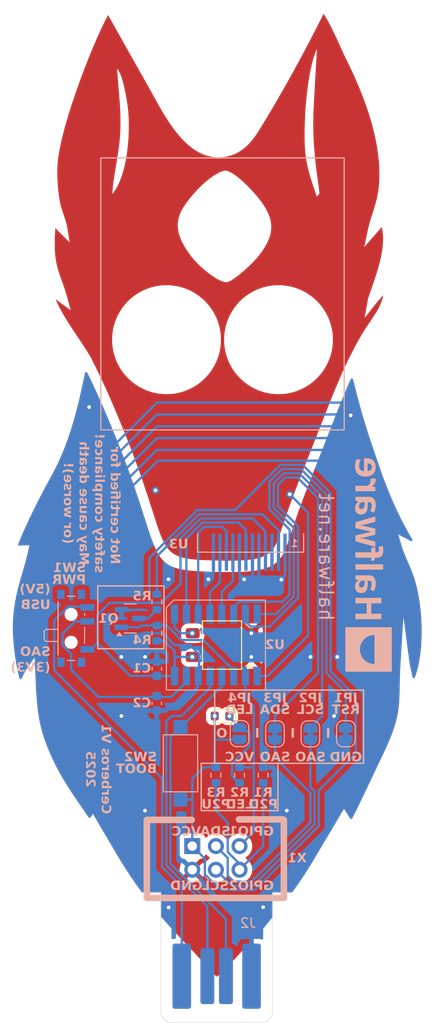
<source format=kicad_pcb>
(kicad_pcb (version 20240108) (generator "pcbnew") (generator_version "8.0")
  (layers (0 "F.Cu" signal) (31 "B.Cu" signal) (34 "B.Paste" user) (35 "F.Paste" user) (36 "B.SilkS" user "B.Silkscreen") (37 "F.SilkS" user "F.Silkscreen") (38 "B.Mask" user) (39 "F.Mask" user) (44 "Edge.Cuts" user))
  (net 0 "")
  (net 1 "+3V3")
  (net 2 "GND")
  (net 3 "+5V")
  (net 4 "Net-(D1-K)")
  (net 5 "Net-(J2-D-)")
  (net 6 "Net-(J2-D+)")
  (net 7 "/I2C_SDA")
  (net 8 "Net-(JP3-A)")
  (net 9 "/I2C_SCL")
  (net 10 "/BACKLIGHT")
  (net 11 "Net-(Q1-D)")
  (net 12 "Net-(X1-GPIO2)")
  (net 13 "/IR{slash}SAO_P1")
  (net 14 "/SPI_DC")
  (net 15 "/SPI_RST")
  (net 16 "/SPI_SDA")
  (net 17 "/SPI_SCL")
  (net 18 "/TOUCH1")
  (net 19 "Net-(SW1-B)")
  (net 20 "Net-(JP1-B)")
  (net 21 "Net-(JP2-A)")
  (net 22 "Net-(U3-LEDK)")
  (net 23 "Net-(U1-OUT)")
  (footprint "LED_SMD:LED_0603_1608Metric" (layer "F.Cu") (at 65.43 129.54 180)
    (property "Reference" "D1" (hide yes))
    (property "Value" "LED")
  )
  (footprint "SAOv2:Simple_Addon_v2-SAO-2x3" (layer "F.Cu") (at 64.71 144.76)
    (property "Reference" "X1")
    (property "Value" "Simple_Addon_v2")
  )
  (footprint "OptoDevice:Everlight_IRM-H6xxT" (layer "F.Cu") (at 65.43 121.92 180)
    (property "Reference" "U1" (hide yes))
    (property "Value" "IRM-H6xxT")
  )
  (footprint "Package_TO_SOT_SMD:SOT-23" (layer "B.Cu") (at 55.5475 119.065)
    (property "Reference" "Q1")
    (property "Value" "Q_NMOS_GSD")
  )
  (footprint "Resistor_SMD:R_0603_1608Metric" (layer "B.Cu") (at 58.42 117.285 -90)
    (property "Reference" "R5")
    (property "Value" "R")
  )
  (footprint "Resistor_SMD:R_0603_1608Metric" (layer "B.Cu") (at 67.31 135.89 -90)
    (property "Reference" "R2")
    (property "Value" "R")
  )
  (footprint "Jumper:SolderJumper-2_P1.3mm_Bridged_RoundedPad1.0x1.5mm" (layer "B.Cu") (at 74.93 131.46 -90)
    (property "Reference" "JP2")
    (property "Value" "SolderJumper_2_Bridged")
  )
  (footprint "Button_Switch_SMD:SW_SPDT_PCM12" (layer "B.Cu") (at 49.53 120.13 90)
    (property "Reference" "SW1")
    (property "Value" "SW_SPDT")
  )
  (footprint "Resistor_SMD:R_0603_1608Metric" (layer "B.Cu") (at 69.85 135.89 90)
    (property "Reference" "R1")
    (property "Value" "DNP")
  )
  (footprint "Resistor_SMD:R_0603_1608Metric" (layer "B.Cu") (at 64.77 135.89 -90)
    (property "Reference" "R3")
    (property "Value" "1k")
  )
  (footprint "Capacitor_SMD:C_0603_1608Metric" (layer "B.Cu") (at 58.409771 128.177946 -90)
    (property "Reference" "C2")
    (property "Value" "100nF")
  )
  (footprint "Jumper:SolderJumper-2_P1.3mm_Open_RoundedPad1.0x1.5mm" (layer "B.Cu") (at 67.31 131.43 -90)
    (property "Reference" "JP4")
    (property "Value" "SolderJumper_2_Open")
  )
  (footprint "Connector_USB_PCB_Edge:USB_A_PCB_Edge_receptacle" (layer "B.Cu") (at 64.850037 157.48 90)
    (property "Reference" "J2")
    (property "Value" "USB_A_PCB_Edge_receptacle")
    (fp_line (start -4.2 -6) (end 9 -6) (stroke (width 0.05)) (layer "Edge.Cuts"))
    (fp_line (start -4.2 -6) (end -5 -5.2) (stroke (width 0.05)) (layer "Edge.Cuts"))
    (fp_line (start -5 -5.2) (end -5 5.2) (stroke (width 0.05)) (layer "Edge.Cuts"))
    (fp_line (start -4.2 6) (end -5 5.2) (stroke (width 0.05)) (layer "Edge.Cuts"))
    (fp_line (start -4.2 6) (end 9 6) (stroke (width 0.05)) (layer "Edge.Cuts"))
  )
  (footprint "Resistor_SMD:R_0603_1608Metric" (layer "B.Cu") (at 58.42 120.65 90)
    (property "Reference" "R4")
    (property "Value" "R")
  )
  (footprint "Capacitor_SMD:C_0603_1608Metric" (layer "B.Cu") (at 58.42 124.46 90)
    (property "Reference" "C1")
    (property "Value" "100nF")
  )
  (footprint "Jumper:SolderJumper-2_P1.3mm_Bridged_RoundedPad1.0x1.5mm" (layer "B.Cu") (at 71.12 131.46 -90)
    (property "Reference" "JP3")
    (property "Value" "SolderJumper_2_Bridged")
  )
  (footprint "CH552G:CH552G" (layer "B.Cu") (at 64.77 121.92)
    (property "Reference" "U2")
    (property "Value" "CH552G")
  )
  (footprint "Button_Switch_SMD:SW_SPST_CK_RS282G05A3" (layer "B.Cu") (at 60.96 134.62 -90)
    (property "Reference" "SW2")
    (property "Value" "SW_Push")
  )
  (footprint "st7789:STP240240-0130A" (layer "B.Cu") (at 78.560896 98.817263 180)
    (property "Reference" "U3")
    (property "Value" "STP240240-0130A" (hide yes))
  )
  (footprint "Jumper:SolderJumper-2_P1.3mm_Bridged_RoundedPad1.0x1.5mm" (layer "B.Cu") (at 78.74 131.445 90)
    (property "Reference" "JP1")
    (property "Value" "SolderJumper_2_Bridged")
  )
  (gr_poly (pts (xy 76.456219 54.292555) (xy 76.572511 54.478496) (xy 76.812852 54.895499) (xy 77.059341 55.358828) (xy 77.306939 55.85188) (xy 77.550609 56.35805) (xy 77.785312 56.860735) (xy 78.207669 57.789238) (xy 78.44952 58.32171) (xy 78.554535 58.546416) (xy 78.603274 58.647766) (xy 78.649578 58.741544) (xy 78.987465 59.425553) (xy 79.321629 60.125139) (xy 79.649852 60.839244) (xy 79.969915 61.566806) (xy 80.279598 62.306766) (xy 80.576682 63.058065) (xy 80.858949 63.819642) (xy 81.124178 64.590438) (xy 81.367624 65.361379) (xy 81.589475 66.13807) (xy 81.787506 66.919367) (xy 81.959493 67.704122) (xy 82.103209 68.491189) (xy 82.216429 69.279424) (xy 82.296929 70.067681) (xy 82.324213 70.461459) (xy 82.342482 70.854812) (xy 82.351052 71.25919) (xy 82.348537 71.644029) (xy 82.335728 72.010469) (xy 82.313418 72.359647) (xy 82.282398 72.692702) (xy 82.243461 73.010772) (xy 82.197398 73.314997) (xy 82.145001 73.606514) (xy 82.087064 73.886462) (xy 82.024376 74.15598) (xy 81.957732 74.416205) (xy 81.887922 74.668277) (xy 81.741975 75.152513) (xy 81.592871 75.617797) (xy 81.459191 76.034079) (xy 81.394564 76.241587) (xy 81.332107 76.449853) (xy 81.272339 76.659762) (xy 81.215781 76.872202) (xy 81.162954 77.088056) (xy 81.114378 77.308212) (xy 80.726584 79.173029) (xy 82.595869 77.028844) (xy 82.641677 77.221403) (xy 82.678472 77.419114) (xy 82.72655 77.828315) (xy 82.743153 78.253097) (xy 82.73133 78.690108) (xy 82.694131 79.136) (xy 82.634604 79.587419) (xy 82.5558 80.041017) (xy 82.460766 80.493443) (xy 82.352553 80.941345) (xy 82.23421 81.381373) (xy 81.97933 82.224405) (xy 81.720521 82.995734) (xy 81.482176 83.668554) (xy 81.350248 84.039158) (xy 81.292244 84.205813) (xy 81.240389 84.359601) (xy 81.195315 84.500197) (xy 81.157652 84.627276) (xy 81.128034 84.740511) (xy 81.116439 84.791836) (xy 81.107092 84.839578) (xy 80.759493 86.787403) (xy 81.989909 85.236015) (xy 82.074309 85.130491) (xy 82.163049 85.021756) (xy 82.255889 84.910723) (xy 82.352588 84.798306) (xy 82.452907 84.685421) (xy 82.556606 84.572982) (xy 82.663447 84.461902) (xy 82.773188 84.353098) (xy 82.776503 84.349983) (xy 82.724034 84.55738) (xy 82.668115 84.75356) (xy 82.608666 84.939724) (xy 82.545608 85.117074) (xy 82.478861 85.28681) (xy 82.408348 85.450134) (xy 82.333988 85.608247) (xy 82.255703 85.76235) (xy 82.173413 85.913645) (xy 82.087039 86.063332) (xy 81.996503 86.212613) (xy 81.901725 86.362689) (xy 81.699126 86.670029) (xy 81.478609 86.994964) (xy 81.191805 87.418888) (xy 80.798114 88.023443) (xy 80.418699 88.642088) (xy 80.052716 89.273608) (xy 79.699319 89.916789) (xy 79.02691 91.233276) (xy 78.394713 92.581838) (xy 77.795973 93.952761) (xy 77.223933 95.336332) (xy 76.132925 98.102565) (xy 75.848176 98.832075) (xy 75.454106 99.832573) (xy 74.962304 101.07645) (xy 74.222627 102.943601) (xy 73.499206 104.806419) (xy 72.793959 106.696805) (xy 72.448749 107.662303) (xy 72.108801 108.646656) (xy 71.97224 109.055491) (xy 71.844006 109.446464) (xy 71.526745 110.383882) (xy 71.369 110.787483) (xy 71.200282 111.149786) (xy 71.01192 111.472371) (xy 70.907663 111.619264) (xy 70.795242 111.756819) (xy 70.673575 111.885235) (xy 70.541577 112.004709) (xy 70.398164 112.115439) (xy 70.242252 112.217622) (xy 70.072757 112.311456) (xy 69.888596 112.397138) (xy 69.688684 112.474865) (xy 69.471937 112.544836) (xy 69.237271 112.607248) (xy 68.983603 112.662298) (xy 68.414922 112.751104) (xy 67.757223 112.812833) (xy 67.001834 112.849066) (xy 66.140083 112.861383) (xy 65.163298 112.851364) (xy 64.184891 112.827853) (xy 63.324511 112.794376) (xy 62.571991 112.744368) (xy 61.917162 112.67126) (xy 61.623203 112.623992) (xy 61.349855 112.568487) (xy 61.095844 112.503924) (xy 60.859902 112.429482) (xy 60.640756 112.34434) (xy 60.437135 112.247677) (xy 60.247768 112.138673) (xy 60.071385 112.016506) (xy 59.906715 111.880357) (xy 59.752485 111.729403) (xy 59.607426 111.562824) (xy 59.470266 111.3798) (xy 59.339734 111.179509) (xy 59.214559 110.96113) (xy 59.09347 110.723844) (xy 58.975196 110.466828) (xy 58.742009 109.890326) (xy 58.50483 109.225056) (xy 57.97782 107.601951) (xy 57.47118 106.023371) (xy 56.849717 104.170644) (xy 56.485216 103.134911) (xy 56.079156 102.022764) (xy 55.627254 100.831578) (xy 55.125224 99.558727) (xy 54.69118 98.486849) (xy 54.248752 97.413265) (xy 53.797788 96.343412) (xy 53.338138 95.282726) (xy 52.861498 94.217666) (xy 52.372893 93.165734) (xy 51.871816 92.131447) (xy 51.61644 91.622332) (xy 51.357756 91.119323) (xy 51.234632 90.893068) (xy 51.093538 90.650857) (xy 50.936325 90.393901) (xy 50.764839 90.123416) (xy 50.386443 89.546703) (xy 50.10489 89.12688) (xy 53.609365 89.12688) (xy 53.616978 89.42789) (xy 53.639573 89.724956) (xy 53.676781 90.017709) (xy 53.728234 90.305781) (xy 53.793564 90.588804) (xy 53.872403 90.86641) (xy 53.964384 91.138228) (xy 54.069138 91.403892) (xy 54.186297 91.663032) (xy 54.315493 91.915281) (xy 54.456359 92.160268) (xy 54.608525 92.397627) (xy 54.771625 92.626988) (xy 54.945289 92.847983) (xy 55.129151 93.060243) (xy 55.322842 93.263401) (xy 55.526007 93.457075) (xy 55.738272 93.640925) (xy 55.959269 93.814581) (xy 56.18863 93.977674) (xy 56.425987 94.129837) (xy 56.670971 94.270701) (xy 56.923215 94.399896) (xy 57.182351 94.517055) (xy 57.44801 94.621809) (xy 57.719825 94.713789) (xy 57.997427 94.792626) (xy 58.280448 94.857952) (xy 58.568521 94.909399) (xy 58.861276 94.946598) (xy 59.158347 94.969179) (xy 59.459364 94.976776) (xy 59.76039 94.96918) (xy 60.057469 94.9466) (xy 60.350231 94.909403) (xy 60.638308 94.857959) (xy 60.921334 94.792636) (xy 61.198939 94.713802) (xy 61.470755 94.621825) (xy 61.736415 94.517074) (xy 61.99555 94.399917) (xy 62.247793 94.270723) (xy 62.492774 94.129859) (xy 62.730127 93.977695) (xy 62.959483 93.814599) (xy 63.180473 93.640939) (xy 63.39273 93.457083) (xy 63.595887 93.263401) (xy 63.789577 93.060236) (xy 63.973439 92.847971) (xy 64.147104 92.626974) (xy 64.310203 92.397613) (xy 64.46237 92.160256) (xy 64.603235 91.915272) (xy 64.732431 91.663028) (xy 64.84959 91.403892) (xy 64.954344 91.138233) (xy 65.046325 90.866418) (xy 65.125164 90.588816) (xy 65.190494 90.305795) (xy 65.241947 90.017723) (xy 65.279155 89.724968) (xy 65.301749 89.427897) (xy 65.309363 89.12688) (xy 65.649374 89.12688) (xy 65.656988 89.427906) (xy 65.679584 89.724984) (xy 65.716794 90.017746) (xy 65.76825 90.305823) (xy 65.833583 90.588848) (xy 65.912426 90.866453) (xy 66.004409 91.13827) (xy 66.109166 91.403929) (xy 66.226326 91.663064) (xy 66.355524 91.915307) (xy 66.496389 92.160288) (xy 66.648555 92.397641) (xy 66.811652 92.626997) (xy 66.985312 92.847987) (xy 67.169168 93.060245) (xy 67.362851 93.263401) (xy 67.566016 93.457075) (xy 67.778281 93.640925) (xy 67.999278 93.814581) (xy 68.228639 93.977674) (xy 68.465996 94.129837) (xy 68.71098 94.270701) (xy 68.963224 94.399896) (xy 69.22236 94.517055) (xy 69.488019 94.621809) (xy 69.759834 94.713789) (xy 70.037436 94.792626) (xy 70.320457 94.857952) (xy 70.608529 94.909399) (xy 70.901285 94.946598) (xy 71.198355 94.969179) (xy 71.499373 94.976776) (xy 71.800399 94.96918) (xy 72.097476 94.9466) (xy 72.390238 94.909403) (xy 72.678315 94.857959) (xy 72.961341 94.792636) (xy 73.238945 94.713802) (xy 73.510762 94.621825) (xy 73.776421 94.517074) (xy 74.035556 94.399917) (xy 74.287799 94.270723) (xy 74.53278 94.129859) (xy 74.770133 93.977695) (xy 74.999489 93.814599) (xy 75.220479 93.640939) (xy 75.432737 93.457083) (xy 75.635893 93.263401) (xy 75.829584 93.060236) (xy 76.013446 92.847971) (xy 76.187111 92.626974) (xy 76.350211 92.397613) (xy 76.502377 92.160256) (xy 76.643243 91.915272) (xy 76.772439 91.663028) (xy 76.889598 91.403892) (xy 76.994351 91.138233) (xy 77.086332 90.866418) (xy 77.165171 90.588816) (xy 77.230501 90.305795) (xy 77.281954 90.017723) (xy 77.319162 89.724968) (xy 77.341756 89.427897) (xy 77.349369 89.12688) (xy 77.34174 88.825871) (xy 77.319133 88.528805) (xy 77.281917 88.236052) (xy 77.230459 87.947979) (xy 77.165127 87.664956) (xy 77.086288 87.387351) (xy 76.99431 87.115532) (xy 76.88956 86.849868) (xy 76.772407 86.590728) (xy 76.643216 86.33848) (xy 76.502357 86.093492) (xy 76.350197 85.856133) (xy 76.187103 85.626772) (xy 76.013442 85.405777) (xy 75.829583 85.193517) (xy 75.635893 84.99036) (xy 75.432727 84.796669) (xy 75.220459 84.612807) (xy 74.999458 84.439142) (xy 74.770092 84.276042) (xy 74.532729 84.123875) (xy 74.287738 83.98301) (xy 74.035488 83.853814) (xy 73.776348 83.736655) (xy 73.510684 83.631901) (xy 73.238867 83.53992) (xy 72.961265 83.461081) (xy 72.678246 83.39575) (xy 72.390179 83.344297) (xy 72.097432 83.30709) (xy 71.800374 83.284495) (xy 71.499373 83.276882) (xy 71.198346 83.284495) (xy 70.901268 83.30709) (xy 70.608506 83.344297) (xy 70.320428 83.39575) (xy 70.037403 83.461081) (xy 69.759798 83.53992) (xy 69.487981 83.631901) (xy 69.222321 83.736655) (xy 68.963186 83.853814) (xy 68.710944 83.98301) (xy 68.465962 84.123875) (xy 68.22861 84.276042) (xy 67.999254 84.439142) (xy 67.778264 84.612807) (xy 67.566007 84.796669) (xy 67.362851 84.99036) (xy 67.169176 85.193525) (xy 66.985327 85.40579) (xy 66.811671 85.626787) (xy 66.648576 85.856147) (xy 66.496412 86.093504) (xy 66.355546 86.338489) (xy 66.226348 86.590733) (xy 66.109185 86.849868) (xy 66.004426 87.115528) (xy 65.912439 87.387342) (xy 65.833594 87.664944) (xy 65.768257 87.947965) (xy 65.716799 88.236038) (xy 65.679586 88.528793) (xy 65.656989 88.825863) (xy 65.649374 89.12688) (xy 65.309363 89.12688) (xy 65.301749 88.825871) (xy 65.279155 88.528805) (xy 65.241947 88.236052) (xy 65.190494 87.947979) (xy 65.125164 87.664956) (xy 65.046325 87.387351) (xy 64.954344 87.115532) (xy 64.84959 86.849868) (xy 64.732431 86.590728) (xy 64.603235 86.33848) (xy 64.46237 86.093492) (xy 64.310203 85.856133) (xy 64.147104 85.626772) (xy 63.973439 85.405777) (xy 63.789577 85.193517) (xy 63.595887 84.99036) (xy 63.392721 84.796669) (xy 63.180452 84.612807) (xy 62.959451 84.439142) (xy 62.730084 84.276042) (xy 62.492721 84.123875) (xy 62.24773 83.98301) (xy 61.99548 83.853814) (xy 61.736339 83.736655) (xy 61.470676 83.631901) (xy 61.198859 83.53992) (xy 60.921256 83.461081) (xy 60.638237 83.39575) (xy 60.35017 83.344297) (xy 60.057423 83.30709) (xy 59.760365 83.284495) (xy 59.459364 83.276882) (xy 59.158355 83.284494) (xy 58.861289 83.307085) (xy 58.568535 83.344289) (xy 58.280462 83.395736) (xy 57.997439 83.46106) (xy 57.719834 83.539893) (xy 57.448015 83.631868) (xy 57.182351 83.736617) (xy 56.923211 83.853772) (xy 56.670962 83.982965) (xy 56.425974 84.123831) (xy 56.188616 84.275999) (xy 55.959255 84.439104) (xy 55.73826 84.612778) (xy 55.525999 84.796652) (xy 55.322842 84.99036) (xy 55.129151 85.193526) (xy 54.945289 85.405794) (xy 54.771624 85.626795) (xy 54.608525 85.856161) (xy 54.456358 86.093524) (xy 54.315493 86.338515) (xy 54.186297 86.590765) (xy 54.069138 86.849906) (xy 53.964384 87.115569) (xy 53.872403 87.387386) (xy 53.793564 87.664988) (xy 53.728233 87.948007) (xy 53.67678 88.236074) (xy 53.639573 88.528821) (xy 53.616978 88.825879) (xy 53.609365 89.12688) (xy 50.10489 89.12688) (xy 49.973137 88.930423) (xy 49.282684 87.89594) (xy 48.938012 87.363928) (xy 48.604653 86.830028) (xy 48.290817 86.300207) (xy 48.004713 85.780434) (xy 47.874626 85.526181) (xy 47.754549 85.276677) (xy 47.64551 85.03267) (xy 47.548534 84.794904) (xy 49.158555 85.959596) (xy 48.782868 84.593017) (xy 48.703448 84.312397) (xy 48.624313 84.047701) (xy 48.545671 83.797334) (xy 48.467728 83.559702) (xy 48.314759 83.116266) (xy 48.167058 82.704635) (xy 47.982385 82.186205) (xy 47.815917 81.674199) (xy 47.741243 81.411665) (xy 47.6732 81.14001) (xy 47.612482 80.855657) (xy 47.559783 80.555031) (xy 47.515794 80.234555) (xy 47.481211 79.890653) (xy 47.456726 79.519751) (xy 47.443033 79.11827) (xy 47.440825 78.682636) (xy 47.450795 78.209273) (xy 47.473638 77.694605) (xy 47.510046 77.135055) (xy 47.535645 77.159631) (xy 47.561307 77.18478) (xy 47.613269 77.236992) (xy 47.666843 77.292086) (xy 47.722937 77.35046) (xy 47.830123 77.461779) (xy 47.889958 77.523063) (xy 47.955323 77.589077) (xy 47.955122 77.588983) (xy 49.050829 78.687202) (xy 48.800807 77.157322) (xy 48.766713 76.970129) (xy 48.744308 76.86745) (xy 60.669061 76.86745) (xy 60.673985 77.014447) (xy 60.685686 77.162743) (xy 60.704192 77.312452) (xy 60.729531 77.463687) (xy 60.761732 77.616561) (xy 60.798382 77.761892) (xy 60.841235 77.908541) (xy 60.890315 78.056615) (xy 60.945649 78.206221) (xy 61.007261 78.357466) (xy 61.075178 78.510458) (xy 61.149425 78.665305) (xy 61.230027 78.822112) (xy 61.317011 78.980988) (xy 61.4104 79.14204) (xy 61.510222 79.305374) (xy 61.616502 79.471099) (xy 61.729265 79.639322) (xy 61.848536 79.810148) (xy 61.974342 79.983687) (xy 62.106707 80.160045) (xy 62.197843 80.277583) (xy 62.295236 80.396704) (xy 62.398388 80.517038) (xy 62.5068 80.638219) (xy 62.619975 80.759878) (xy 62.737415 80.881645) (xy 62.983096 81.124033) (xy 63.239859 81.362436) (xy 63.503719 81.593907) (xy 63.770691 81.815497) (xy 64.036791 82.024259) (xy 64.185732 82.135346) (xy 64.334135 82.241271) (xy 64.481411 82.341604) (xy 64.626968 82.435912) (xy 64.770217 82.523766) (xy 64.910566 82.604733) (xy 65.047426 82.678384) (xy 65.180205 82.744286) (xy 65.308315 82.802009) (xy 65.431163 82.851122) (xy 65.54816 82.891193) (xy 65.658715 82.921792) (xy 65.762238 82.942487) (xy 65.811178 82.948986) (xy 65.858139 82.952847) (xy 65.903046 82.954017) (xy 65.945826 82.952442) (xy 65.986405 82.948067) (xy 66.02471 82.940839) (xy 66.038426 82.936922) (xy 66.101546 82.916831) (xy 66.171796 82.888462) (xy 66.248711 82.852212) (xy 66.331826 82.808481) (xy 66.420674 82.757667) (xy 66.514791 82.700169) (xy 66.716968 82.566719) (xy 66.934633 82.411319) (xy 67.164063 82.237162) (xy 67.401534 82.047437) (xy 67.643322 81.845337) (xy 67.876481 81.642698) (xy 68.109379 81.433223) (xy 68.338441 81.219973) (xy 68.56009 81.006007) (xy 68.77075 80.794388) (xy 68.966843 80.588175) (xy 69.144794 80.390429) (xy 69.225848 80.295688) (xy 69.301026 80.204212) (xy 69.302935 80.202203) (xy 69.450707 80.012999) (xy 69.590194 79.827466) (xy 69.721428 79.645371) (xy 69.844437 79.466486) (xy 69.959251 79.29058) (xy 70.065901 79.117422) (xy 70.164415 78.946782) (xy 70.254825 78.77843) (xy 70.33716 78.612135) (xy 70.41145 78.447667) (xy 70.477725 78.284796) (xy 70.536014 78.123291) (xy 70.586348 77.962922) (xy 70.628756 77.803458) (xy 70.663268 77.64467) (xy 70.689915 77.486326) (xy 70.709228 77.323396) (xy 70.720233 77.161455) (xy 70.722962 77.000265) (xy 70.717446 76.839588) (xy 70.703715 76.679186) (xy 70.681801 76.518823) (xy 70.651735 76.35826) (xy 70.613548 76.19726) (xy 70.567272 76.035585) (xy 70.512937 75.872998) (xy 70.450574 75.70926) (xy 70.380215 75.544136) (xy 70.301891 75.377386) (xy 70.215633 75.208774) (xy 70.121471 75.038061) (xy 70.019438 74.865011) (xy 69.928623 74.720083) (xy 69.829859 74.571284) (xy 69.723735 74.419175) (xy 69.610836 74.26432) (xy 69.491751 74.10728) (xy 69.367066 73.948619) (xy 69.103247 73.628678) (xy 68.824076 73.308996) (xy 68.534251 72.994072) (xy 68.23847 72.688404) (xy 67.94143 72.396492) (xy 67.782377 72.246739) (xy 67.623599 72.102278) (xy 67.465724 71.963711) (xy 67.309381 71.831641) (xy 67.1552 71.706671) (xy 67.003809 71.589404) (xy 66.855837 71.480444) (xy 66.711913 71.380393) (xy 66.572665 71.289854) (xy 66.438724 71.209431) (xy 66.310718 71.139726) (xy 66.189275 71.081343) (xy 66.075026 71.034884) (xy 65.968597 71.000952) (xy 65.918513 70.988872) (xy 65.87062 70.980151) (xy 65.824996 70.974863) (xy 65.781769 70.973085) (xy 65.746954 70.974288) (xy 65.709861 70.977856) (xy 65.6706 70.983729) (xy 65.62928 70.991847) (xy 65.586008 71.002149) (xy 65.540894 71.014574) (xy 65.494046 71.029062) (xy 65.445572 71.045552) (xy 65.39558 71.063984) (xy 65.34418 71.084298) (xy 65.237586 71.130327) (xy 65.126657 71.183157) (xy 65.012261 71.242302) (xy 64.927995 71.288436) (xy 64.841204 71.337774) (xy 64.752349 71.390061) (xy 64.66189 71.445042) (xy 64.57029 71.502464) (xy 64.478008 71.562071) (xy 64.385505 71.623609) (xy 64.293244 71.686824) (xy 64.288723 71.686824) (xy 64.154618 71.786411) (xy 63.939998 71.952152) (xy 63.719907 72.134331) (xy 63.496162 72.330905) (xy 63.270584 72.539832) (xy 63.044991 72.759071) (xy 62.821204 72.986579) (xy 62.601041 73.220314) (xy 62.386323 73.458234) (xy 62.177403 73.699954) (xy 61.976967 73.942601) (xy 61.786829 74.184138) (xy 61.608804 74.422522) (xy 61.444705 74.655716) (xy 61.296347 74.88168) (xy 61.228638 74.991313) (xy 61.165545 75.098373) (xy 61.107293 75.202606) (xy 61.054111 75.303756) (xy 60.986348 75.443957) (xy 60.925052 75.584207) (xy 60.870251 75.724621) (xy 60.821975 75.865313) (xy 60.78025 76.006395) (xy 60.745105 76.147981) (xy 60.716567 76.290185) (xy 60.694666 76.43312) (xy 60.679429 76.5769) (xy 60.670885 76.721639) (xy 60.669061 76.86745) (xy 48.744308 76.86745) (xy 48.726885 76.787606) (xy 48.682021 76.608716) (xy 48.632817 76.432422) (xy 48.579969 76.257691) (xy 48.524174 76.083485) (xy 48.406529 75.732507) (xy 48.277429 75.346757) (xy 48.213973 75.147141) (xy 48.152695 74.941999) (xy 48.094678 74.730557) (xy 48.041009 74.51204) (xy 47.992772 74.285674) (xy 47.951053 74.050685) (xy 47.888939 73.634324) (xy 47.866835 73.468383) (xy 53.625895 73.468383) (xy 53.625945 73.468383) (xy 53.780005 73.286159) (xy 53.926722 73.08446) (xy 54.06615 72.864379) (xy 54.198343 72.627008) (xy 54.441249 72.104768) (xy 54.65588 71.52648) (xy 54.821119 70.973083) (xy 65.781721 70.973083) (xy 65.781769 70.973085) (xy 65.781771 70.973085) (xy 65.781721 70.973083) (xy 54.821119 70.973083) (xy 54.842676 70.900885) (xy 55.002079 70.236724) (xy 55.134527 69.542737) (xy 55.240463 68.827665) (xy 55.320326 68.100248) (xy 55.374556 67.369228) (xy 55.403594 66.643344) (xy 55.407881 65.931337) (xy 55.387857 65.241949) (xy 55.343963 64.583918) (xy 55.276638 63.965987) (xy 55.186324 63.396896) (xy 55.036017 62.595942) (xy 54.938166 62.124546) (xy 54.82291 61.637954) (xy 54.758221 61.396479) (xy 54.688543 61.160229) (xy 54.61366 60.932212) (xy 54.53336 60.715435) (xy 54.447429 60.512907) (xy 54.355656 60.327635) (xy 54.257825 60.162628) (xy 54.153726 60.020892) (xy 54.211517 60.922628) (xy 54.280461 61.788856) (xy 54.419657 63.468873) (xy 54.473832 64.309709) (xy 54.507008 65.169127) (xy 54.511147 66.06065) (xy 54.499816 66.522676) (xy 54.478212 66.9978) (xy 54.448541 67.428742) (xy 54.409138 67.8547) (xy 54.306783 68.692903) (xy 54.182434 69.514888) (xy 54.04738 70.323138) (xy 53.912911 71.120131) (xy 53.790314 71.908349) (xy 53.690879 72.690273) (xy 53.653375 73.07965) (xy 53.625895 73.468383) (xy 47.866835 73.468383) (xy 47.861279 73.426675) (xy 47.835921 73.219014) (xy 47.812892 73.011068) (xy 47.792221 72.802563) (xy 47.773934 72.593226) (xy 47.758059 72.382782) (xy 47.744581 72.170844) (xy 47.733632 71.958246) (xy 47.725233 71.744738) (xy 47.719408 71.530069) (xy 47.716178 71.31399) (xy 47.715565 71.09625) (xy 47.717593 70.876598) (xy 47.722284 70.654785) (xy 47.722284 70.652876) (xy 47.741042 70.287902) (xy 47.777539 69.896731) (xy 47.830909 69.481167) (xy 47.900288 69.043015) (xy 48.083608 68.106163) (xy 48.320578 67.10061) (xy 48.604273 66.040791) (xy 48.927772 64.941143) (xy 49.284151 63.816101) (xy 49.666489 62.680099) (xy 50.133427 61.366908) (xy 50.613712 60.083938) (xy 51.096691 58.853422) (xy 51.571709 57.697597) (xy 52.028114 56.638699) (xy 52.455251 55.698962) (xy 52.842468 54.900622) (xy 53.179111 54.265915) (xy 57.710212 62.310592) (xy 58.038919 62.907008) (xy 58.610009 63.934397) (xy 58.920189 64.472613) (xy 59.247561 65.017766) (xy 59.5927 65.5628) (xy 59.95618 66.100658) (xy 60.338579 66.624283) (xy 60.74047 67.126617) (xy 61.16243 67.600604) (xy 61.381115 67.824762) (xy 61.605034 68.039187) (xy 61.834257 68.242996) (xy 62.068858 68.435308) (xy 62.308907 68.61524) (xy 62.554476 68.78191) (xy 62.805639 68.934437) (xy 63.062466 69.071938) (xy 63.325029 69.19353) (xy 63.593401 69.298332) (xy 63.867653 69.385462) (xy 64.147858 69.454037) (xy 64.434087 69.503176) (xy 64.726412 69.531995) (xy 64.954593 69.541262) (xy 65.176277 69.540515) (xy 65.391603 69.53009) (xy 65.60071 69.510323) (xy 65.803739 69.481551) (xy 66.000827 69.444108) (xy 66.192115 69.398333) (xy 66.377741 69.34456) (xy 66.557844 69.283127) (xy 66.732564 69.214368) (xy 66.90204 69.138621) (xy 67.066411 69.056221) (xy 67.225816 68.967504) (xy 67.380395 68.872807) (xy 67.530286 68.772466) (xy 67.675629 68.666816) (xy 67.811622 68.560167) (xy 67.943211 68.449418) (xy 68.070546 68.334874) (xy 68.193777 68.21684) (xy 68.313054 68.095618) (xy 68.428527 67.971514) (xy 68.540347 67.844831) (xy 68.648662 67.715872) (xy 68.753624 67.584944) (xy 68.855381 67.452348) (xy 68.954085 67.31839) (xy 69.049885 67.183373) (xy 69.112506 67.090547) (xy 74.299166 67.090547) (xy 74.304281 67.669239) (xy 74.322228 68.204712) (xy 74.353215 68.703822) (xy 74.397452 69.173424) (xy 74.455147 69.620377) (xy 74.526509 70.051535) (xy 74.611747 70.473756) (xy 74.71107 70.893895) (xy 74.824687 71.31881) (xy 74.952807 71.755356) (xy 75.25339 72.690768) (xy 75.614491 73.754984) (xy 75.614542 73.754984) (xy 75.645279 73.71632) (xy 75.674227 73.682923) (xy 75.70139 73.654168) (xy 75.72677 73.629431) (xy 75.772187 73.589512) (xy 75.810495 73.558172) (xy 75.841713 73.530417) (xy 75.854667 73.516324) (xy 75.865856 73.501253) (xy 75.875281 73.484582) (xy 75.882943 73.465686) (xy 75.888846 73.44394) (xy 75.89299 73.418721) (xy 75.89538 73.389403) (xy 75.896016 73.355364) (xy 75.8949 73.315977) (xy 75.892036 73.27062) (xy 75.881069 73.159496) (xy 75.863131 73.016997) (xy 75.722018 72.033367) (xy 75.569287 70.890941) (xy 75.448492 69.840441) (xy 75.356988 68.869532) (xy 75.292132 67.965884) (xy 75.251279 67.117165) (xy 75.231786 66.31104) (xy 75.246304 64.77725) (xy 75.630017 57.879473) (xy 75.47439 58.253227) (xy 75.330269 58.663389) (xy 75.197308 59.10558) (xy 75.07516 59.57542) (xy 74.963478 60.06853) (xy 74.861915 60.580531) (xy 74.687761 61.643687) (xy 74.549926 62.729855) (xy 74.445635 63.803999) (xy 74.372116 64.831085) (xy 74.326596 65.776078) (xy 74.306674 66.461779) (xy 74.299166 67.090547) (xy 69.112506 67.090547) (xy 69.233372 66.91138) (xy 69.407044 66.638801) (xy 70.338986 65.114695) (xy 71.269669 63.543381) (xy 72.19322 61.937152) (xy 73.103766 60.308303) (xy 73.948198 58.756798) (xy 74.77302 57.201816) (xy 75.573112 55.654108) (xy 76.343354 54.124422)) (stroke (width -0.000001)) (fill solid) (layer "F.Cu") (net 18))
  (gr_poly (pts (xy 81.948636 104.184784) (xy 81.94786 104.160341) (xy 81.946569 104.133935) (xy 81.94476 104.105564) (xy 81.943771 104.091256) (xy 81.942667 104.077684) (xy 81.941446 104.064849) (xy 81.940109 104.052751) (xy 81.938656 104.041388) (xy 81.937086 104.030762) (xy 81.9354 104.020873) (xy 81.933598 104.011719) (xy 81.385001 104.054714) (xy 81.386932 104.061936) (xy 81.388799 104.069958) (xy 81.390601 104.078782) (xy 81.392339 104.088407) (xy 81.394012 104.098833) (xy 81.39562 104.11006) (xy 81.397164 104.122087) (xy 81.398644 104.134916) (xy 81.400097 104.147932) (xy 81.401357 104.160522) (xy 81.402423 104.172685) (xy 81.403295 104.184422) (xy 81.403973 104.195733) (xy 81.404457 104.206618) (xy 81.404748 104.217076) (xy 81.404845 104.227108) (xy 81.404638 104.245666) (xy 81.404018 104.264134) (xy 81.402985 104.282511) (xy 81.401538 104.300798) (xy 81.399677 104.318995) (xy 81.397404 104.337101) (xy 81.394716 104.355116) (xy 81.391616 104.373041) (xy 81.388102 104.390876) (xy 81.384174 104.408621) (xy 81.379834 104.426274) (xy 81.375079 104.443838) (xy 81.369912 104.461311) (xy 81.364331 104.478693) (xy 81.358336 104.495985) (xy 81.351928 104.513187) (xy 81.345062 104.530087) (xy 81.337691 104.546577) (xy 81.329817 104.562657) (xy 81.321439 104.578326) (xy 81.312557 104.593585) (xy 81.303171 104.608434) (xy 81.293282 104.622873) (xy 81.282888 104.636901) (xy 81.271991 104.65052) (xy 81.26059 104.663728) (xy 81.248685 104.676526) (xy 81.236276 104.688914) (xy 81.223364 104.700891) (xy 81.209947 104.712459) (xy 81.196027 104.723616) (xy 81.181602 104.734363) (xy 81.166589 104.744526) (xy 81.1509 104.754032) (xy 81.134536 104.762883) (xy 81.117498 104.771079) (xy 81.099784 104.778619) (xy 81.081395 104.785503) (xy 81.062332 104.791732) (xy 81.042593 104.797305) (xy 81.022179 104.802222) (xy 81.00109 104.806483) (xy 80.979326 104.810089) (xy 80.956887 104.81304) (xy 80.933774 104.815335) (xy 80.909985 104.816974) (xy 80.885521 104.817957) (xy 80.860382 104.818285) (xy 79.77187 104.818285) (xy 79.77187 105.401609) (xy 81.910033 105.401609) (xy 81.910033 104.959258) (xy 81.549539 104.872855) (xy 81.549539 104.845571) (xy 81.569922 104.833564) (xy 81.589937 104.821005) (xy 81.609584 104.807894) (xy 81.628862 104.79423) (xy 81.647772 104.780014) (xy 81.666315 104.765246) (xy 81.684488 104.749926) (xy 81.702294 104.734053) (xy 81.719732 104.717628) (xy 81.736801 104.70065) (xy 81.753502 104.683121) (xy 81.769835 104.665039) (xy 81.7858 104.646404) (xy 81.801397 104.627218) (xy 81.816625 104.607479) (xy 81.831485 104.587188) (xy 81.845703 104.566422) (xy 81.859003 104.545259) (xy 81.871386 104.523699) (xy 81.882851 104.501741) (xy 81.8934 104.479386) (xy 81.903031 104.456634) (xy 81.911745 104.433485) (xy 81.919542 104.409938) (xy 81.926421 104.385994) (xy 81.932383 104.361653) (xy 81.937428 104.336915) (xy 81.941556 104.311779) (xy 81.944766 104.286246) (xy 81.947059 104.260316) (xy 81.948435 104.233988) (xy 81.948894 104.207264)) (stroke (width -0.000001)) (fill solid) (layer "B.SilkS"))
  (gr_poly (pts (xy 81.952301 115.263377) (xy 81.950121 115.211941) (xy 81.946488 115.162078) (xy 81.941401 115.113788) (xy 81.93486 115.067071) (xy 81.926867 115.021927) (xy 81.91742 114.978356) (xy 81.906519 114.936358) (xy 81.894165 114.895932) (xy 81.880358 114.857079) (xy 81.865097 114.8198) (xy 81.848383 114.784093) (xy 81.830216 114.749959) (xy 81.810595 114.717398) (xy 81.789521 114.68641) (xy 81.766993 114.656994) (xy 81.742967 114.62921) (xy 81.717396 114.603219) (xy 81.690282 114.57902) (xy 81.661625 114.556613) (xy 81.631423 114.535999) (xy 81.599678 114.517177) (xy 81.566388 114.500148) (xy 81.531555 114.484912) (xy 81.495178 114.471468) (xy 81.457257 114.459816) (xy 81.417793 114.449958) (xy 81.376784 114.441891) (xy 81.334232 114.435617) (xy 81.290136 114.431136) (xy 81.244496 114.428447) (xy 81.197312 114.427551) (xy 79.77187 114.427551) (xy 79.77187 114.834761) (xy 80.061671 114.948449) (xy 80.061671 114.964159) (xy 80.040488 114.981327) (xy 80.020039 114.998621) (xy 80.000323 115.016041) (xy 79.98134 115.033587) (xy 79.96309 115.051259) (xy 79.945573 115.069056) (xy 79.92879 115.08698) (xy 79.912739 115.10503) (xy 79.897422 115.123205) (xy 79.882838 115.141507) (xy 79.868987 115.159934) (xy 79.855869 115.178488) (xy 79.843485 115.197167) (xy 79.831833 115.215972) (xy 79.820915 115.234904) (xy 79.81073 115.253961) (xy 79.801269 115.273473) (xy 79.792417 115.293874) (xy 79.784177 115.315163) (xy 79.776546 115.337341) (xy 79.769526 115.360406) (xy 79.763117 115.38436) (xy 79.757318 115.409202) (xy 79.752129 115.434932) (xy 79.747551 115.46155) (xy 79.743583 115.489056) (xy 79.740226 115.517451) (xy 79.737479 115.546734) (xy 79.735342 115.576905) (xy 79.733816 115.607964) (xy 79.732901 115.639911) (xy 79.732595 115.672747) (xy 79.733245 115.708124) (xy 79.735192 115.742736) (xy 79.738438 115.776583) (xy 79.742982 115.809664) (xy 79.748825 115.841979) (xy 79.755966 115.873529) (xy 79.764405 115.904314) (xy 79.774143 115.934333) (xy 79.785179 115.963587) (xy 79.797514 115.992075) (xy 79.811147 116.019798) (xy 79.826078 116.046755) (xy 79.842308 116.072947) (xy 79.859836 116.098373) (xy 79.878662 116.123034) (xy 79.898787 116.14693) (xy 79.920308 116.169658) (xy 79.943222 116.190919) (xy 79.967528 116.210715) (xy 79.993225 116.229044) (xy 80.020315 116.245906) (xy 80.048797 116.261303) (xy 80.078671 116.275233) (xy 80.109937 116.287696) (xy 80.142594 116.298694) (xy 80.176644 116.308225) (xy 80.212086 116.316289) (xy 80.24892 116.322888) (xy 80.287146 116.32802) (xy 80.326764 116.331685) (xy 80.367775 116.333885) (xy 80.406043 116.334546) (xy 80.406043 115.735585) (xy 80.389702 115.73528) (xy 80.373958 115.734364) (xy 80.358812 115.732838) (xy 80.344264 115.730702) (xy 80.330313 115.727955) (xy 80.316959 115.724598) (xy 80.304203 115.72063) (xy 80.292045 115.716052) (xy 80.280484 115.710863) (xy 80.26952 115.705064) (xy 80.259154 115.698654) (xy 80.249386 115.691634) (xy 80.240215 115.684004) (xy 80.231641 115.675763) (xy 80.223665 115.666912) (xy 80.216287 115.65745) (xy 80.209428 115.64745) (xy 80.203012 115.637084) (xy 80.197039 115.626353) (xy 80.191508 115.615257) (xy 80.186419 115.603796) (xy 80.181773 115.59197) (xy 80.17757 115.57978) (xy 80.173809 115.567224) (xy 80.17049 115.554303) (xy 80.167614 115.541017) (xy 80.16518 115.527366) (xy 80.163189 115.513351) (xy 80.161641 115.49897) (xy 80.160534 115.484224) (xy 80.159871 115.469114) (xy 80.15965 115.453638) (xy 80.160086 115.430356) (xy 80.161394 115.407536) (xy 80.163574 115.385178) (xy 80.166626 115.363282) (xy 80.17055 115.341848) (xy 80.175346 115.320875) (xy 80.181015 115.300365) (xy 80.187555 115.280316) (xy 80.194967 115.260729) (xy 80.203252 115.241604) (xy 80.212408 115.22294) (xy 80.222436 115.204739) (xy 80.233337 115.186999) (xy 80.245109 115.169722) (xy 80.257754 115.152906) (xy 80.271271 115.136552) (xy 80.285582 115.120883) (xy 80.30061 115.106225) (xy 80.316355 115.092577) (xy 80.332817 115.079941) (xy 80.349996 115.068315) (xy 80.367893 115.057701) (xy 80.386506 115.048097) (xy 80.405836 115.039504) (xy 80.425883 115.031922) (xy 80.446647 115.025351) (xy 80.468129 115.019791) (xy 80.490327 115.015242) (xy 80.513242 115.011704) (xy 80.536874 115.009176) (xy 80.561224 115.00766) (xy 80.58629 115.007154) (xy 80.762403 115.007154) (xy 80.754549 115.23453) (xy 80.753279 115.2691) (xy 80.751332 115.302324) (xy 80.748706 115.3342) (xy 80.745402 115.36473) (xy 80.741419 115.393912) (xy 80.736759 115.421748) (xy 80.73142 115.448237) (xy 80.725403 115.47338) (xy 80.718708 115.497175) (xy 80.711334 115.519624) (xy 80.703282 115.540725) (xy 80.694552 115.56048) (xy 80.685144 115.578888) (xy 80.675057 115.595949) (xy 80.664293 115.611664) (xy 80.652849 115.626031) (xy 80.640888 115.639297) (xy 80.628465 115.651708) (xy 80.615579 115.663262) (xy 80.602232 115.673961) (xy 80.588423 115.683804) (xy 80.574152 115.692791) (xy 80.55942 115.700922) (xy 80.544225 115.708197) (xy 80.528569 115.714616) (xy 80.512451 115.720179) (xy 80.495871 115.724887) (xy 80.478829 115.728738) (xy 80.461325 115.731734) (xy 80.443359 115.733874) (xy 80.424932 115.735157) (xy 80.406043 115.735585) (xy 80.406043 116.334546) (xy 80.410177 116.334618) (xy 80.452062 116.333686) (xy 80.492556 116.330891) (xy 80.531657 116.326232) (xy 80.569366 116.319709) (xy 80.605683 116.311323) (xy 80.640609 116.301074) (xy 80.674142 116.28896) (xy 80.706283 116.274984) (xy 80.737032 116.259143) (xy 80.766389 116.241439) (xy 80.794354 116.221872) (xy 80.820927 116.20044) (xy 80.846108 116.177146) (xy 80.869897 116.151987) (xy 80.892294 116.124965) (xy 80.913299 116.09608) (xy 80.933034 116.065277) (xy 80.951623 116.032608) (xy 80.969066 115.998072) (xy 80.985361 115.96167) (xy 81.000511 115.9234) (xy 81.014513 115.883264) (xy 81.027369 115.841261) (xy 81.039079 115.797391) (xy 81.049642 115.751654) (xy 81.059058 115.70405) (xy 81.067328 115.654579) (xy 81.074451 115.603242) (xy 81.080428 115.550038) (xy 81.085258 115.494967) (xy 81.088942 115.438029) (xy 81.091479 115.379224) (xy 81.103054 115.007154) (xy 81.197312 115.007154) (xy 81.217992 115.007498) (xy 81.237969 115.00853) (xy 81.257241 115.01025) (xy 81.275809 115.012658) (xy 81.293673 115.015754) (xy 81.310832 115.019537) (xy 81.327288 115.024009) (xy 81.34304 115.029168) (xy 81.358087 115.035016) (xy 81.372431 115.041551) (xy 81.38607 115.048775) (xy 81.399005 115.056686) (xy 81.411237 115.065285) (xy 81.422764 115.074572) (xy 81.433587 115.084548) (xy 81.443706 115.095211) (xy 81.453217 115.106486) (xy 81.462115 115.118297) (xy 81.4704 115.130645) (xy 81.47807 115.143528) (xy 81.485127 115.156948) (xy 81.491571 115.170904) (xy 81.4974 115.185396) (xy 81.502617 115.200424) (xy 81.507219 115.215989) (xy 81.511208 115.232089) (xy 81.514583 115.248726) (xy 81.517344 115.265898) (xy 81.519492 115.283607) (xy 81.521026 115.301852) (xy 81.521947 115.320633) (xy 81.522254 115.33995) (xy 81.52155 115.378998) (xy 81.519437 115.417801) (xy 81.515917 115.456358) (xy 81.510988 115.49467) (xy 81.504651 115.532736) (xy 81.496906 115.570557) (xy 81.487753 115.608132) (xy 81.477192 115.645462) (xy 81.465591 115.682669) (xy 81.453317 115.719876) (xy 81.440373 115.757083) (xy 81.426756 115.79429) (xy 81.412467 115.831497) (xy 81.397507 115.868704) (xy 81.381875 115.905911) (xy 81.365571 115.943118) (xy 81.761205 116.134941) (xy 81.783122 116.091268) (xy 81.803812 116.046445) (xy 81.823275 116.000472) (xy 81.84151 115.95335) (xy 81.858518 115.905078) (xy 81.874299 115.855656) (xy 81.888852 115.805084) (xy 81.902178 115.753362) (xy 81.914096 115.700684) (xy 81.924425 115.647451) (xy 81.933165 115.593662) (xy 81.940316 115.539318) (xy 81.945877 115.484419) (xy 81.94985 115.428963) (xy 81.952233 115.372952) (xy 81.953028 115.316386)) (stroke (width -0.000001)) (fill solid) (layer "B.SilkS"))
  (gr_poly (pts (xy 78.685543 120.001527) (xy 78.685543 124.787046) (xy 81.815908 124.787046) (xy 81.815908 123.952523) (xy 81.711961 123.949063) (xy 81.609292 123.938791) (xy 81.508188 123.921873) (xy 81.408932 123.898473) (xy 81.311809 123.868755) (xy 81.217104 123.832884) (xy 81.125101 123.791024) (xy 81.036085 123.74334) (xy 80.95034 123.689997) (xy 80.868152 123.631159) (xy 80.789804 123.566991) (xy 80.715581 123.497656) (xy 80.645768 123.42332) (xy 80.580649 123.344147) (xy 80.52051 123.260302) (xy 80.465634 123.17195) (xy 80.41676 123.080147) (xy 80.374426 122.986054) (xy 80.338632 122.889998) (xy 80.309378 122.792309) (xy 80.286663 122.693315) (xy 80.270485 122.593345) (xy 80.260846 122.492728) (xy 80.257744 122.391792) (xy 80.261178 122.290868) (xy 80.271149 122.190282) (xy 80.287655 122.090365) (xy 80.310696 121.991445) (xy 80.340272 121.893851) (xy 80.376381 121.797911) (xy 80.419024 121.703955) (xy 80.4682 121.612311) (xy 80.495109 121.567672) (xy 80.523366 121.524145) (xy 80.552936 121.481748) (xy 80.583781 121.440503) (xy 80.615868 121.40043) (xy 80.64916 121.36155) (xy 80.683622 121.323882) (xy 80.719217 121.287448) (xy 80.755911 121.252267) (xy 80.793668 121.218361) (xy 80.832451 121.185749) (xy 80.872226 121.154453) (xy 80.912957 121.124492) (xy 80.954607 121.095887) (xy 80.997143 121.068659) (xy 81.040526 121.042828) (xy 81.084724 121.018414) (xy 81.129698 120.995438) (xy 81.175414 120.973921) (xy 81.221837 120.953882) (xy 81.26893 120.935342) (xy 81.316658 120.918323) (xy 81.364985 120.902843) (xy 81.413876 120.888924) (xy 81.463295 120.876586) (xy 81.513206 120.865849) (xy 81.563574 120.856735) (xy 81.614362 120.849263) (xy 81.665536 120.843454) (xy 81.71706 120.839328) (xy 81.768898 120.836906) (xy 81.821014 120.836208) (xy 81.815908 122.394365) (xy 81.815908 123.952523) (xy 81.815908 124.787046) (xy 83.678045 124.787046) (xy 83.678045 120.001527)) (stroke (width -0.000001)) (fill solid) (layer "B.SilkS"))
  (gr_rect (start 63.191455 134.62) (end 71.437879 139.7) (stroke (width 0.15)) (fill none) (layer "B.SilkS"))
  (gr_rect (start 64.639591 126.754525) (end 80.645 134.62) (stroke (width 0.15)) (fill none) (layer "B.SilkS"))
  (gr_poly (pts (xy 81.471404 118.550951) (xy 81.471404 117.443008) (xy 82.567771 117.443008) (xy 82.567771 116.851416) (xy 79.77187 116.851416) (xy 79.77187 117.443008) (xy 80.977791 117.443008) (xy 80.977791 118.550951) (xy 79.77187 118.550951) (xy 79.77187 119.142542) (xy 82.567771 119.142542) (xy 82.567771 118.550951)) (stroke (width -0.000001)) (fill solid) (layer "B.SilkS"))
  (gr_poly (pts (xy 80.962081 110.558966) (xy 80.93707 110.552139) (xy 80.910818 110.545505) (xy 80.883326 110.539065) (xy 80.854594 110.532818) (xy 80.824622 110.526766) (xy 80.793409 110.520907) (xy 80.760957 110.515242) (xy 80.727264 110.509771) (xy 80.463093 110.468843) (xy 80.402735 110.459696) (xy 80.348992 110.4521) (xy 80.301863 110.446053) (xy 80.261349 110.441558) (xy 80.261349 110.425849) (xy 80.29114 110.423316) (xy 80.325531 110.419854) (xy 80.364521 110.415461) (xy 80.40811 110.410138) (xy 80.454541 110.403808) (xy 80.501644 110.396806) (xy 80.549419 110.389132) (xy 80.597866 110.380786) (xy 80.6914 110.364043) (xy 80.776046 110.349367) (xy 80.81302 110.342907) (xy 80.843328 110.337172) (xy 80.86697 110.332159) (xy 80.876292 110.329924) (xy 80.883946 110.327869) (xy 81.910033 110.065354) (xy 81.910033 109.423325) (xy 80.883946 109.172798) (xy 80.86916 109.16878) (xy 80.852294 109.164582) (xy 80.833349 109.160202) (xy 80.812323 109.155642) (xy 80.789217 109.1509) (xy 80.764031 109.145978) (xy 80.736765 109.140875) (xy 80.707419 109.135591) (xy 80.646596 109.125075) (xy 80.585256 109.115024) (xy 80.5234 109.105438) (xy 80.461026 109.096317) (xy 80.430505 109.09215) (xy 80.401573 109.088539) (xy 80.374229 109.085484) (xy 80.348475 109.082984) (xy 80.32431 109.08104) (xy 80.301734 109.079651) (xy 80.280747 109.078818) (xy 80.261349 109.07854) (xy 80.261349 109.06283) (xy 80.298427 109.058179) (xy 80.343101 109.052081) (xy 80.395371 109.044537) (xy 80.455239 109.035546) (xy 80.519757 109.025469) (xy 80.58598 109.014668) (xy 80.653909 109.003144) (xy 80.723543 108.990897) (xy 80.791316 108.977953) (xy 80.853664 108.964749) (xy 80.882803 108.958051) (xy 80.910585 108.951288) (xy 80.937011 108.94446) (xy 80.962081 108.937567) (xy 81.910033 108.683319) (xy 81.910033 108.111571) (xy 79.77187 108.726314) (xy 79.77187 109.360486) (xy 80.519731 109.525025) (xy 80.602413 109.544145) (xy 80.717341 109.570087) (xy 80.853561 109.600989) (xy 80.999288 109.634992) (xy 81.144292 109.669202) (xy 81.277514 109.701551) (xy 81.33689 109.715865) (xy 81.387688 109.727803) (xy 81.429908 109.737363) (xy 81.463549 109.744545) (xy 81.463549 109.759842) (xy 81.429908 109.766922) (xy 81.387688 109.776172) (xy 81.33689 109.787592) (xy 81.277514 109.801183) (xy 80.999288 109.865676) (xy 80.715688 109.932235) (xy 80.598176 109.959727) (xy 80.511876 109.979364) (xy 79.77187 110.151757) (xy 79.77187 110.778075) (xy 81.910033 111.384963) (xy 81.910033 110.805359)) (stroke (width -0.000001)) (fill solid) (layer "B.SilkS"))
  (gr_rect (start 52.07 115.57) (end 59.185409 122.315023) (stroke (width 0.15)) (fill none) (layer "B.SilkS"))
  (gr_poly (pts (xy 81.952301 106.836504) (xy 81.950121 106.785069) (xy 81.946488 106.735206) (xy 81.941401 106.686916) (xy 81.93486 106.640199) (xy 81.926867 106.595055) (xy 81.91742 106.551483) (xy 81.906519 106.509485) (xy 81.894165 106.46906) (xy 81.880358 106.430207) (xy 81.865097 106.392927) (xy 81.848383 106.35722) (xy 81.830216 106.323087) (xy 81.810595 106.290526) (xy 81.789521 106.259538) (xy 81.766993 106.230123) (xy 81.742967 106.202338) (xy 81.717396 106.176347) (xy 81.690282 106.152147) (xy 81.661625 106.129741) (xy 81.631423 106.109127) (xy 81.599678 106.090305) (xy 81.566388 106.073276) (xy 81.531555 106.05804) (xy 81.495178 106.044596) (xy 81.457257 106.032945) (xy 81.417793 106.023086) (xy 81.376784 106.015019) (xy 81.334232 106.008746) (xy 81.290136 106.004264) (xy 81.244496 106.001576) (xy 81.197312 106.000679) (xy 79.77187 106.000679) (xy 79.77187 106.407889) (xy 80.061671 106.521578) (xy 80.061671 106.537287) (xy 80.040488 106.554455) (xy 80.020039 106.571749) (xy 80.000323 106.589169) (xy 79.98134 106.606715) (xy 79.96309 106.624386) (xy 79.945573 106.642184) (xy 79.92879 106.660108) (xy 79.912739 106.678157) (xy 79.897422 106.696333) (xy 79.882838 106.714634) (xy 79.868987 106.733062) (xy 79.855869 106.751615) (xy 79.843485 106.770295) (xy 79.831833 106.7891) (xy 79.820915 106.808032) (xy 79.81073 106.827089) (xy 79.801269 106.846602) (xy 79.792417 106.867003) (xy 79.784177 106.888292) (xy 79.776546 106.910469) (xy 79.769526 106.933534) (xy 79.763117 106.957488) (xy 79.757318 106.98233) (xy 79.752129 107.00806) (xy 79.747551 107.034678) (xy 79.743583 107.062184) (xy 79.740226 107.090579) (xy 79.737479 107.119862) (xy 79.735342 107.150033) (xy 79.733816 107.181092) (xy 79.732901 107.213039) (xy 79.732595 107.245874) (xy 79.733245 107.281252) (xy 79.735192 107.315863) (xy 79.738438 107.34971) (xy 79.742982 107.382791) (xy 79.748825 107.415106) (xy 79.755966 107.446656) (xy 79.764405 107.477441) (xy 79.774143 107.50746) (xy 79.785179 107.536714) (xy 79.797514 107.565202) (xy 79.811147 107.592925) (xy 79.826078 107.619882) (xy 79.842308 107.646074) (xy 79.859836 107.671501) (xy 79.878662 107.696161) (xy 79.898787 107.720057) (xy 79.920308 107.742785) (xy 79.943222 107.764046) (xy 79.967528 107.783842) (xy 79.993225 107.802171) (xy 80.020315 107.819033) (xy 80.048797 107.83443) (xy 80.078671 107.84836) (xy 80.109937 107.860824) (xy 80.142594 107.871821) (xy 80.176644 107.881352) (xy 80.212086 107.889417) (xy 80.24892 107.896015) (xy 80.287146 107.901147) (xy 80.326764 107.904813) (xy 80.367775 107.907013) (xy 80.406043 107.907674) (xy 80.406043 107.308713) (xy 80.389702 107.308408) (xy 80.373958 107.307492) (xy 80.358812 107.305966) (xy 80.344264 107.30383) (xy 80.330313 107.301083) (xy 80.316959 107.297725) (xy 80.304203 107.293757) (xy 80.292045 107.289179) (xy 80.280484 107.28399) (xy 80.26952 107.278191) (xy 80.259154 107.271782) (xy 80.249386 107.264762) (xy 80.240215 107.257131) (xy 80.231641 107.24889) (xy 80.223665 107.240039) (xy 80.216287 107.230577) (xy 80.209428 107.220576) (xy 80.203012 107.210211) (xy 80.197039 107.19948) (xy 80.191508 107.188384) (xy 80.186419 107.176923) (xy 80.181773 107.165097) (xy 80.17757 107.152907) (xy 80.173809 107.140351) (xy 80.17049 107.12743) (xy 80.167614 107.114145) (xy 80.16518 107.100494) (xy 80.163189 107.086478) (xy 80.161641 107.072098) (xy 80.160534 107.057352) (xy 80.159871 107.042241) (xy 80.15965 107.026766) (xy 80.160086 107.003484) (xy 80.161394 106.980664) (xy 80.163574 106.958307) (xy 80.166626 106.93641) (xy 80.17055 106.914976) (xy 80.175346 106.894004) (xy 80.181015 106.873493) (xy 80.187555 106.853444) (xy 80.194967 106.833857) (xy 80.203252 106.814732) (xy 80.212408 106.796068) (xy 80.222436 106.777867) (xy 80.233337 106.760127) (xy 80.245109 106.742849) (xy 80.257754 106.726033) (xy 80.271271 106.709679) (xy 80.285582 106.69401) (xy 80.30061 106.679351) (xy 80.316355 106.665704) (xy 80.332817 106.653067) (xy 80.349996 106.641442) (xy 80.367893 106.630827) (xy 80.386506 106.621223) (xy 80.405836 106.612631) (xy 80.425883 106.605049) (xy 80.446647 106.598478) (xy 80.468129 106.592918) (xy 80.490327 106.588369) (xy 80.513242 106.584831) (xy 80.536874 106.582303) (xy 80.561224 106.580787) (xy 80.58629 106.580281) (xy 80.762403 106.580281) (xy 80.754549 106.807659) (xy 80.753279 106.842229) (xy 80.751332 106.875452) (xy 80.748706 106.907328) (xy 80.745402 106.937857) (xy 80.741419 106.96704) (xy 80.736759 106.994875) (xy 80.73142 107.021364) (xy 80.725403 107.046506) (xy 80.718708 107.070302) (xy 80.711334 107.09275) (xy 80.703282 107.113852) (xy 80.694552 107.133607) (xy 80.685144 107.152015) (xy 80.675057 107.169077) (xy 80.664293 107.184792) (xy 80.652849 107.19916) (xy 80.640888 107.212426) (xy 80.628465 107.224836) (xy 80.615579 107.236391) (xy 80.602232 107.247089) (xy 80.588423 107.256932) (xy 80.574152 107.265919) (xy 80.55942 107.27405) (xy 80.544225 107.281325) (xy 80.528569 107.287744) (xy 80.512451 107.293307) (xy 80.495871 107.298015) (xy 80.478829 107.301866) (xy 80.461325 107.304862) (xy 80.443359 107.307001) (xy 80.424932 107.308285) (xy 80.406043 107.308713) (xy 80.406043 107.907674) (xy 80.410177 107.907746) (xy 80.452062 107.906814) (xy 80.492556 107.904019) (xy 80.531657 107.89936) (xy 80.569366 107.892837) (xy 80.605683 107.884451) (xy 80.640609 107.874201) (xy 80.674142 107.862088) (xy 80.706283 107.848111) (xy 80.737032 107.832271) (xy 80.766389 107.814567) (xy 80.794354 107.795) (xy 80.820927 107.773569) (xy 80.846108 107.750274) (xy 80.869897 107.725116) (xy 80.892294 107.698094) (xy 80.913299 107.669208) (xy 80.933034 107.638406) (xy 80.951623 107.605736) (xy 80.969066 107.5712) (xy 80.985361 107.534797) (xy 81.000511 107.496528) (xy 81.014513 107.456391) (xy 81.027369 107.414388) (xy 81.039079 107.370518) (xy 81.049642 107.324781) (xy 81.059058 107.277177) (xy 81.067328 107.227707) (xy 81.074451 107.17637) (xy 81.080428 107.123165) (xy 81.085258 107.068094) (xy 81.088942 107.011156) (xy 81.091479 106.952352) (xy 81.103054 106.580281) (xy 81.197312 106.580281) (xy 81.217992 106.580625) (xy 81.237969 106.581657) (xy 81.257241 106.583377) (xy 81.275809 106.585785) (xy 81.293673 106.588881) (xy 81.310832 106.592665) (xy 81.327288 106.597136) (xy 81.34304 106.602296) (xy 81.358087 106.608144) (xy 81.372431 106.614679) (xy 81.38607 106.621903) (xy 81.399005 106.629814) (xy 81.411237 106.638413) (xy 81.422764 106.6477) (xy 81.433587 106.657675) (xy 81.443706 106.668338) (xy 81.453217 106.679614) (xy 81.462115 106.691425) (xy 81.4704 106.703772) (xy 81.47807 106.716656) (xy 81.485127 106.730076) (xy 81.491571 106.744031) (xy 81.4974 106.758523) (xy 81.502617 106.773552) (xy 81.507219 106.789116) (xy 81.511208 106.805216) (xy 81.514583 106.821853) (xy 81.517344 106.839026) (xy 81.519492 106.856735) (xy 81.521026 106.87498) (xy 81.521947 106.893761) (xy 81.522254 106.913079) (xy 81.52155 106.952127) (xy 81.519437 106.990929) (xy 81.515917 107.029486) (xy 81.510988 107.067797) (xy 81.504651 107.105863) (xy 81.496906 107.143684) (xy 81.487753 107.181259) (xy 81.477192 107.218589) (xy 81.465591 107.255796) (xy 81.453317 107.293003) (xy 81.440373 107.33021) (xy 81.426756 107.367417) (xy 81.412467 107.404624) (xy 81.397507 107.441831) (xy 81.381875 107.479038) (xy 81.365571 107.516245) (xy 81.761205 107.708068) (xy 81.783122 107.664395) (xy 81.803812 107.619572) (xy 81.823275 107.573599) (xy 81.84151 107.526477) (xy 81.858518 107.478205) (xy 81.874299 107.428783) (xy 81.888852 107.378211) (xy 81.902178 107.32649) (xy 81.914096 107.273812) (xy 81.924425 107.220579) (xy 81.933165 107.16679) (xy 81.940316 107.112446) (xy 81.945877 107.057546) (xy 81.94985 107.002091) (xy 81.952233 106.94608) (xy 81.953028 106.889513)) (stroke (width -0.000001)) (fill solid) (layer "B.SilkS"))
  (gr_poly (pts (xy 81.947907 102.766583) (xy 81.944947 102.713445) (xy 81.940014 102.661744) (xy 81.933107 102.611481) (xy 81.924227 102.562655) (xy 81.913373 102.515266) (xy 81.900546 102.469314) (xy 81.885745 102.4248) (xy 81.868971 102.381723) (xy 81.850224 102.340083) (xy 81.829504 102.29988) (xy 81.80681 102.261115) (xy 81.782142 102.223787) (xy 81.755501 102.187896) (xy 81.726887 102.153442) (xy 81.6963 102.120426) (xy 81.663941 102.089087) (xy 81.629909 102.05977) (xy 81.594203 102.032475) (xy 81.556825 102.007202) (xy 81.517774 101.983951) (xy 81.47705 101.962722) (xy 81.434653 101.943515) (xy 81.390582 101.926329) (xy 81.344839 101.911165) (xy 81.297423 101.898023) (xy 81.248333 101.886903) (xy 81.197571 101.877805) (xy 81.145135 101.870729) (xy 81.091027 101.865674) (xy 81.035245 101.862642) (xy 80.977791 101.861631) (xy 80.695844 101.861631) (xy 80.695844 103.239943) (xy 80.665457 103.2385) (xy 80.635893 103.236029) (xy 80.607153 103.232531) (xy 80.579236 103.228006) (xy 80.552143 103.222454) (xy 80.525874 103.215875) (xy 80.500428 103.208269) (xy 80.475806 103.199636) (xy 80.452007 103.189976) (xy 80.429032 103.179289) (xy 80.406881 103.167574) (xy 80.385553 103.154833) (xy 80.365049 103.141064) (xy 80.345368 103.126269) (xy 80.326511 103.110446) (xy 80.308478 103.093596) (xy 80.291407 103.075761) (xy 80.275437 103.057087) (xy 80.260569 103.037572) (xy 80.246802 103.017218) (xy 80.234136 102.996024) (xy 80.222572 102.973991) (xy 80.212109 102.951117) (xy 80.202748 102.927404) (xy 80.194487 102.902851) (xy 80.187329 102.877459) (xy 80.181271 102.851227) (xy 80.176315 102.824155) (xy 80.17246 102.796243) (xy 80.169707 102.767491) (xy 80.168055 102.7379) (xy 80.167504 102.70747) (xy 80.168144 102.6562) (xy 80.170062 102.606157) (xy 80.17326 102.557342) (xy 80.177736 102.509755) (xy 80.183492 102.463395) (xy 80.190526 102.418262) (xy 80.19884 102.374357) (xy 80.208432 102.331679) (xy 80.219465 102.289427) (xy 80.231893 102.246801) (xy 80.245716 102.203799) (xy 80.260935 102.160423) (xy 80.277549 102.116673) (xy 80.295558 102.072548) (xy 80.314963 102.028048) (xy 80.335763 101.983174) (xy 79.885558 101.983174) (xy 79.866567 102.022623) (xy 79.848867 102.062626) (xy 79.83246 102.103185) (xy 79.817345 102.1443) (xy 79.803521 102.185971) (xy 79.79099 102.228196) (xy 79.77975 102.270978) (xy 79.769802 102.314315) (xy 79.761082 102.358964) (xy 79.753524 102.405886) (xy 79.747129 102.455082) (xy 79.741897 102.506552) (xy 79.737828 102.560295) (xy 79.734921 102.616312) (xy 79.733177 102.674603) (xy 79.732595 102.735167) (xy 79.733062 102.774979) (xy 79.734462 102.814213) (xy 79.736796 102.852869) (xy 79.740063 102.890946) (xy 79.744263 102.928445) (xy 79.749397 102.965367) (xy 79.755464 103.00171) (xy 79.762464 103.037475) (xy 79.770398 103.072661) (xy 79.779266 103.10727) (xy 79.789067 103.141301) (xy 79.799801 103.174753) (xy 79.811468 103.207628) (xy 79.824069 103.239924) (xy 79.837604 103.271642) (xy 79.852071 103.302782) (xy 79.867487 103.333219) (xy 79.883865 103.36283) (xy 79.901206 103.391614) (xy 79.919509 103.419571) (xy 79.938775 103.446701) (xy 79.959003 103.473004) (xy 79.980193 103.498481) (xy 80.002346 103.52313) (xy 80.025462 103.546953) (xy 80.04954 103.569949) (xy 80.07458 103.592118) (xy 80.100583 103.613461) (xy 80.127549 103.633976) (xy 80.155477 103.653665) (xy 80.184367 103.672526) (xy 80.21422 103.690561) (xy 80.245093 103.707632) (xy 80.276942 103.723602) (xy 80.309766 103.73847) (xy 80.343566 103.752237) (xy 80.378341 103.764903) (xy 80.414091 103.776467) (xy 80.450817 103.78693) (xy 80.488518 103.796292) (xy 80.527195 103.804552) (xy 80.566847 103.811711) (xy 80.607474 103.817768) (xy 80.649077 103.822725) (xy 80.691655 103.826579) (xy 80.735208 103.829333) (xy 80.779737 103.830985) (xy 80.825242 103.831536) (xy 80.871718 103.831038) (xy 80.9172 103.829546) (xy 80.961687 103.827059) (xy 81.005179 103.823577) (xy 81.047677 103.819101) (xy 81.083624 103.814362) (xy 81.083624 103.228368) (xy 81.083624 102.409813) (xy 81.107849 102.410697) (xy 81.131535 102.412313) (xy 81.154681 102.414663) (xy 81.177288 102.417746) (xy 81.199355 102.421562) (xy 81.220883 102.426111) (xy 81.241872 102.431393) (xy 81.262321 102.437409) (xy 81.282231 102.444157) (xy 81.301602 102.451639) (xy 81.320433 102.459854) (xy 81.338725 102.468802) (xy 81.356477 102.478483) (xy 81.373691 102.488897) (xy 81.390364 102.500044) (xy 81.406499 102.511925) (xy 81.421918 102.524552) (xy 81.436342 102.538041) (xy 81.449771 102.552393) (xy 81.462206 102.567607) (xy 81.473646 102.583683) (xy 81.484091 102.600622) (xy 81.493541 102.618423) (xy 81.501997 102.637086) (xy 81.509457 102.656612) (xy 81.515923 102.677) (xy 81.521395 102.69825) (xy 81.525871 102.720363) (xy 81.529353 102.743338) (xy 81.53184 102.767175) (xy 81.533332 102.791875) (xy 81.533829 102.817437) (xy 81.533401 102.838248) (xy 81.532117 102.858616) (xy 81.529978 102.878542) (xy 81.526982 102.898026) (xy 81.52313 102.917067) (xy 81.518423 102.935666) (xy 81.51286 102.953822) (xy 81.506441 102.971536) (xy 81.499165 102.988807) (xy 81.491034 103.005636) (xy 81.482048 103.022022) (xy 81.472205 103.037966) (xy 81.461506 103.053467) (xy 81.449952 103.068526) (xy 81.437541 103.083142) (xy 81.424275 103.097316) (xy 81.410106 103.110909) (xy 81.394988 103.123781) (xy 81.37892 103.135933) (xy 81.361902 103.147365) (xy 81.343935 103.158077) (xy 81.325018 103.168068) (xy 81.305151 103.177339) (xy 81.284335 103.18589) (xy 81.26257 103.193721) (xy 81.239855 103.200831) (xy 81.21619 103.207221) (xy 81.191576 103.212891) (xy 81.166012 103.217841) (xy 81.139499 103.22207) (xy 81.112036 103.225579) (xy 81.083624 103.228368) (xy 81.083624 103.814362) (xy 81.089179 103.813629) (xy 81.129687 103.807163) (xy 81.1692 103.799702) (xy 81.207719 103.791247) (xy 81.245242 103.781796) (xy 81.281771 103.771351) (xy 81.317305 103.759911) (xy 81.351844 103.747476) (xy 81.385389 103.734047) (xy 81.417938 103.719623) (xy 81.449493 103.704204) (xy 81.48012 103.687899) (xy 81.50978 103.670815) (xy 81.538475 103.652953) (xy 81.566204 103.634312) (xy 81.592968 103.614893) (xy 81.618766 103.594696) (xy 81.643598 103.57372) (xy 81.667464 103.551966) (xy 81.690365 103.529433) (xy 81.7123 103.506122) (xy 81.733269 103.482033) (xy 81.753273 103.457165) (xy 81.772311 103.431519) (xy 81.790383 103.405095) (xy 81.807489 103.377892) (xy 81.82363 103.34991) (xy 81.838799 103.321199) (xy 81.852989 103.29191) (xy 81.8662 103.262043) (xy 81.878433 103.231597) (xy 81.889687 103.200574) (xy 81.899963 103.168972) (xy 81.90926 103.136792) (xy 81.917578 103.104034) (xy 81.924918 103.070698) (xy 81.931279 103.036784) (xy 81.936661 103.002292) (xy 81.941065 102.967221) (xy 81.94449 102.931573) (xy 81.946937 102.895346) (xy 81.948405 102.858541) (xy 81.948894 102.821158)) (stroke (width -0.000001)) (fill solid) (layer "B.SilkS"))
  (gr_poly (pts (xy 82.767016 111.742017) (xy 82.765717 111.700489) (xy 82.763553 111.660007) (xy 82.760524 111.620572) (xy 82.756629 111.582183) (xy 82.751868 111.54484) (xy 82.746242 111.508544) (xy 82.73975 111.473294) (xy 82.732806 111.439298) (xy 82.725617 111.406968) (xy 82.718182 111.376304) (xy 82.710501 111.347307) (xy 82.702575 111.319977) (xy 82.694404 111.294313) (xy 82.685987 111.270316) (xy 82.677325 111.247985) (xy 82.250684 111.396813) (xy 82.26027 111.430842) (xy 82.269598 111.466369) (xy 82.278667 111.503395) (xy 82.287478 111.541919) (xy 82.291644 111.561821) (xy 82.295255 111.58246) (xy 82.298311 111.603834) (xy 82.300811 111.625945) (xy 82.302755 111.648793) (xy 82.304144 111.672377) (xy 82.304977 111.696697) (xy 82.305255 111.721753) (xy 82.304964 111.736694) (xy 82.304092 111.751131) (xy 82.302639 111.765065) (xy 82.300604 111.778494) (xy 82.297988 111.79142) (xy 82.29479 111.803842) (xy 82.291011 111.81576) (xy 82.286651 111.827174) (xy 82.28171 111.838084) (xy 82.276187 111.848491) (xy 82.270082 111.858393) (xy 82.263397 111.867792) (xy 82.25613 111.876687) (xy 82.248281 111.885078) (xy 82.239852 111.892965) (xy 82.230841 111.900348) (xy 82.221387 111.907207) (xy 82.21163 111.913623) (xy 82.201569 111.919596) (xy 82.191205 111.925127) (xy 82.180537 111.930215) (xy 82.169565 111.934862) (xy 82.15829 111.939065) (xy 82.146711 111.942826) (xy 82.134829 111.946145) (xy 82.122643 111.949021) (xy 82.110154 111.951455) (xy 82.09736 111.953446) (xy 82.084264 111.954995) (xy 82.070863 111.956101) (xy 82.057159 111.956765) (xy 82.043152 111.956986) (xy 81.910033 111.956986) (xy 81.910033 111.451796) (xy 81.471404 111.451796) (xy 81.471404 111.956986) (xy 79.77187 111.956986) (xy 79.77187 112.540309) (xy 81.471404 112.540309) (xy 81.471404 112.861529) (xy 81.75335 112.861529) (xy 81.910033 112.540309) (xy 82.066716 112.540309) (xy 82.100495 112.53995) (xy 82.133308 112.538875) (xy 82.165155 112.537082) (xy 82.196036 112.534573) (xy 82.225952 112.531346) (xy 82.254902 112.527403) (xy 82.282887 112.522742) (xy 82.309905 112.517364) (xy 82.335958 112.51127) (xy 82.361046 112.504458) (xy 82.385167 112.496929) (xy 82.408323 112.488684) (xy 82.430513 112.479721) (xy 82.451738 112.470041) (xy 82.471997 112.459645) (xy 82.49129 112.448531) (xy 82.509806 112.436702) (xy 82.527631 112.424262) (xy 82.544765 112.411212) (xy 82.561208 112.397552) (xy 82.576959 112.383281) (xy 82.59202 112.3684) (xy 82.606389 112.352909) (xy 82.620067 112.336807) (xy 82.633054 112.320094) (xy 82.64535 112.302772) (xy 82.656955 112.284838) (xy 82.667868 112.266295) (xy 82.67809 112.24714) (xy 82.687621 112.227376) (xy 82.696461 112.207001) (xy 82.70461 112.186015) (xy 82.712219 112.164487) (xy 82.719338 112.142484) (xy 82.725965 112.120006) (xy 82.732102 112.097054) (xy 82.737747 112.073627) (xy 82.742902 112.049725) (xy 82.747566 112.025348) (xy 82.751739 112.000497) (xy 82.755421 111.975171) (xy 82.758612 111.94937) (xy 82.761312 111.923094) (xy 82.763521 111.896343) (xy 82.765239 111.869118) (xy 82.766467 111.841417) (xy 82.767203 111.813242) (xy 82.767448 111.784592)) (stroke (width -0.000001)) (fill solid) (layer "B.SilkS"))
  (gr_poly (pts (xy 79.77187 113.245159) (xy 79.77187 113.828482) (xy 82.748018 113.828482) (xy 82.748018 113.245159)) (stroke (width -0.000001)) (fill solid) (layer "B.SilkS"))
  (gr_line (start 66.977271 68.137411) (end 67.089359 68.055981) (stroke (width 0.000001)) (layer "Edge.Cuts"))
  (gr_line (start 83.674604 79.629102) (end 83.603441 80.113562) (stroke (width 0.000001)) (layer "Edge.Cuts"))
  (gr_line (start 66.618918 68.356079) (end 66.742162 68.28772) (stroke (width 0.000001)) (layer "Edge.Cuts"))
  (gr_line (start 87.708271 123.076391) (end 87.648156 123.479331) (stroke (width 0.000001)) (layer "Edge.Cuts"))
  (gr_line (start 82.455405 100.00224) (end 82.840087 101.13761) (stroke (width 0.000001)) (layer "Edge.Cuts"))
  (gr_line (start 44.655695 129.233652) (end 44.61117 128.885858) (stroke (width 0.000001)) (layer "Edge.Cuts"))
  (gr_line (start 83.272479 134.793959) (end 82.934002 135.508903) (stroke (width 0.000001)) (layer "Edge.Cuts"))
  (gr_line (start 67.524545 67.675491) (end 67.625777 67.571516) (stroke (width 0.000001)) (layer "Edge.Cuts"))
  (gr_line (start 83.20961 76.031719) (end 83.309015 76.225872) (stroke (width 0.000001)) (layer "Edge.Cuts"))
  (gr_line (start 86.815886 113.770176) (end 86.912357 114.032503) (stroke (width 0.000001)) (layer "Edge.Cuts"))
  (gr_line (start 50.210185 140.89627) (end 50.042244 140.644546) (stroke (width 0.000001)) (layer "Edge.Cuts"))
  (gr_line (start 80.097636 141.354653) (end 79.794331 141.920608) (stroke (width 0.000001)) (layer "Edge.Cuts"))
  (gr_line (start 68.574745 66.297393) (end 69.499927 64.784424) (stroke (width 0.000001)) (layer "Edge.Cuts"))
  (gr_line (start 83.380811 85.957832) (end 83.274881 86.188051) (stroke (width 0.000001)) (layer "Edge.Cuts"))
  (gr_line (start 82.776775 66.884969) (end 82.955311 67.703847) (stroke (width 0.000001)) (layer "Edge.Cuts"))
  (gr_line (start 42.488293 124.918833) (end 42.376382 124.374089) (stroke (width 0.000001)) (layer "Edge.Cuts"))
  (gr_line (start 44.381866 127.320675) (end 44.350783 127.483944) (stroke (width 0.000001)) (layer "Edge.Cuts"))
  (gr_line (start 77.351659 54.030902) (end 77.527624 54.31807) (stroke (width 0.000001)) (layer "Edge.Cuts"))
  (gr_line (start 75.784455 53.223973) (end 76.038784 52.705877) (stroke (width 0.000001)) (layer "Edge.Cuts"))
  (gr_line (start 61.389125 66.513876) (end 61.762773 66.951336) (stroke (width 0.000001)) (layer "Edge.Cuts"))
  (gr_line (start 48.171381 88.175916) (end 47.691684 87.403543) (stroke (width 0.000001)) (layer "Edge.Cuts"))
  (gr_line (start 46.335437 102.980968) (end 46.67356 102.338948) (stroke (width 0.000001)) (layer "Edge.Cuts"))
  (gr_line (start 41.557694 113.58316) (end 42.101818 111.913166) (stroke (width 0.000001)) (layer "Edge.Cuts"))
  (gr_line (start 83.019244 83.103506) (end 83.084556 83.066436) (stroke (width 0.000001)) (layer "Edge.Cuts"))
  (gr_line (start 62.554946 67.720657) (end 62.762388 67.886206) (stroke (width 0.000001)) (layer "Edge.Cuts"))
  (gr_line (start 60.357096 65.068986) (end 60.686356 65.566143) (stroke (width 0.000001)) (layer "Edge.Cuts"))
  (gr_line (start 83.397233 76.425894) (end 83.47465 76.631404) (stroke (width 0.000001)) (layer "Edge.Cuts"))
  (gr_line (start 48.695903 138.688741) (end 48.291871 138.081498) (stroke (width 0.000001)) (layer "Edge.Cuts"))
  (gr_line (start 46.484944 134.945282) (end 46.301935 134.5596) (stroke (width 0.000001)) (layer "Edge.Cuts"))
  (gr_line (start 84.816482 106.337563) (end 85.284526 107.34351) (stroke (width 0.000001)) (layer "Edge.Cuts"))
  (gr_line (start 82.571287 66.071274) (end 82.776775 66.884969) (stroke (width 0.000001)) (layer "Edge.Cuts"))
  (gr_line (start 47.250353 86.631848) (end 47.05075 86.250307) (stroke (width 0.000001)) (layer "Edge.Cuts"))
  (gr_line (start 43.246754 112.289697) (end 43.191997 112.307006) (stroke (width 0.000001)) (layer "Edge.Cuts"))
  (gr_line (start 66.085395 68.578169) (end 66.225082 68.530867) (stroke (width 0.000001)) (layer "Edge.Cuts"))
  (gr_line (start 82.865479 75.406534) (end 83.20961 76.031719) (stroke (width 0.000001)) (layer "Edge.Cuts"))
  (gr_line (start 83.291988 81.540194) (end 83.033725 82.438518) (stroke (width 0.000001)) (layer "Edge.Cuts"))
  (gr_line (start 42.888221 126.457253) (end 42.744696 125.96431) (stroke (width 0.000001)) (layer "Edge.Cuts"))
  (gr_line (start 43.37237 112.256323) (end 43.306831 112.272718) (stroke (width 0.000001)) (layer "Edge.Cuts"))
  (gr_line (start 74.771066 147.600763) (end 74.369427 148.184494) (stroke (width 0.000001)) (layer "Edge.Cuts"))
  (gr_line (start 63.407415 68.305463) (end 63.630018 68.416686) (stroke (width 0.000001)) (layer "Edge.Cuts"))
  (gr_line (start 43.576737 108.377924) (end 43.922348 107.6454) (stroke (width 0.000001)) (layer "Edge.Cuts"))
  (gr_line (start 41.936356 120.39709) (end 41.931872 119.867745) (stroke (width 0.000001)) (layer "Edge.Cuts"))
  (gr_line (start 46.370171 84.450518) (end 46.316233 84.123491) (stroke (width 0.000001)) (layer "Edge.Cuts"))
  (gr_line (start 46.496469 77.772117) (end 46.541366 77.117608) (stroke (width 0.000001)) (layer "Edge.Cuts"))
  (gr_line (start 49.913166 90.804579) (end 49.77406 90.590478) (stroke (width 0.000001)) (layer "Edge.Cuts"))
  (gr_line (start 87.410466 115.825416) (end 87.498777 116.261437) (stroke (width 0.000001)) (layer "Edge.Cuts"))
  (gr_line (start 47.350663 75.862559) (end 47.290299 75.674224) (stroke (width 0.000001)) (layer "Edge.Cuts"))
  (gr_line (start 78.564415 141.366668) (end 75.944298 145.774696) (stroke (width 0.000001)) (layer "Edge.Cuts"))
  (gr_line (start 43.333087 112.659146) (end 43.44351 112.240764) (stroke (width 0.000001)) (layer "Edge.Cuts"))
  (gr_line (start 76.038784 52.705877) (end 76.513058 53.030692) (stroke (width 0.000001)) (layer "Edge.Cuts"))
  (gr_line (start 49.11371 95.203943) (end 49.548252 93.238342) (stroke (width 0.000001)) (layer "Edge.Cuts"))
  (gr_line (start 83.807483 103.878534) (end 84.323119 105.187547) (stroke (width 0.000001)) (layer "Edge.Cuts"))
  (gr_line (start 68.09154 67.013199) (end 68.177311 66.895903) (stroke (width 0.000001)) (layer "Edge.Cuts"))
  (gr_line (start 49.548252 93.238342) (end 49.6717 92.662144) (stroke (width 0.000001)) (layer "Edge.Cuts"))
  (gr_line (start 46.734792 71.517697) (end 46.734365 71.286278) (stroke (width 0.000001)) (layer "Edge.Cuts"))
  (gr_line (start 46.479384 79.877305) (end 46.461161 79.418335) (stroke (width 0.000001)) (layer "Edge.Cuts"))
  (gr_line (start 44.45 127) (end 44.414909 127.159319) (stroke (width 0.000001)) (layer "Edge.Cuts"))
  (gr_line (start 41.931872 119.867745) (end 41.943685 119.361747) (stroke (width 0.000001)) (layer "Edge.Cuts"))
  (gr_line (start 53.865085 145.908882) (end 53.47708 145.268825) (stroke (width 0.000001)) (layer "Edge.Cuts"))
  (gr_line (start 42.590687 110.626885) (end 42.781358 110.167611) (stroke (width 0.000001)) (layer "Edge.Cuts"))
  (gr_line (start 76.836092 53.326986) (end 77.004853 53.531194) (stroke (width 0.000001)) (layer "Edge.Cuts"))
  (gr_line (start 43.023361 112.374484) (end 42.967306 112.403625) (stroke (width 0.000001)) (layer "Edge.Cuts"))
  (gr_line (start 47.244907 83.230241) (end 47.02954 82.624354) (stroke (width 0.000001)) (layer "Edge.Cuts"))
  (gr_line (start 43.306831 112.272718) (end 43.246754 112.289697) (stroke (width 0.000001)) (layer "Edge.Cuts"))
  (gr_line (start 83.724272 79.145262) (end 83.674604 79.629102) (stroke (width 0.000001)) (layer "Edge.Cuts"))
  (gr_line (start 87.314315 124.995488) (end 87.207095 125.345814) (stroke (width 0.000001)) (layer "Edge.Cuts"))
  (gr_line (start 83.47465 76.631404) (end 83.541654 76.84202) (stroke (width 0.000001)) (layer "Edge.Cuts"))
  (gr_line (start 64.80039 68.72195) (end 64.978348 68.729209) (stroke (width 0.000001)) (layer "Edge.Cuts"))
  (gr_line (start 47.231289 75.480275) (end 47.174366 75.279752) (stroke (width 0.000001)) (layer "Edge.Cuts"))
  (gr_line (start 44.867957 130.459627) (end 44.761517 129.911682) (stroke (width 0.000001)) (layer "Edge.Cuts"))
  (gr_line (start 46.287433 82.824745) (end 47.384231 83.618131) (stroke (width 0.000001)) (layer "Edge.Cuts"))
  (gr_line (start 83.354011 72.092096) (end 83.337809 72.42297) (stroke (width 0.000001)) (layer "Edge.Cuts"))
  (gr_line (start 51.087342 142.530273) (end 50.700526 141.723587) (stroke (width 0.000001)) (layer "Edge.Cuts"))
  (gr_line (start 43.272574 109.042732) (end 43.576737 108.377924) (stroke (width 0.000001)) (layer "Edge.Cuts"))
  (gr_line (start 46.813409 73.0722) (end 46.794217 72.853734) (stroke (width 0.000001)) (layer "Edge.Cuts"))
  (gr_line (start 81.226786 62.135122) (end 81.530446 62.902296) (stroke (width 0.000001)) (layer "Edge.Cuts"))
  (gr_line (start 80.245355 59.902003) (end 80.581931 60.633795) (stroke (width 0.000001)) (layer "Edge.Cuts"))
  (gr_line (start 67.724183 67.464587) (end 67.819863 67.354997) (stroke (width 0.000001)) (layer "Edge.Cuts"))
  (gr_line (start 47.069702 74.855143) (end 47.023423 74.629137) (stroke (width 0.000001)) (layer "Edge.Cuts"))
  (gr_line (start 42.042321 122.081711) (end 41.992108 121.508422) (stroke (width 0.000001)) (layer "Edge.Cuts"))
  (gr_line (start 43.14242 112.324392) (end 43.097882 112.341603) (stroke (width 0.000001)) (layer "Edge.Cuts"))
  (gr_line (start 49.829317 92.008625) (end 49.877655 91.850511) (stroke (width 0.000001)) (layer "Edge.Cuts"))
  (gr_line (start 46.67356 102.338948) (end 46.989621 101.682033) (stroke (width 0.000001)) (layer "Edge.Cuts"))
  (gr_line (start 85.475083 127.752472) (end 85.455825 128.085383) (stroke (width 0.000001)) (layer "Edge.Cuts"))
  (gr_line (start 60.042494 64.565044) (end 60.357096 65.068986) (stroke (width 0.000001)) (layer "Edge.Cuts"))
  (gr_line (start 83.47964 85.716774) (end 83.380811 85.957832) (stroke (width 0.000001)) (layer "Edge.Cuts"))
  (gr_line (start 44.414909 127.159319) (end 44.381866 127.320675) (stroke (width 0.000001)) (layer "Edge.Cuts"))
  (gr_line (start 83.033725 82.438518) (end 82.763901 83.266191) (stroke (width 0.000001)) (layer "Edge.Cuts"))
  (gr_line (start 46.85455 69.578538) (end 46.926087 69.119943) (stroke (width 0.000001)) (layer "Edge.Cuts"))
  (gr_line (start 42.967306 112.403625) (end 42.928593 112.427001) (stroke (width 0.000001)) (layer "Edge.Cuts"))
  (gr_line (start 44.504419 127.789631) (end 44.45 127) (stroke (width 0.000001)) (layer "Edge.Cuts"))
  (gr_line (start 76.59168 53.089449) (end 76.671814 53.158764) (stroke (width 0.000001)) (layer "Edge.Cuts"))
  (gr_line (start 85.295491 129.416068) (end 85.227243 129.762211) (stroke (width 0.000001)) (layer "Edge.Cuts"))
  (gr_line (start 81.182219 95.852279) (end 81.480517 96.909938) (stroke (width 0.000001)) (layer "Edge.Cuts"))
  (gr_line (start 83.874096 84.245866) (end 83.807845 84.585276) (stroke (width 0.000001)) (layer "Edge.Cuts"))
  (gr_line (start 79.133175 57.564998) (end 79.382595 58.115344) (stroke (width 0.000001)) (layer "Edge.Cuts"))
  (gr_line (start 66.861575 68.214744) (end 66.977271 68.137411) (stroke (width 0.000001)) (layer "Edge.Cuts"))
  (gr_line (start 42.611226 125.450205) (end 42.488293 124.918833) (stroke (width 0.000001)) (layer "Edge.Cuts"))
  (gr_line (start 52.86005 53.167057) (end 53.324824 52.647948) (stroke (width 0.000001)) (layer "Edge.Cuts"))
  (gr_line (start 44.994156 131.004227) (end 44.867957 130.459627) (stroke (width 0.000001)) (layer "Edge.Cuts"))
  (gr_line (start 47.284423 101.014361) (end 47.558771 100.340069) (stroke (width 0.000001)) (layer "Edge.Cuts"))
  (gr_line (start 83.656774 85.190365) (end 83.571562 85.461933) (stroke (width 0.000001)) (layer "Edge.Cuts"))
  (gr_line (start 81.747076 88.598633) (end 81.466496 89.046549) (stroke (width 0.000001)) (layer "Edge.Cuts"))
  (gr_line (start 46.763752 72.415911) (end 46.752481 72.194911) (stroke (width 0.000001)) (layer "Edge.Cuts"))
  (gr_line (start 49.859565 140.3765) (end 49.456805 139.794708) (stroke (width 0.000001)) (layer "Edge.Cuts"))
  (gr_line (start 82.733185 75.558334) (end 82.865479 75.406534) (stroke (width 0.000001)) (layer "Edge.Cuts"))
  (gr_line (start 47.464888 87.0168) (end 47.250353 86.631848) (stroke (width 0.000001)) (layer "Edge.Cuts"))
  (gr_line (start 49.476881 90.142074) (end 49.160424 89.670818) (stroke (width 0.000001)) (layer "Edge.Cuts"))
  (gr_line (start 80.556305 93.428627) (end 80.877794 94.706064) (stroke (width 0.000001)) (layer "Edge.Cuts"))
  (gr_line (start 46.295919 83.811224) (end 46.287433 82.824745) (stroke (width 0.000001)) (layer "Edge.Cuts"))
  (gr_line (start 67.420387 67.776219) (end 67.524545 67.675491) (stroke (width 0.000001)) (layer "Edge.Cuts"))
  (gr_line (start 67.089359 68.055981) (end 67.202894 67.966757) (stroke (width 0.000001)) (layer "Edge.Cuts"))
  (gr_line (start 65.318846 68.720803) (end 65.481611 68.705657) (stroke (width 0.000001)) (layer "Edge.Cuts"))
  (gr_line (start 84.931425 130.876851) (end 84.797568 131.282942) (stroke (width 0.000001)) (layer "Edge.Cuts"))
  (gr_line (start 46.743878 71.97173) (end 46.737973 71.746086) (stroke (width 0.000001)) (layer "Edge.Cuts"))
  (gr_line (start 49.6717 92.662144) (end 49.727126 92.415321) (stroke (width 0.000001)) (layer "Edge.Cuts"))
  (gr_line (start 42.987413 113.877948) (end 43.219428 113.070208) (stroke (width 0.000001)) (layer "Edge.Cuts"))
  (gr_line (start 76.671814 53.158764) (end 76.836092 53.326986) (stroke (width 0.000001)) (layer "Edge.Cuts"))
  (gr_line (start 83.334644 70.595098) (end 83.353809 71.009527) (stroke (width 0.000001)) (layer "Edge.Cuts"))
  (gr_line (start 82.631874 87.279596) (end 82.318127 87.743373) (stroke (width 0.000001)) (layer "Edge.Cuts"))
  (gr_line (start 41.956611 120.945432) (end 41.936356 120.39709) (stroke (width 0.000001)) (layer "Edge.Cuts"))
  (gr_line (start 77.177056 53.767222) (end 77.351659 54.030902) (stroke (width 0.000001)) (layer "Edge.Cuts"))
  (gr_line (start 68.177311 66.895903) (end 68.260855 66.777413) (stroke (width 0.000001)) (layer "Edge.Cuts"))
  (gr_line (start 63.188614 68.179428) (end 63.407415 68.305463) (stroke (width 0.000001)) (layer "Edge.Cuts"))
  (gr_line (start 44.705623 129.575101) (end 44.655695 129.233652) (stroke (width 0.000001)) (layer "Edge.Cuts"))
  (gr_line (start 55.352162 148.144336) (end 54.8742 147.448238) (stroke (width 0.000001)) (layer "Edge.Cuts"))
  (gr_line (start 47.411652 76.046241) (end 47.350663 75.862559) (stroke (width 0.000001)) (layer "Edge.Cuts"))
  (gr_line (start 45.142537 131.551876) (end 44.994156 131.004227) (stroke (width 0.000001)) (layer "Edge.Cuts"))
  (gr_line (start 46.926087 69.119943) (end 47.013136 68.640872) (stroke (width 0.000001)) (layer "Edge.Cuts"))
  (gr_line (start 46.461161 79.418335) (end 46.457307 78.917681) (stroke (width 0.000001)) (layer "Edge.Cuts"))
  (gr_line (start 46.604395 76.402216) (end 46.672664 75.697742) (stroke (width 0.000001)) (layer "Edge.Cuts"))
  (gr_line (start 46.672664 75.697742) (end 47.311339 75.997921) (stroke (width 0.000001)) (layer "Edge.Cuts"))
  (gr_line (start 67.313203 67.873405) (end 67.420387 67.776219) (stroke (width 0.000001)) (layer "Edge.Cuts"))
  (gr_line (start 46.837777 82.024514) (end 46.7531 81.714863) (stroke (width 0.000001)) (layer "Edge.Cuts"))
  (gr_line (start 42.275974 123.81987) (end 42.184781 123.241784) (stroke (width 0.000001)) (layer "Edge.Cuts"))
  (gr_line (start 46.673722 135.323995) (end 46.484944 134.945282) (stroke (width 0.000001)) (layer "Edge.Cuts"))
  (gr_line (start 79.389404 142.646995) (end 78.564415 141.366668) (stroke (width 0.000001)) (layer "Edge.Cuts"))
  (gr_line (start 83.749344 78.665089) (end 83.724272 79.145262) (stroke (width 0.000001)) (layer "Edge.Cuts"))
  (gr_line (start 42.928593 112.427001) (end 42.898689 112.44836) (stroke (width 0.000001)) (layer "Edge.Cuts"))
  (gr_line (start 87.578786 123.873672) (end 87.500077 124.258454) (stroke (width 0.000001)) (layer "Edge.Cuts"))
  (gr_line (start 82.912529 86.843113) (end 82.631874 87.279596) (stroke (width 0.000001)) (layer "Edge.Cuts"))
  (gr_line (start 83.713296 77.727936) (end 83.746719 78.191632) (stroke (width 0.000001)) (layer "Edge.Cuts"))
  (gr_line (start 76.513058 53.030692) (end 76.59168 53.089449) (stroke (width 0.000001)) (layer "Edge.Cuts"))
  (gr_line (start 47.05075 86.250307) (end 46.868749 85.873799) (stroke (width 0.000001)) (layer "Edge.Cuts"))
  (gr_line (start 83.107513 74.149631) (end 82.99299 74.645958) (stroke (width 0.000001)) (layer "Edge.Cuts"))
  (gr_line (start 55.579478 148.479353) (end 55.352162 148.144336) (stroke (width 0.000001)) (layer "Edge.Cuts"))
  (gr_line (start 47.311339 75.997921) (end 47.411652 76.046241) (stroke (width 0.000001)) (layer "Edge.Cuts"))
  (gr_line (start 75.553205 146.402526) (end 75.163893 147.008995) (stroke (width 0.000001)) (layer "Edge.Cuts"))
  (gr_line (start 46.930237 82.326078) (end 46.837777 82.024514) (stroke (width 0.000001)) (layer "Edge.Cuts"))
  (gr_line (start 43.44351 112.240764) (end 43.37237 112.256323) (stroke (width 0.000001)) (layer "Edge.Cuts"))
  (gr_line (start 80.228642 92.399273) (end 80.246247 92.434105) (stroke (width 0.000001)) (layer "Edge.Cuts"))
  (gr_line (start 86.511683 113.022669) (end 86.614735 113.26623) (stroke (width 0.000001)) (layer "Edge.Cuts"))
  (gr_line (start 44.57149 128.530242) (end 44.536093 128.165325) (stroke (width 0.000001)) (layer "Edge.Cuts"))
  (gr_line (start 60.686356 65.566143) (end 61.030342 66.049959) (stroke (width 0.000001)) (layer "Edge.Cuts"))
  (gr_circle (center 59.448827 89.071299) (end 64.298827 89.071299) (stroke (width 0.000001)) (fill none) (layer "Edge.Cuts"))
  (gr_line (start 80.166612 91.395602) (end 79.924915 91.883583) (stroke (width 0.000001)) (layer "Edge.Cuts"))
  (gr_line (start 43.191997 112.307006) (end 43.14242 112.324392) (stroke (width 0.000001)) (layer "Edge.Cuts"))
  (gr_line (start 86.827094 126.312479) (end 86.680704 126.603388) (stroke (width 0.000001)) (layer "Edge.Cuts"))
  (gr_line (start 52.545933 53.613875) (end 52.716269 53.352019) (stroke (width 0.000001)) (layer "Edge.Cuts"))
  (gr_line (start 85.724201 108.220316) (end 86.132462 108.982908) (stroke (width 0.000001)) (layer "Edge.Cuts"))
  (gr_line (start 87.837796 119.019211) (end 87.861549 119.49083) (stroke (width 0.000001)) (layer "Edge.Cuts"))
  (gr_line (start 44.61117 128.885858) (end 44.57149 128.530242) (stroke (width 0.000001)) (layer "Edge.Cuts"))
  (gr_line (start 50.28173 91.399135) (end 50.167903 91.20952) (stroke (width 0.000001)) (layer "Edge.Cuts"))
  (gr_line (start 65.639537 68.683562) (end 65.792734 68.654776) (stroke (width 0.000001)) (layer "Edge.Cuts"))
  (gr_line (start 66.742162 68.28772) (end 66.861575 68.214744) (stroke (width 0.000001)) (layer "Edge.Cuts"))
  (gr_line (start 81.818515 63.678902) (end 82.088684 64.463761) (stroke (width 0.000001)) (layer "Edge.Cuts"))
  (gr_line (start 80.877794 94.706064) (end 81.182219 95.852279) (stroke (width 0.000001)) (layer "Edge.Cuts"))
  (gr_line (start 84.468174 132.163396) (end 84.269701 132.643244) (stroke (width 0.000001)) (layer "Edge.Cuts"))
  (gr_line (start 83.409032 81.072155) (end 83.291988 81.540194) (stroke (width 0.000001)) (layer "Edge.Cuts"))
  (gr_line (start 46.835208 73.290682) (end 46.813409 73.0722) (stroke (width 0.000001)) (layer "Edge.Cuts"))
  (gr_line (start 86.963568 126.005272) (end 86.827094 126.312479) (stroke (width 0.000001)) (layer "Edge.Cuts"))
  (gr_line (start 47.290299 75.674224) (end 47.231289 75.480275) (stroke (width 0.000001)) (layer "Edge.Cuts"))
  (gr_line (start 74.135372 148.483451) (end 70.850037 148.48) (stroke (width 0.000001)) (layer "Edge.Cuts"))
  (gr_line (start 80.548515 93.399303) (end 80.556305 93.428627) (stroke (width 0.000001)) (layer "Edge.Cuts"))
  (gr_line (start 43.374291 127.770149) (end 43.287851 127.571458) (stroke (width 0.000001)) (layer "Edge.Cuts"))
  (gr_line (start 50.044747 91.011131) (end 49.913166 90.804579) (stroke (width 0.000001)) (layer "Edge.Cuts"))
  (gr_line (start 47.558771 100.340069) (end 47.81347 99.663294) (stroke (width 0.000001)) (layer "Edge.Cuts"))
  (gr_line (start 77.004853 53.531194) (end 77.177056 53.767222) (stroke (width 0.000001)) (layer "Edge.Cuts"))
  (gr_line (start 52.135366 54.348179) (end 52.545933 53.613875) (stroke (width 0.000001)) (layer "Edge.Cuts"))
  (gr_line (start 83.084556 83.066436) (end 83.150441 83.030948) (stroke (width 0.000001)) (layer "Edge.Cuts"))
  (gr_line (start 64.320736 68.653294) (end 64.55864 68.697077) (stroke (width 0.000001)) (layer "Edge.Cuts"))
  (gr_line (start 44.046467 129.262123) (end 43.374291 127.770149) (stroke (width 0.000001)) (layer "Edge.Cuts"))
  (gr_line (start 87.313335 115.39946) (end 87.410466 115.825416) (stroke (width 0.000001)) (layer "Edge.Cuts"))
  (gr_line (start 84.269701 132.643244) (end 84.046754 133.153162) (stroke (width 0.000001)) (layer "Edge.Cuts"))
  (gr_line (start 42.03203 118.182278) (end 42.076818 117.811831) (stroke (width 0.000001)) (layer "Edge.Cuts"))
  (gr_line (start 50.520354 57.874321) (end 51.103038 56.518572) (stroke (width 0.000001)) (layer "Edge.Cuts"))
  (gr_line (start 50.167903 91.20952) (end 50.044747 91.011131) (stroke (width 0.000001)) (layer "Edge.Cuts"))
  (gr_line (start 81.298643 138.939223) (end 80.460978 140.64295) (stroke (width 0.000001)) (layer "Edge.Cuts"))
  (gr_line (start 58.850037 148.48) (end 55.579478 148.479353) (stroke (width 0.000001)) (layer "Edge.Cuts"))
  (gr_line (start 85.429705 128.415456) (end 85.395254 128.745433) (stroke (width 0.000001)) (layer "Edge.Cuts"))
  (gr_line (start 49.77406 90.590478) (end 49.476881 90.142074) (stroke (width 0.000001)) (layer "Edge.Cuts"))
  (gr_line (start 45.744987 133.277043) (end 45.51553 132.681891) (stroke (width 0.000001)) (layer "Edge.Cuts"))
  (gr_line (start 79.924915 91.883583) (end 80.129193 92.225424) (stroke (width 0.000001)) (layer "Edge.Cuts"))
  (gr_line (start 83.934416 83.877954) (end 83.874096 84.245866) (stroke (width 0.000001)) (layer "Edge.Cuts"))
  (gr_line (start 46.734365 71.286278) (end 46.736719 71.051548) (stroke (width 0.000001)) (layer "Edge.Cuts"))
  (gr_line (start 45.755452 104.046103) (end 46.335437 102.980968) (stroke (width 0.000001)) (layer "Edge.Cuts"))
  (gr_line (start 42.633313 115.127496) (end 42.987413 113.877948) (stroke (width 0.000001)) (layer "Edge.Cuts"))
  (gr_line (start 83.306145 70.180747) (end 83.334644 70.595098) (stroke (width 0.000001)) (layer "Edge.Cuts"))
  (gr_line (start 52.716269 53.352019) (end 52.86005 53.167057) (stroke (width 0.000001)) (layer "Edge.Cuts"))
  (gr_line (start 87.648614 111.713396) (end 87.727574 111.902061) (stroke (width 0.000001)) (layer "Edge.Cuts"))
  (gr_line (start 87.761815 118.081271) (end 87.837796 119.019211) (stroke (width 0.000001)) (layer "Edge.Cuts"))
  (gr_line (start 83.73547 84.899128) (end 83.656774 85.190365) (stroke (width 0.000001)) (layer "Edge.Cuts"))
  (gr_line (start 80.246247 92.434105) (end 80.548515 93.399303) (stroke (width 0.000001)) (layer "Edge.Cuts"))
  (gr_line (start 51.103038 56.518572) (end 51.647888 55.329802) (stroke (width 0.000001)) (layer "Edge.Cuts"))
  (gr_line (start 77.703908 54.624558) (end 77.879471 54.946202) (stroke (width 0.000001)) (layer "Edge.Cuts"))
  (gr_line (start 84.64364 131.710877) (end 84.468174 132.163396) (stroke (width 0.000001)) (layer "Edge.Cuts"))
  (gr_line (start 86.912357 114.032503) (end 87.005005 114.303028) (stroke (width 0.000001)) (layer "Edge.Cuts"))
  (gr_line (start 84.797568 131.282942) (end 84.64364 131.710877) (stroke (width 0.000001)) (layer "Edge.Cuts"))
  (gr_line (start 83.314371 72.740192) (end 83.284236 73.044564) (stroke (width 0.000001)) (layer "Edge.Cuts"))
  (gr_line (start 82.341155 65.263843) (end 82.571287 66.071274) (stroke (width 0.000001)) (layer "Edge.Cuts"))
  (gr_line (start 66.225082 68.530867) (end 66.36049 68.477912) (stroke (width 0.000001)) (layer "Edge.Cuts"))
  (gr_line (start 49.972748 91.62915) (end 50.060521 91.485771) (stroke (width 0.000001)) (layer "Edge.Cuts"))
  (gr_line (start 44.74515 105.978796) (end 45.225959 105.045512) (stroke (width 0.000001)) (layer "Edge.Cuts"))
  (gr_line (start 64.55864 68.697077) (end 64.80039 68.72195) (stroke (width 0.000001)) (layer "Edge.Cuts"))
  (gr_line (start 54.8742 147.448238) (end 54.379212 146.704535) (stroke (width 0.000001)) (layer "Edge.Cuts"))
  (gr_line (start 79.555454 58.482068) (end 79.902426 59.184367) (stroke (width 0.000001)) (layer "Edge.Cuts"))
  (gr_line (start 86.132462 108.982908) (end 86.842549 110.225166) (stroke (width 0.000001)) (layer "Edge.Cuts"))
  (gr_line (start 85.580399 128.116676) (end 85.475083 127.752472) (stroke (width 0.000001)) (layer "Edge.Cuts"))
  (gr_line (start 46.761561 70.427004) (end 46.799412 70.014834) (stroke (width 0.000001)) (layer "Edge.Cuts"))
  (gr_line (start 87.411948 124.632714) (end 87.314315 124.995488) (stroke (width 0.000001)) (layer "Edge.Cuts"))
  (gr_line (start 50.042244 140.644546) (end 49.859565 140.3765) (stroke (width 0.000001)) (layer "Edge.Cuts"))
  (gr_line (start 86.304695 112.547512) (end 86.511683 113.022669) (stroke (width 0.000001)) (layer "Edge.Cuts"))
  (gr_line (start 87.560274 111.521975) (end 87.648614 111.713396) (stroke (width 0.000001)) (layer "Edge.Cuts"))
  (gr_line (start 83.541654 76.84202) (end 83.598633 77.057363) (stroke (width 0.000001)) (layer "Edge.Cuts"))
  (gr_line (start 87.880076 120.43314) (end 87.874649 120.901341) (stroke (width 0.000001)) (layer "Edge.Cuts"))
  (gr_line (start 82.107082 98.945074) (end 82.455405 100.00224) (stroke (width 0.000001)) (layer "Edge.Cuts"))
  (gr_line (start 87.64854 117.158694) (end 87.709789 117.61744) (stroke (width 0.000001)) (layer "Edge.Cuts"))
  (gr_line (start 86.357842 127.13246) (end 86.181206 127.368698) (stroke (width 0.000001)) (layer "Edge.Cuts"))
  (gr_line (start 87.648156 123.479331) (end 87.578786 123.873672) (stroke (width 0.000001)) (layer "Edge.Cuts"))
  (gr_line (start 67.912916 67.24304) (end 68.003441 67.12901) (stroke (width 0.000001)) (layer "Edge.Cuts"))
  (gr_line (start 82.840087 101.13761) (end 83.272621 102.395595) (stroke (width 0.000001)) (layer "Edge.Cuts"))
  (gr_line (start 58.5959 62.01066) (end 59.456983 63.563038) (stroke (width 0.000001)) (layer "Edge.Cuts"))
  (gr_line (start 79.382595 58.115344) (end 79.48037 58.326468) (stroke (width 0.000001)) (layer "Edge.Cuts"))
  (gr_line (start 46.610857 81.052099) (end 46.555173 80.689387) (stroke (width 0.000001)) (layer "Edge.Cuts"))
  (gr_line (start 85.284526 107.34351) (end 85.724201 108.220316) (stroke (width 0.000001)) (layer "Edge.Cuts"))
  (gr_line (start 46.868749 85.873799) (end 46.707021 85.503945) (stroke (width 0.000001)) (layer "Edge.Cuts"))
  (gr_line (start 81.783623 97.921703) (end 82.107082 98.945074) (stroke (width 0.000001)) (layer "Edge.Cuts"))
  (gr_line (start 50.700526 141.723587) (end 50.657343 141.636958) (stroke (width 0.000001)) (layer "Edge.Cuts"))
  (gr_line (start 83.272621 102.395595) (end 83.807483 103.878534) (stroke (width 0.000001)) (layer "Edge.Cuts"))
  (gr_line (start 49.948927 91.672357) (end 49.972748 91.62915) (stroke (width 0.000001)) (layer "Edge.Cuts"))
  (gr_line (start 87.207095 125.345814) (end 87.090207 125.68273) (stroke (width 0.000001)) (layer "Edge.Cuts"))
  (gr_line (start 42.376382 124.374089) (end 42.275974 123.81987) (stroke (width 0.000001)) (layer "Edge.Cuts"))
  (gr_line (start 74.958598 54.880274) (end 75.784455 53.223973) (stroke (width 0.000001)) (layer "Edge.Cuts"))
  (gr_line (start 49.727126 92.415321) (end 49.779403 92.197188) (stroke (width 0.000001)) (layer "Edge.Cuts"))
  (gr_line (start 68.003441 67.12901) (end 68.09154 67.013199) (stroke (width 0.000001)) (layer "Edge.Cuts"))
  (gr_line (start 47.06526 136.059805) (end 46.867438 135.695562) (stroke (width 0.000001)) (layer "Edge.Cuts"))
  (gr_line (start 41.964923 118.956337) (end 41.994551 118.56348) (stroke (width 0.000001)) (layer "Edge.Cuts"))
  (gr_line (start 43.058243 112.358384) (end 43.023361 112.374484) (stroke (width 0.000001)) (layer "Edge.Cuts"))
  (gr_line (start 48.467706 97.659456) (end 48.820358 96.387011) (stroke (width 0.000001)) (layer "Edge.Cuts"))
  (gr_line (start 49.925203 91.723726) (end 49.948927 91.672357) (stroke (width 0.000001)) (layer "Edge.Cuts"))
  (gr_line (start 65.151129 68.72874) (end 65.318846 68.720803) (stroke (width 0.000001)) (layer "Edge.Cuts"))
  (gr_line (start 83.603441 80.113562) (end 83.513883 80.595596) (stroke (width 0.000001)) (layer "Edge.Cuts"))
  (gr_line (start 83.807845 84.585276) (end 83.73547 84.899128) (stroke (width 0.000001)) (layer "Edge.Cuts"))
  (gr_line (start 46.799412 70.014834) (end 46.85455 69.578538) (stroke (width 0.000001)) (layer "Edge.Cuts"))
  (gr_line (start 84.100079 82.58591) (end 83.989002 83.478597) (stroke (width 0.000001)) (layer "Edge.Cuts"))
  (gr_line (start 83.268602 69.766609) (end 83.306145 70.180747) (stroke (width 0.000001)) (layer "Edge.Cuts"))
  (gr_line (start 82.318127 87.743373) (end 82.035298 88.159256) (stroke (width 0.000001)) (layer "Edge.Cuts"))
  (gr_line (start 80.129193 92.225424) (end 80.19343 92.335678) (stroke (width 0.000001)) (layer "Edge.Cuts"))
  (gr_line (start 80.19343 92.335678) (end 80.228642 92.399273) (stroke (width 0.000001)) (layer "Edge.Cuts"))
  (gr_line (start 46.85958 73.509447) (end 46.835208 73.290682) (stroke (width 0.000001)) (layer "Edge.Cuts"))
  (gr_line (start 75.944298 145.774696) (end 75.553205 146.402526) (stroke (width 0.000001)) (layer "Edge.Cuts"))
  (gr_line (start 47.114809 68.143152) (end 47.35848 67.099063) (stroke (width 0.000001)) (layer "Edge.Cuts"))
  (gr_circle (center 71.544152 89.126867) (end 76.394152 89.126867) (stroke (width 0.000001)) (fill none) (layer "Edge.Cuts"))
  (gr_line (start 42.781358 110.167611) (end 43.008051 109.639427) (stroke (width 0.000001)) (layer "Edge.Cuts"))
  (gr_line (start 46.555173 80.689387) (end 46.511035 80.299389) (stroke (width 0.000001)) (layer "Edge.Cuts"))
  (gr_line (start 53.324824 52.647948) (end 58.5959 62.01066) (stroke (width 0.000001)) (layer "Edge.Cuts"))
  (gr_line (start 86.842549 110.225166) (end 87.116432 110.696447) (stroke (width 0.000001)) (layer "Edge.Cuts"))
  (gr_line (start 63.856434 68.512279) (end 64.08667 68.591421) (stroke (width 0.000001)) (layer "Edge.Cuts"))
  (gr_line (start 46.301935 134.5596) (end 46.006315 133.900815) (stroke (width 0.000001)) (layer "Edge.Cuts"))
  (gr_line (start 79.48037 58.326468) (end 79.555454 58.482068) (stroke (width 0.000001)) (layer "Edge.Cuts"))
  (gr_line (start 83.150441 83.030948) (end 83.21689 82.997111) (stroke (width 0.000001)) (layer "Edge.Cuts"))
  (gr_line (start 46.982154 74.392715) (end 46.915916 73.948902) (stroke (width 0.000001)) (layer "Edge.Cuts"))
  (gr_line (start 85.395254 128.745433) (end 85.351006 129.078056) (stroke (width 0.000001)) (layer "Edge.Cuts"))
  (gr_line (start 46.915916 73.948902) (end 46.886494 73.728764) (stroke (width 0.000001)) (layer "Edge.Cuts"))
  (gr_line (start 48.291871 138.081498) (end 47.880985 137.439979) (stroke (width 0.000001)) (layer "Edge.Cuts"))
  (gr_line (start 46.7531 81.714863) (end 46.677146 81.392324) (stroke (width 0.000001)) (layer "Edge.Cuts"))
  (gr_line (start 82.088684 64.463761) (end 82.341155 65.263843) (stroke (width 0.000001)) (layer "Edge.Cuts"))
  (gr_line (start 83.284236 73.044564) (end 83.247944 73.336891) (stroke (width 0.000001)) (layer "Edge.Cuts"))
  (gr_line (start 46.455061 84.790684) (end 46.370171 84.450518) (stroke (width 0.000001)) (layer "Edge.Cuts"))
  (gr_line (start 83.353809 71.009527) (end 83.36255 71.386178) (stroke (width 0.000001)) (layer "Edge.Cuts"))
  (gr_line (start 83.598633 77.057363) (end 83.645975 77.27705) (stroke (width 0.000001)) (layer "Edge.Cuts"))
  (gr_line (start 49.456805 139.794708) (end 48.695903 138.688741) (stroke (width 0.000001)) (layer "Edge.Cuts"))
  (gr_line (start 46.677146 81.392324) (end 46.610857 81.052099) (stroke (width 0.000001)) (layer "Edge.Cuts"))
  (gr_line (start 49.877655 91.850511) (end 49.925203 91.723726) (stroke (width 0.000001)) (layer "Edge.Cuts"))
  (gr_line (start 49.319636 60.926073) (end 49.919374 59.356878) (stroke (width 0.000001)) (layer "Edge.Cuts"))
  (gr_line (start 83.040936 86.627748) (end 82.912529 86.843113) (stroke (width 0.000001)) (layer "Edge.Cuts"))
  (gr_line (start 85.046678 130.48986) (end 84.931425 130.876851) (stroke (width 0.000001)) (layer "Edge.Cuts"))
  (gr_line (start 82.955311 67.703847) (end 83.10459 68.526825) (stroke (width 0.000001)) (layer "Edge.Cuts"))
  (gr_line (start 62.973608 68.039403) (end 63.188614 68.179428) (stroke (width 0.000001)) (layer "Edge.Cuts"))
  (gr_line (start 81.480517 96.909938) (end 81.783623 97.921703) (stroke (width 0.000001)) (layer "Edge.Cuts"))
  (gr_line (start 47.691684 87.403543) (end 47.464888 87.0168) (stroke (width 0.000001)) (layer "Edge.Cuts"))
  (gr_line (start 87.46272 111.326185) (end 87.560274 111.521975) (stroke (width 0.000001)) (layer "Edge.Cuts"))
  (gr_line (start 51.492711 141.898185) (end 51.087342 142.530273) (stroke (width 0.000001)) (layer "Edge.Cuts"))
  (gr_line (start 46.541366 77.117608) (end 46.604395 76.402216) (stroke (width 0.000001)) (layer "Edge.Cuts"))
  (gr_line (start 61.030342 66.049959) (end 61.389125 66.513876) (stroke (width 0.000001)) (layer "Edge.Cuts"))
  (gr_line (start 88.219769 113.147937) (end 86.079369 112.028911) (stroke (width 0.000001)) (layer "Edge.Cuts"))
  (gr_line (start 82.890373 83.182108) (end 82.954513 83.142087) (stroke (width 0.000001)) (layer "Edge.Cuts"))
  (gr_line (start 86.079369 112.028911) (end 86.190679 112.287166) (stroke (width 0.000001)) (layer "Edge.Cuts"))
  (gr_line (start 87.727574 111.902061) (end 88.219769 113.147937) (stroke (width 0.000001)) (layer "Edge.Cuts"))
  (gr_line (start 87.090207 125.68273) (end 86.963568 126.005272) (stroke (width 0.000001)) (layer "Edge.Cuts"))
  (gr_line (start 83.21689 82.997111) (end 83.283894 82.964998) (stroke (width 0.000001)) (layer "Edge.Cuts"))
  (gr_line (start 48.820358 96.387011) (end 49.11371 95.203943) (stroke (width 0.000001)) (layer "Edge.Cuts"))
  (gr_line (start 44.311216 106.845558) (end 44.74515 105.978796) (stroke (width 0.000001)) (layer "Edge.Cuts"))
  (gr_line (start 78.224275 55.61829) (end 78.55371 56.301004) (stroke (width 0.000001)) (layer "Edge.Cuts"))
  (gr_line (start 84.323119 105.187547) (end 84.816482 106.337563) (stroke (width 0.000001)) (layer "Edge.Cuts"))
  (gr_line (start 53.47708 145.268825) (end 52.839794 144.192909) (stroke (width 0.000001)) (layer "Edge.Cuts"))
  (gr_line (start 45.51553 132.681891) (end 45.31552 132.108966) (stroke (width 0.000001)) (layer "Edge.Cuts"))
  (gr_line (start 83.274881 86.188051) (end 83.161654 86.410376) (stroke (width 0.000001)) (layer "Edge.Cuts"))
  (gr_line (start 77.527624 54.31807) (end 77.703908 54.624558) (stroke (width 0.000001)) (layer "Edge.Cuts"))
  (gr_line (start 63.630018 68.416686) (end 63.856434 68.512279) (stroke (width 0.000001)) (layer "Edge.Cuts"))
  (gr_line (start 50.216945 91.424152) (end 50.28173 91.399135) (stroke (width 0.000001)) (layer "Edge.Cuts"))
  (gr_line (start 46.736719 71.051548) (end 46.741883 70.813224) (stroke (width 0.000001)) (layer "Edge.Cuts"))
  (gr_line (start 46.752481 72.194911) (end 46.743878 71.97173) (stroke (width 0.000001)) (layer "Edge.Cuts"))
  (gr_line (start 82.763901 83.266191) (end 82.826833 83.2235) (stroke (width 0.000001)) (layer "Edge.Cuts"))
  (gr_line (start 54.379212 146.704535) (end 53.865085 145.908882) (stroke (width 0.000001)) (layer "Edge.Cuts"))
  (gr_line (start 87.240633 110.915036) (end 87.356117 111.12441) (stroke (width 0.000001)) (layer "Edge.Cuts"))
  (gr_line (start 47.35848 67.099063) (end 47.650001 66.002277) (stroke (width 0.000001)) (layer "Edge.Cuts"))
  (gr_line (start 85.351006 129.078056) (end 85.295491 129.416068) (stroke (width 0.000001)) (layer "Edge.Cuts"))
  (gr_line (start 86.716407 113.515076) (end 86.815886 113.770176) (stroke (width 0.000001)) (layer "Edge.Cuts"))
  (gr_line (start 79.794331 141.920608) (end 79.389404 142.646995) (stroke (width 0.000001)) (layer "Edge.Cuts"))
  (gr_line (start 87.874649 120.901341) (end 87.859293 121.365915) (stroke (width 0.000001)) (layer "Edge.Cuts"))
  (gr_line (start 82.934002 135.508903) (end 81.298643 138.939223) (stroke (width 0.000001)) (layer "Edge.Cuts"))
  (gr_line (start 83.161654 86.410376) (end 83.040936 86.627748) (stroke (width 0.000001)) (layer "Edge.Cuts"))
  (gr_line (start 87.801064 122.248571) (end 87.759213 122.665817) (stroke (width 0.000001)) (layer "Edge.Cuts"))
  (gr_line (start 83.797866 133.695892) (end 83.521568 134.274177) (stroke (width 0.000001)) (layer "Edge.Cuts"))
  (gr_line (start 42.744696 125.96431) (end 42.611226 125.450205) (stroke (width 0.000001)) (layer "Edge.Cuts"))
  (gr_line (start 78.55371 56.301004) (end 79.133175 57.564998) (stroke (width 0.000001)) (layer "Edge.Cuts"))
  (gr_line (start 80.413959 90.912969) (end 80.166612 91.395602) (stroke (width 0.000001)) (layer "Edge.Cuts"))
  (gr_line (start 42.186157 117.099603) (end 42.318238 116.419602) (stroke (width 0.000001)) (layer "Edge.Cuts"))
  (gr_line (start 83.222303 69.352819) (end 83.268602 69.766609) (stroke (width 0.000001)) (layer "Edge.Cuts"))
  (gr_line (start 68.260855 66.777413) (end 68.421657 66.538028) (stroke (width 0.000001)) (layer "Edge.Cuts"))
  (gr_line (start 46.741883 70.813224) (end 46.761561 70.427004) (stroke (width 0.000001)) (layer "Edge.Cuts"))
  (gr_line (start 83.989002 83.478597) (end 83.934416 83.877954) (stroke (width 0.000001)) (layer "Edge.Cuts"))
  (gr_line (start 62.762388 67.886206) (end 62.973608 68.039403) (stroke (width 0.000001)) (layer "Edge.Cuts"))
  (gr_line (start 72.244038 60.013874) (end 73.18164 58.289391) (stroke (width 0.000001)) (layer "Edge.Cuts"))
  (gr_line (start 43.008051 109.639427) (end 43.272574 109.042732) (stroke (width 0.000001)) (layer "Edge.Cuts"))
  (gr_line (start 46.867438 135.695562) (end 46.673722 135.323995) (stroke (width 0.000001)) (layer "Edge.Cuts"))
  (gr_line (start 83.309015 76.225872) (end 83.397233 76.425894) (stroke (width 0.000001)) (layer "Edge.Cuts"))
  (gr_line (start 86.524314 126.877036) (end 86.357842 127.13246) (stroke (width 0.000001)) (layer "Edge.Cuts"))
  (gr_line (start 87.498777 116.261437) (end 87.578169 116.706278) (stroke (width 0.000001)) (layer "Edge.Cuts"))
  (gr_line (start 46.737973 71.746086) (end 46.734792 71.517697) (stroke (width 0.000001)) (layer "Edge.Cuts"))
  (gr_line (start 47.650001 66.002277) (end 47.982273 64.867393) (stroke (width 0.000001)) (layer "Edge.Cuts"))
  (gr_line (start 47.81347 99.663294) (end 48.049322 98.988176) (stroke (width 0.000001)) (layer "Edge.Cuts"))
  (gr_line (start 83.10459 68.526825) (end 83.222303 69.352819) (stroke (width 0.000001)) (layer "Edge.Cuts"))
  (gr_line (start 83.571562 85.461933) (end 83.47964 85.716774) (stroke (width 0.000001)) (layer "Edge.Cuts"))
  (gr_line (start 46.707021 85.503945) (end 46.568235 85.142366) (stroke (width 0.000001)) (layer "Edge.Cuts"))
  (gr_line (start 47.013136 68.640872) (end 47.114809 68.143152) (stroke (width 0.000001)) (layer "Edge.Cuts"))
  (gr_line (start 71.340409 61.630433) (end 72.244038 60.013874) (stroke (width 0.000001)) (layer "Edge.Cuts"))
  (gr_line (start 47.982273 64.867393) (end 48.348199 63.709013) (stroke (width 0.000001)) (layer "Edge.Cuts"))
  (gr_line (start 51.647888 55.329802) (end 52.135366 54.348179) (stroke (width 0.000001)) (layer "Edge.Cuts"))
  (gr_line (start 87.093018 114.582721) (end 87.207485 114.984813) (stroke (width 0.000001)) (layer "Edge.Cuts"))
  (gr_line (start 65.792734 68.654776) (end 65.941316 68.619558) (stroke (width 0.000001)) (layer "Edge.Cuts"))
  (gr_line (start 47.023423 74.629137) (end 46.982154 74.392715) (stroke (width 0.000001)) (layer "Edge.Cuts"))
  (gr_line (start 47.469898 136.765607) (end 47.06526 136.059805) (stroke (width 0.000001)) (layer "Edge.Cuts"))
  (gr_line (start 87.005005 114.303028) (end 87.093018 114.582721) (stroke (width 0.000001)) (layer "Edge.Cuts"))
  (gr_line (start 81.193226 89.502473) (end 80.926934 89.965872) (stroke (width 0.000001)) (layer "Edge.Cuts"))
  (gr_line (start 87.861549 119.49083) (end 87.875676 119.962554) (stroke (width 0.000001)) (layer "Edge.Cuts"))
  (gr_line (start 64.978348 68.729209) (end 65.151129 68.72874) (stroke (width 0.000001)) (layer "Edge.Cuts"))
  (gr_line (start 46.468763 78.370541) (end 46.496469 77.772117) (stroke (width 0.000001)) (layer "Edge.Cuts"))
  (gr_line (start 87.356117 111.12441) (end 87.46272 111.326185) (stroke (width 0.000001)) (layer "Edge.Cuts"))
  (gr_line (start 83.645975 77.27705) (end 83.713296 77.727936) (stroke (width 0.000001)) (layer "Edge.Cuts"))
  (gr_line (start 74.088744 56.573469) (end 74.958598 54.880274) (stroke (width 0.000001)) (layer "Edge.Cuts"))
  (gr_line (start 82.826833 83.2235) (end 82.890373 83.182108) (stroke (width 0.000001)) (layer "Edge.Cuts"))
  (gr_line (start 87.116432 110.696447) (end 87.240633 110.915036) (stroke (width 0.000001)) (layer "Edge.Cuts"))
  (gr_line (start 64.08667 68.591421) (end 64.320736 68.653294) (stroke (width 0.000001)) (layer "Edge.Cuts"))
  (gr_line (start 44.536093 128.165325) (end 44.504419 127.789631) (stroke (width 0.000001)) (layer "Edge.Cuts"))
  (gr_line (start 42.184781 123.241784) (end 42.106721 122.660948) (stroke (width 0.000001)) (layer "Edge.Cuts"))
  (gr_line (start 83.513883 80.595596) (end 83.409032 81.072155) (stroke (width 0.000001)) (layer "Edge.Cuts"))
  (gr_line (start 48.740678 62.541738) (end 49.319636 60.926073) (stroke (width 0.000001)) (layer "Edge.Cuts"))
  (gr_line (start 61.762773 66.951336) (end 62.151357 67.355782) (stroke (width 0.000001)) (layer "Edge.Cuts"))
  (gr_line (start 85.144795 130.119228) (end 85.046678 130.48986) (stroke (width 0.000001)) (layer "Edge.Cuts"))
  (gr_line (start 43.287851 127.571458) (end 43.203502 127.364068) (stroke (width 0.000001)) (layer "Edge.Cuts"))
  (gr_line (start 80.909844 61.378561) (end 81.226786 62.135122) (stroke (width 0.000001)) (layer "Edge.Cuts"))
  (gr_line (start 86.190679 112.287166) (end 86.304695 112.547512) (stroke (width 0.000001)) (layer "Edge.Cuts"))
  (gr_line (start 67.202894 67.966757) (end 67.313203 67.873405) (stroke (width 0.000001)) (layer "Edge.Cuts"))
  (gr_line (start 47.02954 82.624354) (end 46.930237 82.326078) (stroke (width 0.000001)) (layer "Edge.Cuts"))
  (gr_line (start 49.160424 89.670818) (end 48.668082 88.935997) (stroke (width 0.000001)) (layer "Edge.Cuts"))
  (gr_line (start 67.819863 67.354997) (end 67.912916 67.24304) (stroke (width 0.000001)) (layer "Edge.Cuts"))
  (gr_line (start 65.481611 68.705657) (end 65.639537 68.683562) (stroke (width 0.000001)) (layer "Edge.Cuts"))
  (gr_line (start 46.457307 78.917681) (end 46.468763 78.370541) (stroke (width 0.000001)) (layer "Edge.Cuts"))
  (gr_line (start 44.321569 127.649002) (end 44.046467 129.262123) (stroke (width 0.000001)) (layer "Edge.Cuts"))
  (gr_line (start 70.42376 63.224694) (end 71.340409 61.630433) (stroke (width 0.000001)) (layer "Edge.Cuts"))
  (gr_line (start 82.99299 74.645958) (end 82.866776 75.113383) (stroke (width 0.000001)) (layer "Edge.Cuts"))
  (gr_line (start 42.310174 111.337116) (end 42.590687 110.626885) (stroke (width 0.000001)) (layer "Edge.Cuts"))
  (gr_line (start 52.839794 144.192909) (end 51.492711 141.898185) (stroke (width 0.000001)) (layer "Edge.Cuts"))
  (gr_line (start 77.879471 54.946202) (end 78.224275 55.61829) (stroke (width 0.000001)) (layer "Edge.Cuts"))
  (gr_line (start 43.097882 112.341603) (end 43.058243 112.358384) (stroke (width 0.000001)) (layer "Edge.Cuts"))
  (gr_line (start 80.926934 89.965872) (end 80.667289 90.436215) (stroke (width 0.000001)) (layer "Edge.Cuts"))
  (gr_line (start 79.902426 59.184367) (end 80.245355 59.902003) (stroke (width 0.000001)) (layer "Edge.Cuts"))
  (gr_line (start 49.919374 59.356878) (end 50.520354 57.874321) (stroke (width 0.000001)) (layer "Edge.Cuts"))
  (gr_line (start 46.316233 84.123491) (end 46.295919 83.811224) (stroke (width 0.000001)) (layer "Edge.Cuts"))
  (gr_line (start 46.777664 72.635013) (end 46.763752 72.415911) (stroke (width 0.000001)) (layer "Edge.Cuts"))
  (gr_line (start 49.779403 92.197188) (end 49.829317 92.008625) (stroke (width 0.000001)) (layer "Edge.Cuts"))
  (gr_line (start 50.60856 141.54533) (end 50.495045 141.347479) (stroke (width 0.000001)) (layer "Edge.Cuts"))
  (gr_line (start 74.369427 148.184494) (end 74.135372 148.483451) (stroke (width 0.000001)) (layer "Edge.Cuts"))
  (gr_line (start 42.106721 122.660948) (end 42.042321 122.081711) (stroke (width 0.000001)) (layer "Edge.Cuts"))
  (gr_line (start 44.350783 127.483944) (end 44.321569 127.649002) (stroke (width 0.000001)) (layer "Edge.Cuts"))
  (gr_line (start 75.163893 147.008995) (end 74.771066 147.600763) (stroke (width 0.000001)) (layer "Edge.Cuts"))
  (gr_line (start 86.680704 126.603388) (end 86.524314 126.877036) (stroke (width 0.000001)) (layer "Edge.Cuts"))
  (gr_line (start 86.614735 113.26623) (end 86.716407 113.515076) (stroke (width 0.000001)) (layer "Edge.Cuts"))
  (gr_line (start 47.174366 75.279752) (end 47.12026 75.071695) (stroke (width 0.000001)) (layer "Edge.Cuts"))
  (gr_line (start 80.581931 60.633795) (end 80.909844 61.378561) (stroke (width 0.000001)) (layer "Edge.Cuts"))
  (gr_line (start 87.500077 124.258454) (end 87.411948 124.632714) (stroke (width 0.000001)) (layer "Edge.Cuts"))
  (gr_line (start 62.151357 67.355782) (end 62.554946 67.720657) (stroke (width 0.000001)) (layer "Edge.Cuts"))
  (gr_line (start 46.794217 72.853734) (end 46.777664 72.635013) (stroke (width 0.000001)) (layer "Edge.Cuts"))
  (gr_line (start 43.203502 127.364068) (end 43.041317 126.925137) (stroke (width 0.000001)) (layer "Edge.Cuts"))
  (gr_line (start 50.361686 141.130854) (end 50.210185 140.89627) (stroke (width 0.000001)) (layer "Edge.Cuts"))
  (gr_line (start 83.36255 71.386178) (end 83.362438 71.746767) (stroke (width 0.000001)) (layer "Edge.Cuts"))
  (gr_line (start 81.466496 89.046549) (end 81.193226 89.502473) (stroke (width 0.000001)) (layer "Edge.Cuts"))
  (gr_line (start 67.625777 67.571516) (end 67.724183 67.464587) (stroke (width 0.000001)) (layer "Edge.Cuts"))
  (gr_line (start 47.12026 75.071695) (end 47.069702 74.855143) (stroke (width 0.000001)) (layer "Edge.Cuts"))
  (gr_line (start 50.060521 91.485771) (end 50.216945 91.424152) (stroke (width 0.000001)) (layer "Edge.Cuts"))
  (gr_line (start 42.318238 116.419602) (end 42.468733 115.764632) (stroke (width 0.000001)) (layer "Edge.Cuts"))
  (gr_line (start 80.667289 90.436215) (end 80.413959 90.912969) (stroke (width 0.000001)) (layer "Edge.Cuts"))
  (gr_line (start 82.866776 75.113383) (end 82.733185 75.558334) (stroke (width 0.000001)) (layer "Edge.Cuts"))
  (gr_line (start 50.657343 141.636958) (end 50.60856 141.54533) (stroke (width 0.000001)) (layer "Edge.Cuts"))
  (gr_line (start 50.495045 141.347479) (end 50.361686 141.130854) (stroke (width 0.000001)) (layer "Edge.Cuts"))
  (gr_line (start 43.219428 113.070208) (end 43.333087 112.659146) (stroke (width 0.000001)) (layer "Edge.Cuts"))
  (gr_line (start 83.206033 73.617976) (end 83.107513 74.149631) (stroke (width 0.000001)) (layer "Edge.Cuts"))
  (gr_line (start 42.898689 112.44836) (end 41.557694 113.58316) (stroke (width 0.000001)) (layer "Edge.Cuts"))
  (gr_line (start 87.859293 121.365915) (end 87.833908 121.825615) (stroke (width 0.000001)) (layer "Edge.Cuts"))
  (gr_line (start 83.362438 71.746767) (end 83.354011 72.092096) (stroke (width 0.000001)) (layer "Edge.Cuts"))
  (gr_line (start 48.049322 98.988176) (end 48.467706 97.659456) (stroke (width 0.000001)) (layer "Edge.Cuts"))
  (gr_line (start 83.337809 72.42297) (end 83.314371 72.740192) (stroke (width 0.000001)) (layer "Edge.Cuts"))
  (gr_line (start 46.006315 133.900815) (end 45.744987 133.277043) (stroke (width 0.000001)) (layer "Edge.Cuts"))
  (gr_line (start 82.035298 88.159256) (end 81.747076 88.598633) (stroke (width 0.000001)) (layer "Edge.Cuts"))
  (gr_line (start 43.922348 107.6454) (end 44.311216 106.845558) (stroke (width 0.000001)) (layer "Edge.Cuts"))
  (gr_line (start 87.759213 122.665817) (end 87.708271 123.076391) (stroke (width 0.000001)) (layer "Edge.Cuts"))
  (gr_line (start 87.578169 116.706278) (end 87.64854 117.158694) (stroke (width 0.000001)) (layer "Edge.Cuts"))
  (gr_line (start 87.709789 117.61744) (end 87.761815 118.081271) (stroke (width 0.000001)) (layer "Edge.Cuts"))
  (gr_line (start 48.348199 63.709013) (end 48.740678 62.541738) (stroke (width 0.000001)) (layer "Edge.Cuts"))
  (gr_line (start 80.460978 140.64295) (end 80.097636 141.354653) (stroke (width 0.000001)) (layer "Edge.Cuts"))
  (gr_line (start 46.568235 85.142366) (end 46.455061 84.790684) (stroke (width 0.000001)) (layer "Edge.Cuts"))
  (gr_line (start 66.491732 68.419563) (end 66.618918 68.356079) (stroke (width 0.000001)) (layer "Edge.Cuts"))
  (gr_line (start 41.943685 119.361747) (end 41.964923 118.956337) (stroke (width 0.000001)) (layer "Edge.Cuts"))
  (gr_line (start 66.36049 68.477912) (end 66.491732 68.419563) (stroke (width 0.000001)) (layer "Edge.Cuts"))
  (gr_line (start 41.994551 118.56348) (end 42.03203 118.182278) (stroke (width 0.000001)) (layer "Edge.Cuts"))
  (gr_line (start 81.530446 62.902296) (end 81.818515 63.678902) (stroke (width 0.000001)) (layer "Edge.Cuts"))
  (gr_line (start 82.954513 83.142087) (end 83.019244 83.103506) (stroke (width 0.000001)) (layer "Edge.Cuts"))
  (gr_line (start 47.880985 137.439979) (end 47.469898 136.765607) (stroke (width 0.000001)) (layer "Edge.Cuts"))
  (gr_line (start 69.499927 64.784424) (end 70.42376 63.224694) (stroke (width 0.000001)) (layer "Edge.Cuts"))
  (gr_line (start 87.833908 121.825615) (end 87.801064 122.248571) (stroke (width 0.000001)) (layer "Edge.Cuts"))
  (gr_line (start 48.668082 88.935997) (end 48.171381 88.175916) (stroke (width 0.000001)) (layer "Edge.Cuts"))
  (gr_line (start 65.941316 68.619558) (end 66.085395 68.578169) (stroke (width 0.000001)) (layer "Edge.Cuts"))
  (gr_line (start 68.421657 66.538028) (end 68.574745 66.297393) (stroke (width 0.000001)) (layer "Edge.Cuts"))
  (gr_line (start 59.456983 63.563038) (end 60.042494 64.565044) (stroke (width 0.000001)) (layer "Edge.Cuts"))
  (gr_line (start 47.384231 83.618131) (end 47.244907 83.230241) (stroke (width 0.000001)) (layer "Edge.Cuts"))
  (gr_line (start 85.455825 128.085383) (end 85.429705 128.415456) (stroke (width 0.000001)) (layer "Edge.Cuts"))
  (gr_line (start 42.101818 111.913166) (end 42.310174 111.337116) (stroke (width 0.000001)) (layer "Edge.Cuts"))
  (gr_line (start 46.511035 80.299389) (end 46.479384 79.877305) (stroke (width 0.000001)) (layer "Edge.Cuts"))
  (gr_line (start 43.041317 126.925137) (end 42.888221 126.457253) (stroke (width 0.000001)) (layer "Edge.Cuts"))
  (gr_line (start 42.468733 115.764632) (end 42.633313 115.127496) (stroke (width 0.000001)) (layer "Edge.Cuts"))
  (gr_line (start 73.18164 58.289391) (end 74.088744 56.573469) (stroke (width 0.000001)) (layer "Edge.Cuts"))
  (gr_line (start 46.886494 73.728764) (end 46.85958 73.509447) (stroke (width 0.000001)) (layer "Edge.Cuts"))
  (gr_line (start 42.076818 117.811831) (end 42.186157 117.099603) (stroke (width 0.000001)) (layer "Edge.Cuts"))
  (gr_line (start 45.225959 105.045512) (end 45.755452 104.046103) (stroke (width 0.000001)) (layer "Edge.Cuts"))
  (gr_line (start 46.989621 101.682033) (end 47.284423 101.014361) (stroke (width 0.000001)) (layer "Edge.Cuts"))
  (gr_line (start 83.247944 73.336891) (end 83.206033 73.617976) (stroke (width 0.000001)) (layer "Edge.Cuts"))
  (gr_line (start 87.207485 114.984813) (end 87.313335 115.39946) (stroke (width 0.000001)) (layer "Edge.Cuts"))
  (gr_line (start 45.31552 132.108966) (end 45.142537 131.551876) (stroke (width 0.000001)) (layer "Edge.Cuts"))
  (gr_line (start 85.227243 129.762211) (end 85.144795 130.119228) (stroke (width 0.000001)) (layer "Edge.Cuts"))
  (gr_line (start 83.283894 82.964998) (end 84.100079 82.58591) (stroke (width 0.000001)) (layer "Edge.Cuts"))
  (gr_line (start 87.875676 119.962554) (end 87.880076 120.43314) (stroke (width 0.000001)) (layer "Edge.Cuts"))
  (gr_line (start 83.746719 78.191632) (end 83.749344 78.665089) (stroke (width 0.000001)) (layer "Edge.Cuts"))
  (gr_line (start 44.761517 129.911682) (end 44.705623 129.575101) (stroke (width 0.000001)) (layer "Edge.Cuts"))
  (gr_line (start 86.181206 127.368698) (end 85.580399 128.116676) (stroke (width 0.000001)) (layer "Edge.Cuts"))
  (gr_line (start 84.046754 133.153162) (end 83.797866 133.695892) (stroke (width 0.000001)) (layer "Edge.Cuts"))
  (gr_line (start 83.521568 134.274177) (end 83.272479 134.793959) (stroke (width 0.000001)) (layer "Edge.Cuts"))
  (gr_line (start 41.992108 121.508422) (end 41.956611 120.945432) (stroke (width 0.000001)) (layer "Edge.Cuts"))
  (gr_text "P2D" (at 69.85 139.065 0) (layer "B.SilkS") (effects (font (size 1 1) (thickness 0.15) (bold yes)) (justify mirror)))
  (gr_text "Cerberos V1\n2025" (at 52.07 135.255 270) (layer "B.SilkS") (effects (font (size 1 1) (thickness 0.25) (bold yes)) (justify mirror)))
  (gr_text "PWR" (at 50.8 114.935 0) (layer "B.SilkS") (effects (font (size 1 1) (thickness 0.15) (bold yes)) (justify left mirror)))
  (gr_text "SCL" (at 74.93 128.905 0) (layer "B.SilkS") (effects (font (size 1 1) (thickness 0.15) (bold yes)) (justify mirror)))
  (gr_text "BOOT" (at 58.42 135.255 0) (layer "B.SilkS") (effects (font (size 1 1) (thickness 0.15) (bold yes)) (justify left mirror)))
  (gr_text "I" (at 69.215 131.445 0) (layer "B.SilkS") (effects (font (size 1 1) (thickness 0.15) (bold yes)) (justify mirror)))
  (gr_text "LED" (at 67.31 128.905 0) (layer "B.SilkS") (effects (font (size 1 1) (thickness 0.15) (bold yes)) (justify mirror)))
  (gr_text "RST" (at 78.74 128.905 0) (layer "B.SilkS") (effects (font (size 1 1) (thickness 0.15) (bold yes)) (justify mirror)))
  (gr_text "(5V)\nUSB\n\n\nSAO\n(3V3)" (at 46.99 120.152374 0) (layer "B.SilkS") (effects (font (size 1 1) (thickness 0.15) (bold yes)) (justify left mirror)))
  (gr_text "O" (at 65.405 131.445 0) (layer "B.SilkS") (effects (font (size 1 1) (thickness 0.15) (bold yes)) (justify mirror)))
  (gr_text "halfware.net" (at 75.73804 119.469345 -90) (layer "B.SilkS") (effects (font (size 1.5 1.5) (thickness 0.1875)) (justify left bottom mirror)))
  (gr_text "LED" (at 67.31 139.065 0) (layer "B.SilkS") (effects (font (size 1 1) (thickness 0.15) (bold yes)) (justify mirror)))
  (gr_text "GND" (at 78.74 133.985 0) (layer "B.SilkS") (effects (font (size 1 1) (thickness 0.15) (bold yes)) (justify mirror)))
  (gr_text "SAO" (at 71.12 133.985 0) (layer "B.SilkS") (effects (font (size 1 1) (thickness 0.15) (bold yes)) (justify mirror)))
  (gr_text "Not certified for \nsafety compliance!\nMay cause death\n(or worse)!" (at 48.26 106.68 270) (layer "B.SilkS") (effects (font (size 1 1) (thickness 0.2) (bold yes)) (justify bottom mirror)))
  (gr_text "I" (at 76.835 131.445 0) (layer "B.SilkS") (effects (font (size 1 1) (thickness 0.15) (bold yes)) (justify mirror)))
  (gr_text "I" (at 73.025 131.445 0) (layer "B.SilkS") (effects (font (size 1 1) (thickness 0.15) (bold yes)) (justify mirror)))
  (gr_text "P2U" (at 64.77 139.065 0) (layer "B.SilkS") (effects (font (size 1 1) (thickness 0.15) (bold yes)) (justify mirror)))
  (gr_text "SAO" (at 74.93 133.985 0) (layer "B.SilkS") (effects (font (size 1 1) (thickness 0.15) (bold yes)) (justify mirror)))
  (gr_text "SDA" (at 71.12 128.905 0) (layer "B.SilkS") (effects (font (size 1 1) (thickness 0.15) (bold yes)) (justify mirror)))
  (gr_text "VCC" (at 67.31 133.985 0) (layer "B.SilkS") (effects (font (size 1 1) (thickness 0.15) (bold yes)) (justify mirror)))
  (segment (start 62.28 123.19) (end 62.23 123.19) (width 0.25) (layer "F.Cu") (net 1))
  (segment (start 64.640912 129.536608) (end 64.640912 129.538412) (width 0.25) (layer "F.Cu") (net 1))
  (segment (start 64.640912 129.538412) (end 64.6425 129.54) (width 0.25) (layer "F.Cu") (net 1))
  (via (at 62.23 123.19) (size 0.8) (drill 0.4) (layers "F.Cu" "B.Cu") (net 1))
  (via (at 64.640912 129.536608) (size 0.8) (drill 0.4) (layers "F.Cu" "B.Cu") (net 1))
  (segment (start 57.62 112.554416) (end 57.62 117.365998) (width 0.25) (layer "B.Cu") (net 1))
  (segment (start 75.83 137.53) (end 79.82 133.54) (width 0.25) (layer "B.Cu") (net 1))
  (segment (start 65.259065 148.22) (end 68.952792 148.22) (width 0.25) (layer "B.Cu") (net 1))
  (segment (start 77.1 124.723604) (end 77.1 105.583081) (width 0.25) (layer "B.Cu") (net 1))
  (segment (start 79.82 127.443604) (end 77.1 124.723604) (width 0.25) (layer "B.Cu") (net 1))
  (segment (start 62.14 138.52) (end 62.23 138.43) (width 0.25) (layer "B.Cu") (net 1))
  (segment (start 50.96 122.38) (end 51.353811 122.38) (width 0.25) (layer "B.Cu") (net 1))
  (segment (start 52.035 118.69) (end 53.34 117.385) (width 0.25) (layer "B.Cu") (net 1))
  (segment (start 64.640912 132.08) (end 64.640912 134.935912) (width 0.25) (layer "B.Cu") (net 1))
  (segment (start 52.035 121.698811) (end 55.571189 125.235) (width 0.25) (layer "B.Cu") (net 1))
  (segment (start 62.23 143.51) (end 63.5814 144.8614) (width 0.25) (layer "B.Cu") (net 1))
  (segment (start 68.721633 108.32) (end 63.127208 108.32) (width 0.25) (layer "B.Cu") (net 1))
  (segment (start 60.96 138.52) (end 62.14 138.52) (width 0.25) (layer "B.Cu") (net 1))
  (segment (start 57.62 117.365998) (end 57.639002 117.385) (width 0.25) (layer "B.Cu") (net 1))
  (segment (start 63.127208 108.32) (end 60.96 110.487208) (width 0.25) (layer "B.Cu") (net 1))
  (segment (start 74.086794 102.569875) (end 71.681808 102.569875) (width 0.25) (layer "B.Cu") (net 1))
  (segment (start 60.325 123.19) (end 60.325 125.25) (width 0.25) (layer "B.Cu") (net 1))
  (segment (start 59.245 121.475) (end 60.325 122.555) (width 0.25) (layer "B.Cu") (net 1))
  (segment (start 63.5814 144.8614) (end 63.5814 146.542335) (width 0.25) (layer "B.Cu") (net 1))
  (segment (start 60.96 110.487208) (end 60.96 115.343004) (width 0.25) (layer "B.Cu") (net 1))
  (segment (start 75.83 141.342792) (end 75.83 137.53) (width 0.25) (layer "B.Cu") (net 1))
  (segment (start 58.42 121.475) (end 59.245 121.475) (width 0.25) (layer "B.Cu") (net 1))
  (segment (start 51.353811 122.38) (end 52.035 121.698811) (width 0.25) (layer "B.Cu") (net 1))
  (segment (start 63.433307 135.065) (end 64.77 135.065) (width 0.25) (layer "B.Cu") (net 1))
  (segment (start 62.23 138.43) (end 62.23 136.268307) (width 0.25) (layer "B.Cu") (net 1))
  (segment (start 63.5814 146.542335) (end 65.259065 148.22) (width 0.25) (layer "B.Cu") (net 1))
  (segment (start 52.035 121.698811) (end 52.035 118.69) (width 0.25) (layer "B.Cu") (net 1))
  (segment (start 60.325 122.555) (end 60.325 123.19) (width 0.25) (layer "B.Cu") (net 1))
  (segment (start 70.098896 109.697263) (end 68.721633 108.32) (width 0.25) (layer "B.Cu") (net 1))
  (segment (start 62.23 138.43) (end 62.23 143.51) (width 0.25) (layer "B.Cu") (net 1))
  (segment (start 53.34 117.385) (end 57.639002 117.385) (width 0.25) (layer "B.Cu") (net 1))
  (segment (start 64.640912 129.536608) (end 64.640912 132.08) (width 0.25) (layer "B.Cu") (net 1))
  (segment (start 60.325 125.25) (end 58.435 125.25) (width 0.25) (layer "B.Cu") (net 1))
  (segment (start 77.1 105.583081) (end 74.086794 102.569875) (width 0.25) (layer "B.Cu") (net 1))
  (segment (start 66.831683 107.42) (end 62.754416 107.42) (width 0.25) (layer "B.Cu") (net 1))
  (segment (start 58.918004 117.385) (end 57.639002 117.385) (width 0.25) (layer "B.Cu") (net 1))
  (segment (start 64.640912 134.935912) (end 64.77 135.065) (width 0.25) (layer "B.Cu") (net 1))
  (segment (start 71.681808 102.569875) (end 66.831683 107.42) (width 0.25) (layer "B.Cu") (net 1))
  (segment (start 79.82 133.54) (end 79.82 127.443604) (width 0.25) (layer "B.Cu") (net 1))
  (segment (start 70.098896 111.947263) (end 70.798896 111.947263) (width 0.25) (layer "B.Cu") (net 1))
  (segment (start 62.23 123.19) (end 60.325 123.19) (width 0.25) (layer "B.Cu") (net 1))
  (segment (start 55.571189 125.235) (end 58.42 125.235) (width 0.25) (layer "B.Cu") (net 1))
  (segment (start 70.098896 111.947263) (end 70.098896 109.697263) (width 0.25) (layer "B.Cu") (net 1))
  (segment (start 60.96 115.343004) (end 58.918004 117.385) (width 0.25) (layer "B.Cu") (net 1))
  (segment (start 67.31 132.08) (end 64.640912 132.08) (width 0.25) (layer "B.Cu") (net 1))
  (segment (start 62.23 136.268307) (end 63.433307 135.065) (width 0.25) (layer "B.Cu") (net 1))
  (segment (start 68.952792 148.22) (end 75.83 141.342792) (width 0.25) (layer "B.Cu") (net 1))
  (segment (start 58.435 125.25) (end 58.42 125.235) (width 0.25) (layer "B.Cu") (net 1))
  (segment (start 62.754416 107.42) (end 57.62 112.554416) (width 0.25) (layer "B.Cu") (net 1))
  (via (at 63.964953 114.84852) (size 0.8) (drill 0.4) (layers "F.Cu" "B.Cu") (net 2))
  (via (at 77.47 129.54) (size 0.8) (drill 0.4) (layers "F.Cu" "B.Cu") (net 2))
  (via (at 71.797995 114.892004) (size 0.8) (drill 0.4) (layers "F.Cu" "B.Cu") (net 2))
  (via (at 54.61 123.19) (size 0.8) (drill 0.4) (layers "F.Cu" "B.Cu") (net 2))
  (via (at 67.803624 114.865247) (size 0.8) (drill 0.4) (layers "F.Cu" "B.Cu") (net 2))
  (via (at 79.258717 97.254919) (size 0.8) (drill 0.4) (layers "F.Cu" "B.Cu") (net 2))
  (via (at 69.85 150.07576) (size 0.8) (drill 0.4) (layers "F.Cu" "B.Cu") (net 2))
  (via (at 59.69 150.099809) (size 0.8) (drill 0.4) (layers "F.Cu" "B.Cu") (net 2))
  (via (at 57.15 123.19) (size 0.8) (drill 0.4) (layers "F.Cu" "B.Cu") (net 2))
  (via (at 51.134533 96.362088) (size 0.8) (drill 0.4) (layers "F.Cu" "B.Cu") (net 2))
  (via (at 68.580398 120.658166) (size 0.8) (drill 0.4) (layers "F.Cu" "B.Cu") (net 2))
  (via (at 59.677135 114.85593) (size 0.8) (drill 0.4) (layers "F.Cu" "B.Cu") (net 2))
  (via (at 54.61 129.54) (size 0.8) (drill 0.4) (layers "F.Cu" "B.Cu") (net 2))
  (via (at 77.825 123.19) (size 0.8) (drill 0.4) (layers "F.Cu" "B.Cu") (net 2))
  (via (at 74.93 123.19) (size 0.8) (drill 0.4) (layers "F.Cu" "B.Cu") (net 2))
  (via (at 72.39 139.7) (size 0.8) (drill 0.4) (layers "F.Cu" "B.Cu") (net 2))
  (via (at 57.15 139.7) (size 0.8) (drill 0.4) (layers "F.Cu" "B.Cu") (net 2))
  (via (at 68.58 123.19) (size 0.8) (drill 0.4) (layers "F.Cu" "B.Cu") (net 2))
  (segment (start 67.298896 111.947263) (end 67.298896 114.360519) (width 0.25) (layer "B.Cu") (net 2))
  (segment (start 63.5 147.32) (end 63.5 147.74021) (width 0.25) (layer "B.Cu") (net 2))
  (segment (start 71.797995 114.892004) (end 72.198896 114.491103) (width 0.25) (layer "B.Cu") (net 2))
  (segment (start 58.42 100.965) (end 76.835 100.965) (width 0.25) (layer "B.Cu") (net 2))
  (segment (start 71.797995 114.892005) (end 71.12 115.57) (width 0.25) (layer "B.Cu") (net 2))
  (segment (start 60.325698 121.919302) (end 59.056396 120.65) (width 0.25) (layer "B.Cu") (net 2))
  (segment (start 58.535125 102.119875) (end 54.61 106.045) (width 0.25) (layer "B.Cu") (net 2))
  (segment (start 76.084875 102.119875) (end 58.535125 102.119875) (width 0.25) (layer "B.Cu") (net 2))
  (segment (start 58.42 98.425) (end 78.105 98.425) (width 0.25) (layer "B.Cu") (net 2))
  (segment (start 77.47 99.695) (end 58.42 99.695) (width 0.25) (layer "B.Cu") (net 2))
  (segment (start 54.61 102.235) (end 58.42 98.425) (width 0.25) (layer "B.Cu") (net 2))
  (segment (start 62.865 125.25) (end 62.865 126.365) (width 0.25) (layer "B.Cu") (net 2))
  (segment (start 58.42 99.695) (end 54.9275 103.1875) (width 0.25) (layer "B.Cu") (net 2))
  (segment (start 62.955 122.889695) (end 61.984607 121.919302) (width 0.25) (layer "B.Cu") (net 2))
  (segment (start 69.398896 111.947263) (end 69.398896 114.68087) (width 0.25) (layer "B.Cu") (net 2))
  (segment (start 62.23 146.05) (end 63.5 147.32) (width 0.25) (layer "B.Cu") (net 2))
  (segment (start 62.865 125.25) (end 62.955 125.16) (width 0.25) (layer "B.Cu") (net 2))
  (segment (start 64.498896 114.314577) (end 63.964953 114.84852) (width 0.25) (layer "B.Cu") (net 2))
  (segment (start 62.865 126.365) (end 62.23 127) (width 0.25) (layer "B.Cu") (net 2))
  (segment (start 69.398896 114.68087) (end 69.615339 114.897313) (width 0.25) (layer "B.Cu") (net 2))
  (segment (start 58.42 97.155) (end 53.975 101.6) (width 0.25) (layer "B.Cu") (net 2))
  (segment (start 62.955 125.16) (end 62.955 122.889695) (width 0.25) (layer "B.Cu") (net 2))
  (segment (start 72.198896 114.491103) (end 72.198896 111.947263) (width 0.25) (layer "B.Cu") (net 2))
  (segment (start 59.056396 120.65) (end 57.15 120.65) (width 0.25) (layer "B.Cu") (net 2))
  (segment (start 61.984607 121.919302) (end 60.325698 121.919302) (width 0.25) (layer "B.Cu") (net 2))
  (segment (start 71.797995 114.892004) (end 71.797995 114.892005) (width 0.25) (layer "B.Cu") (net 2))
  (segment (start 68.698896 111.947263) (end 68.698896 114.742431) (width 0.25) (layer "B.Cu") (net 2))
  (segment (start 68.698896 114.742431) (end 68.837745 114.88128) (width 0.25) (layer "B.Cu") (net 2))
  (segment (start 53.34 100.965) (end 58.42 95.885) (width 0.25) (layer "B.Cu") (net 2))
  (segment (start 67.298896 114.360519) (end 67.803624 114.865247) (width 0.25) (layer "B.Cu") (net 2))
  (segment (start 54.61 104.775) (end 58.42 100.965) (width 0.25) (layer "B.Cu") (net 2))
  (segment (start 64.498896 111.947263) (end 64.498896 114.314577) (width 0.25) (layer "B.Cu") (net 2))
  (segment (start 78.105 97.155) (end 58.42 97.155) (width 0.25) (layer "B.Cu") (net 2))
  (segment (start 58.42 95.885) (end 78.74 95.885) (width 0.25) (layer "B.Cu") (net 2))
  (segment (start 47.375 124.605) (end 58.985 136.215) (width 0.25) (layer "B.Cu") (net 3))
  (segment (start 48.856617 117.801) (end 47.375 119.282617) (width 0.25) (layer "B.Cu") (net 3))
  (segment (start 50.96 117.88) (end 50.881 117.801) (width 0.25) (layer "B.Cu") (net 3))
  (segment (start 47.375 119.282617) (end 47.375 124.605) (width 0.25) (layer "B.Cu") (net 3))
  (segment (start 61.100037 147.892185) (end 61.100037 157.48) (width 0.25) (layer "B.Cu") (net 3))
  (segment (start 58.985 136.215) (end 58.985 145.777148) (width 0.25) (layer "B.Cu") (net 3))
  (segment (start 50.881 117.801) (end 48.856617 117.801) (width 0.25) (layer "B.Cu") (net 3))
  (segment (start 58.985 145.777148) (end 61.100037 147.892185) (width 0.25) (layer "B.Cu") (net 3))
  (segment (start 66.228971 129.554515) (end 66.2175 129.543044) (width 0.25) (layer "F.Cu") (net 4))
  (segment (start 66.2175 129.543044) (end 66.2175 129.54) (width 0.25) (layer "F.Cu") (net 4))
  (via (at 66.228971 129.554515) (size 0.8) (drill 0.4) (layers "F.Cu" "B.Cu") (net 4))
  (segment (start 68.39 132.761996) (end 68.39 131.443307) (width 0.25) (layer "B.Cu") (net 4))
  (segment (start 66.228971 129.554515) (end 66.228971 129.698971) (width 0.25) (layer "B.Cu") (net 4))
  (segment (start 68.39 131.443307) (end 67.726693 130.78) (width 0.25) (layer "B.Cu") (net 4))
  (segment (start 66.51 136.014801) (end 66.51 134.641996) (width 0.25) (layer "B.Cu") (net 4))
  (segment (start 67.31 136.715) (end 67.210199 136.715) (width 0.25) (layer "B.Cu") (net 4))
  (segment (start 66.228971 129.698971) (end 67.31 130.78) (width 0.25) (layer "B.Cu") (net 4))
  (segment (start 67.726693 130.78) (end 67.31 130.78) (width 0.25) (layer "B.Cu") (net 4))
  (segment (start 67.210199 136.715) (end 66.51 136.014801) (width 0.25) (layer "B.Cu") (net 4))
  (segment (start 66.51 134.641996) (end 68.39 132.761996) (width 0.25) (layer "B.Cu") (net 4))
  (segment (start 61.095 129.54) (end 59.99 129.54) (width 0.25) (layer "B.Cu") (net 5))
  (segment (start 59.99 129.54) (end 59.435 130.095) (width 0.25) (layer "B.Cu") (net 5))
  (segment (start 63.850037 149.987368) (end 63.850037 157.48) (width 0.25) (layer "B.Cu") (net 5))
  (segment (start 59.435 130.095) (end 59.435 145.572331) (width 0.25) (layer "B.Cu") (net 5))
  (segment (start 64.135 125.25) (end 64.135 126.5) (width 0.25) (layer "B.Cu") (net 5))
  (segment (start 64.135 126.5) (end 61.095 129.54) (width 0.25) (layer "B.Cu") (net 5))
  (segment (start 59.435 145.572331) (end 63.850037 149.987368) (width 0.25) (layer "B.Cu") (net 5))
  (segment (start 59.885 145.385935) (end 65.850037 151.350972) (width 0.25) (layer "B.Cu") (net 6))
  (segment (start 59.885 131.795) (end 59.885 145.385935) (width 0.25) (layer "B.Cu") (net 6))
  (segment (start 65.405 126.365) (end 61.05 130.72) (width 0.25) (layer "B.Cu") (net 6))
  (segment (start 65.405 125.25) (end 65.405 126.365) (width 0.25) (layer "B.Cu") (net 6))
  (segment (start 65.850037 151.350972) (end 65.850037 157.48) (width 0.25) (layer "B.Cu") (net 6))
  (segment (start 61.05 130.72) (end 60.96 130.72) (width 0.25) (layer "B.Cu") (net 6))
  (segment (start 60.96 130.72) (end 59.885 131.795) (width 0.25) (layer "B.Cu") (net 6))
  (segment (start 66.676396 147.32) (end 68.58 147.32) (width 0.25) (layer "B.Cu") (net 7))
  (segment (start 68.58 147.32) (end 74.93 140.97) (width 0.25) (layer "B.Cu") (net 7))
  (segment (start 74.93 137.795) (end 71.12 133.985) (width 0.25) (layer "B.Cu") (net 7))
  (segment (start 66.04 144.78) (end 66.04 146.683604) (width 0.25) (layer "B.Cu") (net 7))
  (segment (start 66.04 146.683604) (end 66.676396 147.32) (width 0.25) (layer "B.Cu") (net 7))
  (segment (start 71.12 133.985) (end 71.12 132.11) (width 0.25) (layer "B.Cu") (net 7))
  (segment (start 64.77 143.51) (end 66.04 144.78) (width 0.25) (layer "B.Cu") (net 7))
  (segment (start 74.93 140.97) (end 74.93 137.795) (width 0.25) (layer "B.Cu") (net 7))
  (segment (start 71.440417 106.997625) (end 73.598896 109.156104) (width 0.25) (layer "B.Cu") (net 8))
  (segment (start 73.527606 103.919875) (end 72.240996 103.919875) (width 0.25) (layer "B.Cu") (net 8))
  (segment (start 71.440417 104.720454) (end 71.440417 106.997625) (width 0.25) (layer "B.Cu") (net 8))
  (segment (start 75.75 106.142269) (end 73.527606 103.919875) (width 0.25) (layer "B.Cu") (net 8))
  (segment (start 71.12 129.54) (end 75.75 124.91) (width 0.25) (layer "B.Cu") (net 8))
  (segment (start 70.53823 119.933166) (end 68.498166 119.933166) (width 0.25) (layer "B.Cu") (net 8))
  (segment (start 73.598896 116.8725) (end 70.53823 119.933166) (width 0.25) (layer "B.Cu") (net 8))
  (segment (start 75.75 124.91) (end 75.75 106.142269) (width 0.25) (layer "B.Cu") (net 8))
  (segment (start 72.240996 103.919875) (end 71.440417 104.720454) (width 0.25) (layer "B.Cu") (net 8))
  (segment (start 71.12 130.81) (end 71.12 129.54) (width 0.25) (layer "B.Cu") (net 8))
  (segment (start 68.498166 119.933166) (end 67.945 119.38) (width 0.25) (layer "B.Cu") (net 8))
  (segment (start 67.945 119.38) (end 67.945 118.59) (width 0.25) (layer "B.Cu") (net 8))
  (segment (start 73.598896 109.156104) (end 73.598896 116.8725) (width 0.25) (layer "B.Cu") (net 8))
  (segment (start 75.38 137.608604) (end 74.93 137.158604) (width 0.25) (layer "B.Cu") (net 9))
  (segment (start 68.766396 147.77) (end 75.38 141.156396) (width 0.25) (layer "B.Cu") (net 9))
  (segment (start 66.49 147.77) (end 68.766396 147.77) (width 0.25) (layer "B.Cu") (net 9))
  (segment (start 75.38 141.156396) (end 75.38 137.608604) (width 0.25) (layer "B.Cu") (net 9))
  (segment (start 64.77 146.05) (end 66.49 147.77) (width 0.25) (layer "B.Cu") (net 9))
  (segment (start 74.93 137.158604) (end 74.93 132.11) (width 0.25) (layer "B.Cu") (net 9))
  (segment (start 56.705 119.825) (end 58.42 119.825) (width 0.25) (layer "B.Cu") (net 10))
  (segment (start 66.675 125.25) (end 66.675 124.63) (width 0.25) (layer "B.Cu") (net 10))
  (segment (start 61.053581 121.379977) (end 59.498604 119.825) (width 0.25) (layer "B.Cu") (net 10))
  (segment (start 66.675 124.63) (end 63.424977 121.379977) (width 0.25) (layer "B.Cu") (net 10))
  (segment (start 63.424977 121.379977) (end 61.053581 121.379977) (width 0.25) (layer "B.Cu") (net 10))
  (segment (start 56.515 120.015) (end 54.61 120.015) (width 0.25) (layer "B.Cu") (net 10))
  (segment (start 59.498604 119.825) (end 58.42 119.825) (width 0.25) (layer "B.Cu") (net 10))
  (segment (start 56.705 119.825) (end 56.515 120.015) (width 0.25) (layer "B.Cu") (net 10))
  (segment (start 56.485 119.065) (end 57.465 119.065) (width 0.25) (layer "B.Cu") (net 11))
  (segment (start 57.465 119.065) (end 58.42 118.11) (width 0.25) (layer "B.Cu") (net 11))
  (segment (start 66.04 144.143604) (end 66.04 140.97) (width 0.25) (layer "B.Cu") (net 12))
  (segment (start 66.04 140.97) (end 64.77 139.7) (width 0.25) (layer "B.Cu") (net 12))
  (segment (start 67.31 146.05) (end 67.31 145.413604) (width 0.25) (layer "B.Cu") (net 12))
  (segment (start 69.85 143.51) (end 67.31 146.05) (width 0.25) (layer "B.Cu") (net 12))
  (segment (start 64.77 136.715) (end 64.77 139.7) (width 0.25) (layer "B.Cu") (net 12))
  (segment (start 67.31 145.413604) (end 66.04 144.143604) (width 0.25) (layer "B.Cu") (net 12))
  (segment (start 69.85 136.715) (end 69.85 143.51) (width 0.25) (layer "B.Cu") (net 12))
  (segment (start 67.31 135.065) (end 68.83638 135.065) (width 0.25) (layer "B.Cu") (net 13))
  (segment (start 67.945 125.25) (end 67.945 127.635) (width 0.25) (layer "B.Cu") (net 13))
  (segment (start 68.84 128.53) (end 68.84 135.06862) (width 0.25) (layer "B.Cu") (net 13))
  (segment (start 68.83638 135.065) (end 68.84 135.06862) (width 0.25) (layer "B.Cu") (net 13))
  (segment (start 67.945 127.635) (end 68.84 128.53) (width 0.25) (layer "B.Cu") (net 13))
  (segment (start 68.84 141.98) (end 67.31 143.51) (width 0.25) (layer "B.Cu") (net 13))
  (segment (start 68.84 135.06862) (end 68.84 141.98) (width 0.25) (layer "B.Cu") (net 13))
  (segment (start 67.186002 108.77) (end 63.313604 108.77) (width 0.25) (layer "B.Cu") (net 14))
  (segment (start 67.998896 111.947263) (end 67.998896 109.582894) (width 0.25) (layer "B.Cu") (net 14))
  (segment (start 67.998896 109.582894) (end 67.186002 108.77) (width 0.25) (layer "B.Cu") (net 14))
  (segment (start 61.595 110.488604) (end 61.595 118.59) (width 0.25) (layer "B.Cu") (net 14))
  (segment (start 63.313604 108.77) (end 61.595 110.488604) (width 0.25) (layer "B.Cu") (net 14))
  (segment (start 64.135 116.205) (end 65.198896 115.141104) (width 0.25) (layer "B.Cu") (net 15))
  (segment (start 64.135 118.59) (end 64.135 116.205) (width 0.25) (layer "B.Cu") (net 15))
  (segment (start 65.198896 115.141104) (end 65.198896 111.947263) (width 0.25) (layer "B.Cu") (net 15))
  (segment (start 62.865 118.59) (end 62.865 109.855) (width 0.25) (layer "B.Cu") (net 16))
  (segment (start 63.5 109.22) (end 65.421633 109.22) (width 0.25) (layer "B.Cu") (net 16))
  (segment (start 65.421633 109.22) (end 65.898896 109.697263) (width 0.25) (layer "B.Cu") (net 16))
  (segment (start 62.865 109.855) (end 63.5 109.22) (width 0.25) (layer "B.Cu") (net 16))
  (segment (start 65.898896 109.697263) (end 65.898896 111.947263) (width 0.25) (layer "B.Cu") (net 16))
  (segment (start 65.405 116.205) (end 65.405 118.59) (width 0.25) (layer "B.Cu") (net 17))
  (segment (start 66.598896 115.011104) (end 65.405 116.205) (width 0.25) (layer "B.Cu") (net 17))
  (segment (start 66.598896 111.947263) (end 66.598896 115.011104) (width 0.25) (layer "B.Cu") (net 17))
  (via (at 72.7075 105.7275) (size 0.8) (drill 0.4) (layers "F.Cu" "B.Cu") (net 18))
  (via (at 58.27829 105.303386) (size 0.8) (drill 0.4) (layers "F.Cu" "B.Cu") (net 18))
  (segment (start 74.672783 120.907217) (end 70.33 125.25) (width 0.25) (layer "B.Cu") (net 18))
  (segment (start 72.7075 105.7275) (end 74.672783 107.692783) (width 0.25) (layer "B.Cu") (net 18))
  (segment (start 74.672783 107.692783) (end 74.672783 120.907217) (width 0.25) (layer "B.Cu") (net 18))
  (segment (start 70.33 125.25) (end 69.215 125.25) (width 0.25) (layer "B.Cu") (net 18))
  (segment (start 59.97 127.495) (end 58.42 127.495) (width 0.25) (layer "B.Cu") (net 19))
  (segment (start 49.204399 122.864399) (end 49.204399 124.574655) (width 0.25) (layer "B.Cu") (net 19))
  (segment (start 49.616726 119.38) (end 48.26 120.736726) (width 0.25) (layer "B.Cu") (net 19))
  (segment (start 48.26 120.736726) (end 48.26 121.92) (width 0.25) (layer "B.Cu") (net 19))
  (segment (start 61.595 125.25) (end 61.595 125.87) (width 0.25) (layer "B.Cu") (net 19))
  (segment (start 52.124744 127.495) (end 49.204399 124.574655) (width 0.25) (layer "B.Cu") (net 19))
  (segment (start 58.42 127.495) (end 52.124744 127.495) (width 0.25) (layer "B.Cu") (net 19))
  (segment (start 50.96 119.38) (end 49.616726 119.38) (width 0.25) (layer "B.Cu") (net 19))
  (segment (start 48.26 121.92) (end 49.204399 122.864399) (width 0.25) (layer "B.Cu") (net 19))
  (segment (start 61.595 125.87) (end 59.97 127.495) (width 0.25) (layer "B.Cu") (net 19))
  (segment (start 61.595 125.25) (end 61.595 126.01) (width 0.25) (layer "B.Cu") (net 19))
  (segment (start 66.675 117.83) (end 67.24 117.265) (width 0.25) (layer "B.Cu") (net 20))
  (segment (start 70.540417 107.370417) (end 70.540417 104.347662) (width 0.25) (layer "B.Cu") (net 20))
  (segment (start 73.900398 103.019875) (end 76.65 105.769477) (width 0.25) (layer "B.Cu") (net 20))
  (segment (start 72.698896 116.499708) (end 72.698896 109.528896) (width 0.25) (layer "B.Cu") (net 20))
  (segment (start 78.74 127) (end 78.74 130.795) (width 0.25) (layer "B.Cu") (net 20))
  (segment (start 76.65 124.91) (end 78.74 127) (width 0.25) (layer "B.Cu") (net 20))
  (segment (start 71.868204 103.019875) (end 73.900398 103.019875) (width 0.25) (layer "B.Cu") (net 20))
  (segment (start 66.675 118.59) (end 66.675 117.83) (width 0.25) (layer "B.Cu") (net 20))
  (segment (start 71.933604 117.265) (end 72.698896 116.499708) (width 0.25) (layer "B.Cu") (net 20))
  (segment (start 72.698896 109.528896) (end 70.540417 107.370417) (width 0.25) (layer "B.Cu") (net 20))
  (segment (start 76.65 105.769477) (end 76.65 124.91) (width 0.25) (layer "B.Cu") (net 20))
  (segment (start 70.540417 104.347662) (end 71.868204 103.019875) (width 0.25) (layer "B.Cu") (net 20))
  (segment (start 67.24 117.265) (end 71.933604 117.265) (width 0.25) (layer "B.Cu") (net 20))
  (segment (start 73.148896 116.686104) (end 71.245 118.59) (width 0.25) (layer "B.Cu") (net 21))
  (segment (start 72.0546 103.469875) (end 70.990417 104.534058) (width 0.25) (layer "B.Cu") (net 21))
  (segment (start 74.93 130.81) (end 76.2 129.54) (width 0.25) (layer "B.Cu") (net 21))
  (segment (start 73.148896 109.3425) (end 73.148896 116.686104) (width 0.25) (layer "B.Cu") (net 21))
  (segment (start 71.245 118.59) (end 69.215 118.59) (width 0.25) (layer "B.Cu") (net 21))
  (segment (start 76.2 129.54) (end 76.2 105.955873) (width 0.25) (layer "B.Cu") (net 21))
  (segment (start 73.714002 103.469875) (end 72.0546 103.469875) (width 0.25) (layer "B.Cu") (net 21))
  (segment (start 70.990417 104.534058) (end 70.990417 107.184021) (width 0.25) (layer "B.Cu") (net 21))
  (segment (start 76.2 105.955873) (end 73.714002 103.469875) (width 0.25) (layer "B.Cu") (net 21))
  (segment (start 70.990417 107.184021) (end 73.148896 109.3425) (width 0.25) (layer "B.Cu") (net 21))
  (segment (start 58.42 112.390812) (end 62.940812 107.87) (width 0.25) (layer "B.Cu") (net 22))
  (segment (start 69.77 107.87) (end 62.940812 107.87) (width 0.25) (layer "B.Cu") (net 22))
  (segment (start 58.42 116.46) (end 58.42 112.390812) (width 0.25) (layer "B.Cu") (net 22))
  (segment (start 71.498896 111.947263) (end 71.498896 109.598896) (width 0.25) (layer "B.Cu") (net 22))
  (segment (start 71.498896 109.598896) (end 69.77 107.87) (width 0.25) (layer "B.Cu") (net 22))
  (segment (start 62.28 120.65) (end 62.23 120.65) (width 0.25) (layer "F.Cu") (net 23))
  (via (at 62.23 120.65) (size 0.8) (drill 0.4) (layers "F.Cu" "B.Cu") (net 23))
  (segment (start 60.325 118.59) (end 60.325 120.015) (width 0.25) (layer "B.Cu") (net 23))
  (segment (start 60.96 120.65) (end 60.325 120.015) (width 0.25) (layer "B.Cu") (net 23))
  (segment (start 62.23 120.65) (end 60.96 120.65) (width 0.25) (layer "B.Cu") (net 23))
  (zone (net 2) (net_name "GND") (layer "F.Cu") (connect_pads (clearance 0.5)) (min_thickness 0.25) (fill yes (thermal_gap 0.5) (thermal_bridge_width 0.5))
    (polygon (pts (xy 51.213502 93.227685) (xy 51.635205 94.111251) (xy 52.047198 95.005282) (xy 52.449888 95.907095) (xy 52.912577 96.974354) (xy 53.361995 98.039721) (xy 53.799187 99.09993) (xy 54.2252 100.151716) (xy 54.725073 101.418909) (xy 55.174404 102.602865) (xy 55.577575 103.706549) (xy 55.938967 104.732928) (xy 56.553941 106.565631) (xy 57.054377 108.124697) (xy 57.651188 109.96288) (xy 57.919698 110.716306) (xy 58.183589 111.369203) (xy 58.454341 111.929006) (xy 58.595879 112.176321) (xy 58.743438 112.403152) (xy 58.898454 112.610426) (xy 59.062362 112.799075) (xy 59.236597 112.970027) (xy 59.422595 113.124212) (xy 59.621791 113.26256) (xy 59.83562 113.385999) (xy 60.065518 113.49546) (xy 60.312919 113.591871) (xy 60.579259 113.676163) (xy 60.865974 113.749264) (xy 61.174498 113.812105) (xy 61.506268 113.865615) (xy 62.245282 113.948358) (xy 63.0945 114.004929) (xy 64.065404 114.042765) (xy 65.169475 114.069301) (xy 66.277017 114.08003) (xy 67.25458 114.064125) (xy 67.697702 114.045589) (xy 68.112031 114.019679) (xy 68.498798 113.986157) (xy 68.859239 113.944785) (xy 69.194586 113.895324) (xy 69.506073 113.837536) (xy 69.794934 113.771183) (xy 70.062403 113.696025) (xy 70.309712 113.611826) (xy 70.538095 113.518346) (xy 70.748787 113.415347) (xy 70.94302 113.30259) (xy 71.122028 113.179838) (xy 71.287045 113.046852) (xy 71.439304 112.903394) (xy 71.580039 112.749224) (xy 71.710483 112.584106) (xy 71.831871 112.4078) (xy 71.945435 112.220068) (xy 72.05241 112.020672) (xy 72.154028 111.809373) (xy 72.251524 111.585933) (xy 72.439081 111.101677) (xy 72.624951 110.565997) (xy 72.819002 109.976985) (xy 72.943691 109.596782) (xy 73.08 109.188995) (xy 73.421318 108.200415) (xy 73.766381 107.234682) (xy 74.467636 105.353581) (xy 75.18354 103.509339) (xy 75.913872 101.665606) (xy 76.409454 100.42168) (xy 77.088264 98.68388) (xy 77.637803 97.277176) (xy 78.201105 95.864263) (xy 78.785119 94.456313) (xy 79.087065 93.757691) (xy 79.396793 93.0645) (xy 79.603073 93.723425) (xy 79.926029 95.005618) (xy 80.232715 96.159172) (xy 80.534038 97.226701) (xy 80.8409 98.250817) (xy 81.161143 99.263255) (xy 81.511024 100.324058) (xy 82.341675 102.755946) (xy 82.618398 103.540328) (xy 82.890358 104.277767) (xy 83.157182 104.970213) (xy 83.4185 105.619618) (xy 83.673941 106.227933) (xy 83.923134 106.797107) (xy 84.165707 107.329093) (xy 84.401289 107.82584) (xy 84.849999 108.721424) (xy 85.266294 109.499464) (xy 85.647205 110.175568) (xy 85.989765 110.765342) (xy 86.093639 110.943324) (xy 84.372917 110.043836) (xy 84.698509 111.164735) (xy 84.771428 111.402604) (xy 84.849939 111.635338) (xy 84.933373 111.863976) (xy 85.021062 112.089559) (xy 85.112337 112.313125) (xy 85.206528 112.535716) (xy 85.400982 112.982131) (xy 85.597418 113.433003) (xy 85.695119 113.663832) (xy 85.791401 113.899331) (xy 85.885463 114.140305) (xy 85.976499 114.38756) (xy 86.063705 114.641901) (xy 86.146278 114.904134) (xy 86.25491 115.285784) (xy 86.355353 115.679505) (xy 86.44751 116.08411) (xy 86.531287 116.498416) (xy 86.673319 117.35139) (xy 86.780683 118.228948) (xy 86.852618 119.12161) (xy 86.888359 120.019898) (xy 86.887142 120.914334) (xy 86.848205 121.795438) (xy 86.801973 122.360874) (xy 86.739262 122.912582) (xy 86.659868 123.44776) (xy 86.613851 123.708275) (xy 86.563587 123.963607) (xy 86.50905 124.213406) (xy 86.450214 124.457321) (xy 86.387055 124.695004) (xy 86.319545 124.926102) (xy 86.247661 125.150268) (xy 86.171376 125.367149) (xy 86.090664 125.576396) (xy 86.005501 125.77766) (xy 85.922977 125.408458) (xy 85.809057 124.891868) (xy 85.709884 124.433816) (xy 85.637461 124.088289) (xy 85.615031 123.974592) (xy 85.60379 123.90927) (xy 84.930714 118.846343) (xy 84.611713 123.944463) (xy 84.591523 124.293584) (xy 84.575076 124.629644) (xy 84.551374 125.265318) (xy 84.536525 125.856961) (xy 84.526443 126.410052) (xy 84.508632 127.251872) (xy 84.471049 128.039743) (xy 84.438165 128.425941) (xy 84.392323 128.813644) (xy 84.330853 129.20785) (xy 84.251083 129.613555) (xy 84.150341 130.035757) (xy 84.025956 130.479454) (xy 83.875256 130.949643) (xy 83.69557 131.451321) (xy 83.484226 131.989486) (xy 83.238553 132.569134) (xy 82.955879 133.195265) (xy 82.633533 133.872874) (xy 82.041946 135.119361) (xy 80.696752 137.948296) (xy 79.97404 139.438106) (xy 79.327862 140.729469) (xy 78.540359 139.507381) (xy 75.103065 145.287601) (xy 74.707933 145.922552) (xy 74.32263 146.524313) (xy 73.942623 147.098421) (xy 73.753187 147.376835) (xy 73.563375 147.650413) (xy 73.368645 147.925596) (xy 73.170735 148.199766) (xy 72.969036 148.473677) (xy 72.762936 148.748083) (xy 72.551823 149.023739) (xy 72.335088 149.301397) (xy 72.112118 149.581813) (xy 71.882303 149.865741) (xy 71.081837 150.819939) (xy 69.886983 152.204126) (xy 68.47566 153.799567) (xy 67.744421 154.608155) (xy 67.025783 155.387531) (xy 66.69131 155.743994) (xy 66.368996 156.083005) (xy 66.061579 156.401271) (xy 65.771793 156.695498) (xy 65.502377 156.962391) (xy 65.256064 157.198658) (xy 65.035593 157.401004) (xy 64.843698 157.566135) (xy 63.983003 156.611966) (xy 63.180046 155.742354) (xy 62.42559 154.939612) (xy 61.710401 154.186053) (xy 59.99401 152.358807) (xy 59.168865 151.43835) (xy 58.343807 150.468082) (xy 57.502375 149.414062) (xy 56.628107 148.242348) (xy 55.704544 146.919) (xy 54.715225 145.410075) (xy 54.145357 144.461856) (xy 53.212209 142.879078) (xy 51.951007 140.727088) (xy 51.546734 140.039676) (xy 51.183754 140.584296) (xy 50.987756 140.282664) (xy 50.771636 139.961596) (xy 50.537526 139.620982) (xy 50.287559 139.260715) (xy 49.542795 138.178516) (xy 49.147921 137.585553) (xy 48.747047 136.960544) (xy 48.346915 136.305388) (xy 47.954272 135.621985) (xy 47.575861 134.912232) (xy 47.394101 134.548067) (xy 47.218428 134.178027) (xy 46.937106 133.551337) (xy 46.688546 132.958631) (xy 46.470444 132.393842) (xy 46.280498 131.850904) (xy 46.116403 131.323752) (xy 45.975858 130.806318) (xy 45.856559 130.292538) (xy 45.756203 129.776344) (xy 45.671019 129.243056) (xy 45.600191 128.694253) (xy 45.541393 128.123822) (xy 45.492294 127.525655) (xy 45.450566 126.893642) (xy 45.413879 126.221673) (xy 45.346318 124.733424) (xy 45.282213 123.236615) (xy 44.436216 124.471637) (xy 44.332455 124.62985) (xy 44.234319 124.793142) (xy 44.141632 124.961309) (xy 44.054214 125.134146) (xy 43.971889 125.31145) (xy 43.894478 125.493014) (xy 43.821803 125.678636) (xy 43.753686 125.86811) (xy 43.683449 125.612817) (xy 43.615883 125.351589) (xy 43.551059 125.085008) (xy 43.489053 124.813655) (xy 43.429937 124.538115) (xy 43.373785 124.258968) (xy 43.320671 123.976797) (xy 43.270669 123.692186) (xy 43.182987 123.136937) (xy 43.107885 122.580022) (xy 43.045873 122.025609) (xy 42.997458 121.477871) (xy 42.963151 120.940978) (xy 42.943459 120.419099) (xy 42.938892 119.916407) (xy 42.949959 119.437072) (xy 42.970141 119.053638) (xy 42.998453 118.681375) (xy 43.034371 118.319476) (xy 43.077369 117.967138) (xy 43.126923 117.623554) (xy 43.182509 117.287919) (xy 43.309675 116.637278) (xy 43.454671 116.008772) (xy 43.613299 115.395959) (xy 43.954663 114.19165) (xy 44.120195 113.618446) (xy 44.283349 113.036464) (xy 44.440761 112.440244) (xy 44.516263 112.135088) (xy 44.589069 111.824325) (xy 44.589075 111.824146) (xy 44.729058 111.20865) (xy 44.096848 111.216762) (xy 44.004734 111.218811) (xy 43.915118 111.222521) (xy 43.82799 111.227802) (xy 43.743338 111.234565) (xy 43.661151 111.24272) (xy 43.581417 111.252178) (xy 43.504124 111.26285) (xy 43.429261 111.274646) (xy 43.942752 110.049699) (xy 44.297147 109.255919) (xy 44.722478 108.342051) (xy 45.223122 107.308684) (xy 45.803454 106.156404) (xy 46.467851 104.885799) (xy 47.220691 103.497457) (xy 47.571527 102.831743) (xy 47.899171 102.15193) (xy 48.204487 101.462173) (xy 48.488339 100.766628) (xy 48.751593 100.069453) (xy 48.995112 99.374801) (xy 49.219761 98.686831) (xy 49.426404 98.009696) (xy 49.789132 96.704561) (xy 50.09021 95.492645) (xy 50.535082 93.481458) (xy 50.679037 92.807009) (xy 50.735767 92.551087) (xy 50.781684 92.357265)))
  )
  (zone (net 0) (net_name "") (layer "B.Cu") (name "NO FILL") (connect_pads (clearance 0)) (min_thickness 0.25)
    (keepout (tracks allowed) (vias allowed) (pads allowed) (copperpour not_allowed) (footprints allowed))
    (fill (thermal_gap 0.5) (thermal_bridge_width 0.5))
    (polygon (pts (xy 77.47 130.81) (xy 77.47 131.445) (xy 78.105 132.08) (xy 79.375 132.08) (xy 80.01 132.08) (xy 80.01 130.81) (xy 79.375 129.54) (xy 78.105 129.54)))
  )
  (zone (net 2) (net_name "GND") (layer "B.Cu") (connect_pads (clearance 0.5)) (min_thickness 0.25) (fill yes (thermal_gap 0.5) (thermal_bridge_width 0.5))
    (polygon (pts (xy 51.213502 93.227685) (xy 51.635205 94.111251) (xy 52.047198 95.005282) (xy 52.449888 95.907095) (xy 52.912577 96.974354) (xy 53.361995 98.039721) (xy 53.799187 99.09993) (xy 54.2252 100.151716) (xy 54.725073 101.418909) (xy 55.174404 102.602865) (xy 55.577575 103.706549) (xy 55.938967 104.732928) (xy 56.553941 106.565631) (xy 57.054377 108.124697) (xy 57.651188 109.96288) (xy 57.919698 110.716306) (xy 58.183589 111.369203) (xy 58.454341 111.929006) (xy 58.595879 112.176321) (xy 58.743438 112.403152) (xy 58.898454 112.610426) (xy 59.062362 112.799075) (xy 59.236597 112.970027) (xy 59.422595 113.124212) (xy 59.621791 113.26256) (xy 59.83562 113.385999) (xy 60.065518 113.49546) (xy 60.312919 113.591871) (xy 60.579259 113.676163) (xy 60.865974 113.749264) (xy 61.174498 113.812105) (xy 61.506268 113.865615) (xy 62.245282 113.948358) (xy 63.0945 114.004929) (xy 64.065404 114.042765) (xy 65.169475 114.069301) (xy 66.277017 114.08003) (xy 67.25458 114.064125) (xy 67.697702 114.045589) (xy 68.112031 114.019679) (xy 68.498798 113.986157) (xy 68.859239 113.944785) (xy 69.194586 113.895324) (xy 69.506073 113.837536) (xy 69.794934 113.771183) (xy 70.062403 113.696025) (xy 70.309712 113.611826) (xy 70.538095 113.518346) (xy 70.748787 113.415347) (xy 70.94302 113.30259) (xy 71.122028 113.179838) (xy 71.287045 113.046852) (xy 71.439304 112.903394) (xy 71.580039 112.749224) (xy 71.710483 112.584106) (xy 71.831871 112.4078) (xy 71.945435 112.220068) (xy 72.05241 112.020672) (xy 72.154028 111.809373) (xy 72.251524 111.585933) (xy 72.439081 111.101677) (xy 72.624951 110.565997) (xy 72.819002 109.976985) (xy 72.943691 109.596782) (xy 73.08 109.188995) (xy 73.421318 108.200415) (xy 73.766381 107.234682) (xy 74.467636 105.353581) (xy 75.18354 103.509339) (xy 75.913872 101.665606) (xy 76.409454 100.42168) (xy 77.088264 98.68388) (xy 77.637803 97.277176) (xy 78.201105 95.864263) (xy 78.785119 94.456313) (xy 79.087065 93.757691) (xy 79.396793 93.0645) (xy 79.603073 93.723425) (xy 79.926029 95.005618) (xy 80.232715 96.159172) (xy 80.534038 97.226701) (xy 80.8409 98.250817) (xy 81.161143 99.263255) (xy 81.511024 100.324058) (xy 82.341675 102.755946) (xy 82.618398 103.540328) (xy 82.890358 104.277767) (xy 83.157182 104.970213) (xy 83.4185 105.619618) (xy 83.673941 106.227933) (xy 83.923134 106.797107) (xy 84.165707 107.329093) (xy 84.401289 107.82584) (xy 84.849999 108.721424) (xy 85.266294 109.499464) (xy 85.647205 110.175568) (xy 85.989765 110.765342) (xy 86.093639 110.943324) (xy 84.372917 110.043836) (xy 84.698509 111.164735) (xy 84.771428 111.402604) (xy 84.849939 111.635338) (xy 84.933373 111.863976) (xy 85.021062 112.089559) (xy 85.112337 112.313125) (xy 85.206528 112.535716) (xy 85.400982 112.982131) (xy 85.597418 113.433003) (xy 85.695119 113.663832) (xy 85.791401 113.899331) (xy 85.885463 114.140305) (xy 85.976499 114.38756) (xy 86.063705 114.641901) (xy 86.146278 114.904134) (xy 86.25491 115.285784) (xy 86.355353 115.679505) (xy 86.44751 116.08411) (xy 86.531287 116.498416) (xy 86.673319 117.35139) (xy 86.780683 118.228948) (xy 86.852618 119.12161) (xy 86.888359 120.019898) (xy 86.887142 120.914334) (xy 86.848205 121.795438) (xy 86.801973 122.360874) (xy 86.739262 122.912582) (xy 86.659868 123.44776) (xy 86.613851 123.708275) (xy 86.563587 123.963607) (xy 86.50905 124.213406) (xy 86.450214 124.457321) (xy 86.387055 124.695004) (xy 86.319545 124.926102) (xy 86.247661 125.150268) (xy 86.171376 125.367149) (xy 86.090664 125.576396) (xy 86.005501 125.77766) (xy 85.922977 125.408458) (xy 85.809057 124.891868) (xy 85.709884 124.433816) (xy 85.637461 124.088289) (xy 85.615031 123.974592) (xy 85.60379 123.90927) (xy 84.930714 118.846343) (xy 84.611713 123.944463) (xy 84.591523 124.293584) (xy 84.575076 124.629644) (xy 84.551374 125.265318) (xy 84.536525 125.856961) (xy 84.526443 126.410052) (xy 84.508632 127.251872) (xy 84.471049 128.039743) (xy 84.438165 128.425941) (xy 84.392323 128.813644) (xy 84.330853 129.20785) (xy 84.251083 129.613555) (xy 84.150341 130.035757) (xy 84.025956 130.479454) (xy 83.875256 130.949643) (xy 83.69557 131.451321) (xy 83.484226 131.989486) (xy 83.238553 132.569134) (xy 82.955879 133.195265) (xy 82.633533 133.872874) (xy 82.041946 135.119361) (xy 80.696752 137.948296) (xy 79.97404 139.438106) (xy 79.327862 140.729469) (xy 78.540359 139.507381) (xy 75.103065 145.287601) (xy 74.707933 145.922552) (xy 74.32263 146.524313) (xy 73.942623 147.098421) (xy 73.753187 147.376835) (xy 73.563375 147.650413) (xy 73.368645 147.925596) (xy 73.170735 148.199766) (xy 72.969036 148.473677) (xy 72.762936 148.748083) (xy 72.551823 149.023739) (xy 72.335088 149.301397) (xy 72.112118 149.581813) (xy 71.882303 149.865741) (xy 69.85 152.4) (xy 69.85 158.75) (xy 67.31 158.75) (xy 60.005671 159.150076) (xy 59.99401 152.358807) (xy 59.168865 151.43835) (xy 58.343807 150.468082) (xy 57.502375 149.414062) (xy 56.628107 148.242348) (xy 55.704544 146.919) (xy 54.715225 145.410075) (xy 54.145357 144.461856) (xy 53.212209 142.879078) (xy 51.951007 140.727088) (xy 51.546734 140.039676) (xy 51.183754 140.584296) (xy 50.987756 140.282664) (xy 50.771636 139.961596) (xy 50.537526 139.620982) (xy 50.287559 139.260715) (xy 49.542795 138.178516) (xy 49.147921 137.585553) (xy 48.747047 136.960544) (xy 48.346915 136.305388) (xy 47.954272 135.621985) (xy 47.575861 134.912232) (xy 47.394101 134.548067) (xy 47.218428 134.178027) (xy 46.937106 133.551337) (xy 46.688546 132.958631) (xy 46.470444 132.393842) (xy 46.280498 131.850904) (xy 46.116403 131.323752) (xy 45.975858 130.806318) (xy 45.856559 130.292538) (xy 45.756203 129.776344) (xy 45.671019 129.243056) (xy 45.600191 128.694253) (xy 45.541393 128.123822) (xy 45.492294 127.525655) (xy 45.450566 126.893642) (xy 45.413879 126.221673) (xy 45.346318 124.733424) (xy 45.282213 123.236615) (xy 44.436216 124.471637) (xy 44.332455 124.62985) (xy 44.234319 124.793142) (xy 44.141632 124.961309) (xy 44.054214 125.134146) (xy 43.971889 125.31145) (xy 43.894478 125.493014) (xy 43.821803 125.678636) (xy 43.753686 125.86811) (xy 43.683449 125.612817) (xy 43.615883 125.351589) (xy 43.551059 125.085008) (xy 43.489053 124.813655) (xy 43.429937 124.538115) (xy 43.373785 124.258968) (xy 43.320671 123.976797) (xy 43.270669 123.692186) (xy 43.182987 123.136937) (xy 43.107885 122.580022) (xy 43.045873 122.025609) (xy 42.997458 121.477871) (xy 42.963151 120.940978) (xy 42.943459 120.419099) (xy 42.938892 119.916407) (xy 42.949959 119.437072) (xy 42.970141 119.053638) (xy 42.998453 118.681375) (xy 43.034371 118.319476) (xy 43.077369 117.967138) (xy 43.126923 117.623554) (xy 43.182509 117.287919) (xy 43.309675 116.637278) (xy 43.454671 116.008772) (xy 43.613299 115.395959) (xy 43.954663 114.19165) (xy 44.120195 113.618446) (xy 44.283349 113.036464) (xy 44.440761 112.440244) (xy 44.516263 112.135088) (xy 44.589069 111.824325) (xy 44.589075 111.824146) (xy 44.729058 111.20865) (xy 44.096848 111.216762) (xy 44.004734 111.218811) (xy 43.915118 111.222521) (xy 43.82799 111.227802) (xy 43.743338 111.234565) (xy 43.661151 111.24272) (xy 43.581417 111.252178) (xy 43.504124 111.26285) (xy 43.429261 111.274646) (xy 43.942752 110.049699) (xy 44.297147 109.255919) (xy 44.722478 108.342051) (xy 45.223122 107.308684) (xy 45.803454 106.156404) (xy 46.467851 104.885799) (xy 47.220691 103.497457) (xy 47.571527 102.831743) (xy 47.899171 102.15193) (xy 48.204487 101.462173) (xy 48.488339 100.766628) (xy 48.751593 100.069453) (xy 48.995112 99.374801) (xy 49.219761 98.686831) (xy 49.426404 98.009696) (xy 49.789132 96.704561) (xy 50.09021 95.492645) (xy 50.535082 93.481458) (xy 50.679037 92.807009) (xy 50.735767 92.551087) (xy 50.781684 92.357265)))
  )
)
</source>
